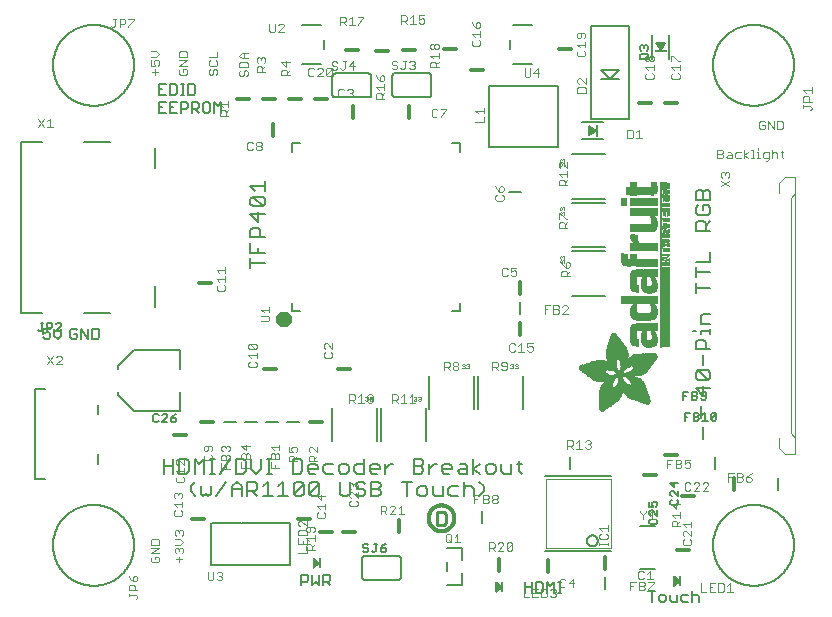
<source format=gbr>
G04 EAGLE Gerber RS-274X export*
G75*
%MOMM*%
%FSLAX34Y34*%
%LPD*%
%INSilkscreen Top*%
%IPPOS*%
%AMOC8*
5,1,8,0,0,1.08239X$1,22.5*%
G01*
%ADD10C,0.101600*%
%ADD11C,0.127000*%
%ADD12C,0.177800*%
%ADD13C,0.203200*%
%ADD14C,0.635000*%
%ADD15C,0.304800*%
%ADD16C,0.152400*%
%ADD17C,0.050800*%
%ADD18R,0.190500X0.889000*%
%ADD19R,0.200000X1.000000*%
%ADD20R,1.000000X0.200000*%
%ADD21C,0.279400*%
%ADD22R,0.016800X6.839700*%
%ADD23R,0.016800X0.268300*%
%ADD24R,0.016800X0.268200*%
%ADD25R,0.016800X0.251500*%
%ADD26R,0.016800X0.301800*%
%ADD27R,0.016800X0.251400*%
%ADD28R,0.016800X0.285000*%
%ADD29R,0.016800X0.301700*%
%ADD30R,0.016800X0.419100*%
%ADD31R,0.016800X0.318500*%
%ADD32R,0.016800X0.586700*%
%ADD33R,0.016800X0.586800*%
%ADD34R,0.016700X6.839700*%
%ADD35R,0.016700X0.268300*%
%ADD36R,0.016700X0.251400*%
%ADD37R,0.016700X0.251500*%
%ADD38R,0.016700X0.301800*%
%ADD39R,0.016700X0.285000*%
%ADD40R,0.016700X0.301700*%
%ADD41R,0.016700X0.419100*%
%ADD42R,0.016700X0.318500*%
%ADD43R,0.016700X0.586700*%
%ADD44R,0.016700X0.586800*%
%ADD45R,0.016800X0.318600*%
%ADD46R,0.016800X0.569900*%
%ADD47R,0.016800X0.335300*%
%ADD48R,0.016800X0.234700*%
%ADD49R,0.016700X0.234700*%
%ADD50R,0.016700X0.016700*%
%ADD51R,0.016700X0.318600*%
%ADD52R,0.016700X0.569900*%
%ADD53R,0.016700X0.335300*%
%ADD54R,0.016800X0.217900*%
%ADD55R,0.016800X0.033500*%
%ADD56R,0.016800X0.570000*%
%ADD57R,0.016700X0.201100*%
%ADD58R,0.016700X0.050300*%
%ADD59R,0.016700X0.670500*%
%ADD60R,0.016700X1.005800*%
%ADD61R,0.016700X0.570000*%
%ADD62R,0.016800X0.201100*%
%ADD63R,0.016800X0.067000*%
%ADD64R,0.016800X0.670500*%
%ADD65R,0.016800X1.005800*%
%ADD66R,0.016800X0.184400*%
%ADD67R,0.016800X0.989000*%
%ADD68R,0.016700X0.184400*%
%ADD69R,0.016700X0.067000*%
%ADD70R,0.016700X0.989000*%
%ADD71R,0.016800X0.167600*%
%ADD72R,0.016800X0.083800*%
%ADD73R,0.016800X0.637000*%
%ADD74R,0.016800X0.955500*%
%ADD75R,0.016800X0.150800*%
%ADD76R,0.016800X0.100600*%
%ADD77R,0.016800X0.536400*%
%ADD78R,0.016800X0.854900*%
%ADD79R,0.016700X0.150800*%
%ADD80R,0.016700X0.100600*%
%ADD81R,0.016700X0.352000*%
%ADD82R,0.016700X0.435900*%
%ADD83R,0.016700X0.402400*%
%ADD84R,0.016700X0.368800*%
%ADD85R,0.016800X0.134100*%
%ADD86R,0.016800X0.117300*%
%ADD87R,0.016800X0.435900*%
%ADD88R,0.016800X0.368900*%
%ADD89R,0.016800X0.603500*%
%ADD90R,0.016700X0.134100*%
%ADD91R,0.016700X0.117300*%
%ADD92R,0.016700X0.452600*%
%ADD93R,0.016700X0.620300*%
%ADD94R,0.016800X0.284900*%
%ADD95R,0.016800X0.486200*%
%ADD96R,0.016800X0.653800*%
%ADD97R,0.016800X0.804700*%
%ADD98R,0.016700X0.150900*%
%ADD99R,0.016700X0.268200*%
%ADD100R,0.016700X0.737600*%
%ADD101R,0.016700X0.603500*%
%ADD102R,0.016700X0.922000*%
%ADD103R,0.016800X0.150900*%
%ADD104R,0.016800X0.821400*%
%ADD105R,0.016800X0.972300*%
%ADD106R,0.016800X0.989100*%
%ADD107R,0.016700X0.083800*%
%ADD108R,0.016700X0.167600*%
%ADD109R,0.016700X0.821400*%
%ADD110R,0.016700X0.989100*%
%ADD111R,0.016700X0.201200*%
%ADD112R,0.016800X0.050300*%
%ADD113R,0.016800X0.201200*%
%ADD114R,0.016700X0.217900*%
%ADD115R,0.016700X0.284900*%
%ADD116R,0.016800X0.352100*%
%ADD117R,0.016800X0.620300*%
%ADD118R,0.016800X0.385600*%
%ADD119R,0.016800X0.335200*%
%ADD120R,0.016700X0.385600*%
%ADD121R,0.016700X0.687400*%
%ADD122R,0.016800X13.998000*%
%ADD123R,0.016700X13.998000*%
%ADD124R,0.016700X0.637000*%
%ADD125R,0.016700X0.486100*%
%ADD126R,0.016700X0.637100*%
%ADD127R,0.016700X0.519700*%
%ADD128R,0.016700X0.536500*%
%ADD129R,0.016800X0.787900*%
%ADD130R,0.016800X0.687400*%
%ADD131R,0.016800X0.771200*%
%ADD132R,0.016800X0.637100*%
%ADD133R,0.016800X0.720800*%
%ADD134R,0.016800X0.704100*%
%ADD135R,0.016800X0.754400*%
%ADD136R,0.016700X0.838200*%
%ADD137R,0.016700X0.871800*%
%ADD138R,0.016700X0.871700*%
%ADD139R,0.016800X0.402400*%
%ADD140R,0.016800X0.922100*%
%ADD141R,0.016800X0.938800*%
%ADD142R,0.016700X0.938800*%
%ADD143R,0.016700X1.022600*%
%ADD144R,0.016700X0.972400*%
%ADD145R,0.016700X0.972300*%
%ADD146R,0.016800X0.469400*%
%ADD147R,0.016800X1.072900*%
%ADD148R,0.016800X1.022600*%
%ADD149R,0.016800X1.005900*%
%ADD150R,0.016800X0.502900*%
%ADD151R,0.016800X1.123200*%
%ADD152R,0.016800X1.056200*%
%ADD153R,0.016800X1.123100*%
%ADD154R,0.016700X1.139900*%
%ADD155R,0.016700X1.089600*%
%ADD156R,0.016800X0.553200*%
%ADD157R,0.016800X1.190200*%
%ADD158R,0.016800X1.190300*%
%ADD159R,0.016800X1.039400*%
%ADD160R,0.016800X1.223700*%
%ADD161R,0.016800X1.173500*%
%ADD162R,0.016800X1.223800*%
%ADD163R,0.016700X1.240500*%
%ADD164R,0.016700X1.173500*%
%ADD165R,0.016700X1.240600*%
%ADD166R,0.016700X1.190300*%
%ADD167R,0.016700X1.056200*%
%ADD168R,0.016800X1.274100*%
%ADD169R,0.016800X1.274000*%
%ADD170R,0.016800X1.307600*%
%ADD171R,0.016800X1.257300*%
%ADD172R,0.016800X1.324400*%
%ADD173R,0.016700X0.687300*%
%ADD174R,0.016700X1.324400*%
%ADD175R,0.016700X1.307500*%
%ADD176R,0.016700X1.274100*%
%ADD177R,0.016700X1.072900*%
%ADD178R,0.016800X2.011600*%
%ADD179R,0.016800X1.324300*%
%ADD180R,0.016800X1.978100*%
%ADD181R,0.016700X2.011600*%
%ADD182R,0.016700X1.357900*%
%ADD183R,0.016700X1.994900*%
%ADD184R,0.016700X1.341200*%
%ADD185R,0.016700X1.089700*%
%ADD186R,0.016800X0.754300*%
%ADD187R,0.016800X1.994900*%
%ADD188R,0.016800X1.995000*%
%ADD189R,0.016800X1.089700*%
%ADD190R,0.016700X0.787900*%
%ADD191R,0.016700X1.995000*%
%ADD192R,0.016800X2.028400*%
%ADD193R,0.016800X2.011700*%
%ADD194R,0.016800X1.106500*%
%ADD195R,0.016700X2.028400*%
%ADD196R,0.016700X2.011700*%
%ADD197R,0.016700X1.106500*%
%ADD198R,0.016800X0.888400*%
%ADD199R,0.016800X0.922000*%
%ADD200R,0.016700X0.938700*%
%ADD201R,0.016800X2.045200*%
%ADD202R,0.016800X0.938700*%
%ADD203R,0.016700X0.670600*%
%ADD204R,0.016700X0.888500*%
%ADD205R,0.016700X2.045200*%
%ADD206R,0.016700X0.888400*%
%ADD207R,0.016800X0.804600*%
%ADD208R,0.016800X2.028500*%
%ADD209R,0.016700X1.056100*%
%ADD210R,0.016700X0.771100*%
%ADD211R,0.016700X0.754300*%
%ADD212R,0.016700X2.028500*%
%ADD213R,0.016700X0.737700*%
%ADD214R,0.016800X1.072800*%
%ADD215R,0.016800X0.871700*%
%ADD216R,0.016800X0.737600*%
%ADD217R,0.016800X0.871800*%
%ADD218R,0.016800X1.089600*%
%ADD219R,0.016800X0.704000*%
%ADD220R,0.016800X0.687300*%
%ADD221R,0.016800X0.670600*%
%ADD222R,0.016700X1.123100*%
%ADD223R,0.016700X0.720800*%
%ADD224R,0.016700X0.653700*%
%ADD225R,0.016700X0.653800*%
%ADD226R,0.016800X1.139900*%
%ADD227R,0.016800X1.173400*%
%ADD228R,0.016700X1.190200*%
%ADD229R,0.016800X1.207000*%
%ADD230R,0.016800X1.240500*%
%ADD231R,0.016700X0.469400*%
%ADD232R,0.016700X1.274000*%
%ADD233R,0.016800X0.519600*%
%ADD234R,0.016800X1.341100*%
%ADD235R,0.016700X0.771200*%
%ADD236R,0.016700X1.374600*%
%ADD237R,0.016800X0.838200*%
%ADD238R,0.016800X1.391400*%
%ADD239R,0.016800X1.424900*%
%ADD240R,0.016700X1.441700*%
%ADD241R,0.016800X1.475200*%
%ADD242R,0.016700X1.491900*%
%ADD243R,0.016800X1.525500*%
%ADD244R,0.016700X1.559000*%
%ADD245R,0.016800X1.575800*%
%ADD246R,0.016700X1.307600*%
%ADD247R,0.016700X1.592500*%
%ADD248R,0.016800X1.374700*%
%ADD249R,0.016800X1.609300*%
%ADD250R,0.016800X1.408200*%
%ADD251R,0.016800X1.626100*%
%ADD252R,0.016700X1.626100*%
%ADD253R,0.016800X1.508800*%
%ADD254R,0.016800X1.659600*%
%ADD255R,0.016800X1.559000*%
%ADD256R,0.016800X1.676400*%
%ADD257R,0.016700X1.575800*%
%ADD258R,0.016700X1.676400*%
%ADD259R,0.016700X1.978100*%
%ADD260R,0.016800X1.693100*%
%ADD261R,0.016800X1.642800*%
%ADD262R,0.016800X1.709900*%
%ADD263R,0.016800X1.961300*%
%ADD264R,0.016700X1.726600*%
%ADD265R,0.016700X1.961300*%
%ADD266R,0.016800X1.693200*%
%ADD267R,0.016800X1.726600*%
%ADD268R,0.016800X1.944600*%
%ADD269R,0.016700X1.726700*%
%ADD270R,0.016700X1.743400*%
%ADD271R,0.016700X1.944600*%
%ADD272R,0.016800X1.726700*%
%ADD273R,0.016800X1.760200*%
%ADD274R,0.016800X1.927800*%
%ADD275R,0.016800X1.911000*%
%ADD276R,0.016700X1.793700*%
%ADD277R,0.016700X1.776900*%
%ADD278R,0.016700X1.911100*%
%ADD279R,0.016700X1.894300*%
%ADD280R,0.016800X1.793800*%
%ADD281R,0.016800X1.776900*%
%ADD282R,0.016800X1.911100*%
%ADD283R,0.016800X1.894300*%
%ADD284R,0.016800X1.827300*%
%ADD285R,0.016800X1.810500*%
%ADD286R,0.016800X1.877500*%
%ADD287R,0.016700X1.844100*%
%ADD288R,0.016700X1.810500*%
%ADD289R,0.016700X1.860800*%
%ADD290R,0.016700X1.844000*%
%ADD291R,0.016800X1.860900*%
%ADD292R,0.016800X1.844000*%
%ADD293R,0.016800X1.827200*%
%ADD294R,0.016800X1.860800*%
%ADD295R,0.016800X1.793700*%
%ADD296R,0.016700X1.877600*%
%ADD297R,0.016700X1.827200*%
%ADD298R,0.016700X1.927800*%
%ADD299R,0.016800X1.927900*%
%ADD300R,0.016700X1.944700*%
%ADD301R,0.016700X1.877500*%
%ADD302R,0.016800X1.961400*%
%ADD303R,0.016700X1.961400*%
%ADD304R,0.016800X1.978200*%
%ADD305R,0.016700X1.911000*%
%ADD306R,0.016800X0.620200*%
%ADD307R,0.016800X1.425000*%
%ADD308R,0.016700X0.620200*%
%ADD309R,0.016700X1.425000*%
%ADD310R,0.016800X0.653700*%
%ADD311R,0.016700X0.704100*%
%ADD312R,0.016700X0.804700*%
%ADD313R,0.016800X0.905200*%
%ADD314R,0.016800X1.894400*%
%ADD315R,0.016700X1.927900*%
%ADD316R,0.016800X1.877600*%
%ADD317R,0.016800X3.889300*%
%ADD318R,0.016700X3.872500*%
%ADD319R,0.016800X3.872500*%
%ADD320R,0.016700X3.855700*%
%ADD321R,0.016700X0.754400*%
%ADD322R,0.016800X3.855700*%
%ADD323R,0.016800X3.839000*%
%ADD324R,0.016800X0.720900*%
%ADD325R,0.016700X3.822200*%
%ADD326R,0.016800X2.715700*%
%ADD327R,0.016800X2.632000*%
%ADD328R,0.016800X1.290800*%
%ADD329R,0.016700X2.615200*%
%ADD330R,0.016700X1.257300*%
%ADD331R,0.016800X2.581700*%
%ADD332R,0.016800X1.240600*%
%ADD333R,0.016800X2.564900*%
%ADD334R,0.016800X1.760300*%
%ADD335R,0.016700X2.531400*%
%ADD336R,0.016700X1.156700*%
%ADD337R,0.016800X2.514600*%
%ADD338R,0.016800X0.955600*%
%ADD339R,0.016800X2.497800*%
%ADD340R,0.016800X1.659700*%
%ADD341R,0.016700X2.464300*%
%ADD342R,0.016700X1.039300*%
%ADD343R,0.016800X2.447500*%
%ADD344R,0.016800X1.592500*%
%ADD345R,0.016800X0.536500*%
%ADD346R,0.016700X2.430800*%
%ADD347R,0.016700X1.559100*%
%ADD348R,0.016700X1.542300*%
%ADD349R,0.016700X0.502900*%
%ADD350R,0.016800X2.414000*%
%ADD351R,0.016800X0.905300*%
%ADD352R,0.016800X1.508700*%
%ADD353R,0.016800X0.888500*%
%ADD354R,0.016800X2.397300*%
%ADD355R,0.016800X1.441700*%
%ADD356R,0.016800X0.452700*%
%ADD357R,0.016700X1.290900*%
%ADD358R,0.016800X1.156700*%
%ADD359R,0.016800X0.855000*%
%ADD360R,0.016700X1.123200*%
%ADD361R,0.016700X0.720900*%
%ADD362R,0.016800X1.106400*%
%ADD363R,0.016700X1.106400*%
%ADD364R,0.016800X0.771100*%
%ADD365R,0.016700X0.435800*%
%ADD366R,0.016700X1.592600*%
%ADD367R,0.016800X0.435800*%
%ADD368R,0.016800X1.642900*%
%ADD369R,0.016800X0.402300*%
%ADD370R,0.016700X1.793800*%
%ADD371R,0.016800X0.368800*%
%ADD372R,0.016800X1.056100*%
%ADD373R,0.016700X1.039400*%
%ADD374R,0.016800X2.078800*%
%ADD375R,0.016700X0.335200*%
%ADD376R,0.016700X2.145800*%
%ADD377R,0.016800X2.162600*%
%ADD378R,0.016800X0.352000*%
%ADD379R,0.016800X2.212800*%
%ADD380R,0.016700X2.279900*%
%ADD381R,0.016800X2.330200*%
%ADD382R,0.016800X2.799500*%
%ADD383R,0.016700X2.816300*%
%ADD384R,0.016700X0.955500*%
%ADD385R,0.016800X2.849900*%
%ADD386R,0.016800X2.916900*%
%ADD387R,0.016700X4.224500*%
%ADD388R,0.016800X4.291600*%
%ADD389R,0.016800X4.409000*%
%ADD390R,0.016700X4.509500*%
%ADD391R,0.016800X4.526300*%
%ADD392R,0.016700X4.626800*%
%ADD393R,0.016800X4.693900*%
%ADD394R,0.016800X4.727400*%
%ADD395R,0.016700X2.548200*%
%ADD396R,0.016700X2.179300*%
%ADD397R,0.016800X2.430800*%
%ADD398R,0.016700X2.414000*%
%ADD399R,0.016800X2.414100*%
%ADD400R,0.016700X2.430700*%
%ADD401R,0.016700X2.447600*%
%ADD402R,0.016800X1.559100*%
%ADD403R,0.016700X1.525500*%
%ADD404R,0.016800X1.492000*%
%ADD405R,0.016800X1.491900*%
%ADD406R,0.016700X1.458500*%
%ADD407R,0.016800X2.061900*%
%ADD408R,0.016700X1.408100*%
%ADD409R,0.016700X0.905200*%
%ADD410R,0.016700X2.112300*%
%ADD411R,0.016800X2.179300*%
%ADD412R,0.016700X1.408200*%
%ADD413R,0.016700X2.212900*%
%ADD414R,0.016800X1.140000*%
%ADD415R,0.016800X3.319300*%
%ADD416R,0.016700X1.374700*%
%ADD417R,0.016700X0.402300*%
%ADD418R,0.016700X3.302500*%
%ADD419R,0.016800X3.285700*%
%ADD420R,0.016800X1.357900*%
%ADD421R,0.016800X3.269000*%
%ADD422R,0.016700X3.285800*%
%ADD423R,0.016800X3.268900*%
%ADD424R,0.016700X0.452700*%
%ADD425R,0.016700X3.268900*%
%ADD426R,0.016700X1.391400*%
%ADD427R,0.016700X3.269000*%
%ADD428R,0.016800X1.374600*%
%ADD429R,0.016800X0.519700*%
%ADD430R,0.016800X3.252200*%
%ADD431R,0.016800X3.235400*%
%ADD432R,0.016700X3.235400*%
%ADD433R,0.016800X3.218600*%
%ADD434R,0.016800X3.201900*%
%ADD435R,0.016700X3.201900*%
%ADD436R,0.016800X1.458500*%
%ADD437R,0.016800X1.525600*%
%ADD438R,0.016800X3.185100*%
%ADD439R,0.016700X2.531300*%
%ADD440R,0.016700X3.168400*%
%ADD441R,0.016800X2.531300*%
%ADD442R,0.016800X3.151600*%
%ADD443R,0.016800X2.548100*%
%ADD444R,0.016800X3.134900*%
%ADD445R,0.016700X2.564900*%
%ADD446R,0.016700X3.118100*%
%ADD447R,0.016800X2.581600*%
%ADD448R,0.016800X3.101400*%
%ADD449R,0.016700X2.598400*%
%ADD450R,0.016700X3.067900*%
%ADD451R,0.016800X2.598400*%
%ADD452R,0.016800X3.034300*%
%ADD453R,0.016800X2.615100*%
%ADD454R,0.016800X3.000800*%
%ADD455R,0.016700X2.631900*%
%ADD456R,0.016700X2.950500*%
%ADD457R,0.016800X2.648700*%
%ADD458R,0.016800X2.900200*%
%ADD459R,0.016800X2.665500*%
%ADD460R,0.016700X2.682200*%
%ADD461R,0.016700X2.799600*%
%ADD462R,0.016800X2.699000*%
%ADD463R,0.016800X2.732500*%
%ADD464R,0.016700X2.749300*%
%ADD465R,0.016700X2.632000*%
%ADD466R,0.016800X2.749300*%
%ADD467R,0.016700X2.766100*%
%ADD468R,0.016800X2.766100*%
%ADD469R,0.016800X2.481100*%
%ADD470R,0.016800X2.782900*%
%ADD471R,0.016700X2.380500*%
%ADD472R,0.016800X2.833100*%
%ADD473R,0.016800X1.592600*%
%ADD474R,0.016700X2.849900*%
%ADD475R,0.016800X2.883400*%
%ADD476R,0.016700X2.917000*%
%ADD477R,0.016800X2.933700*%
%ADD478R,0.016800X2.967200*%
%ADD479R,0.016700X2.967200*%
%ADD480R,0.016700X3.017500*%
%ADD481R,0.016800X3.051000*%
%ADD482R,0.016800X0.788000*%
%ADD483R,0.016800X3.084600*%
%ADD484R,0.016700X2.397300*%
%ADD485R,0.016800X2.397200*%
%ADD486R,0.016700X1.760200*%
%ADD487R,0.016700X2.397200*%
%ADD488R,0.016700X1.827300*%
%ADD489R,0.016800X2.380500*%
%ADD490R,0.016800X2.363700*%
%ADD491R,0.016700X2.363700*%
%ADD492R,0.016800X2.346900*%
%ADD493R,0.016700X2.296600*%
%ADD494R,0.016800X2.279900*%
%ADD495R,0.016800X2.246300*%
%ADD496R,0.016700X2.229600*%
%ADD497R,0.016800X2.129100*%
%ADD498R,0.016800X2.112300*%
%ADD499R,0.016700X1.609300*%
%ADD500R,0.016800X1.743400*%
%ADD501R,0.016700X1.693100*%
%ADD502R,0.016700X1.659700*%
%ADD503R,0.016800X1.575900*%
%ADD504R,0.016700X1.575900*%
%ADD505R,0.016700X1.475200*%
%ADD506R,0.016700X1.324300*%
%ADD507R,0.016700X1.290800*%
%ADD508R,0.016700X1.207000*%
%ADD509R,0.016700X0.854900*%
%ADD510R,0.016700X0.821500*%
%ADD511R,0.016800X0.821500*%
%ADD512R,0.016800X0.218000*%

G36*
X237327Y31024D02*
X237327Y31024D01*
X237345Y31022D01*
X237447Y31050D01*
X237550Y31072D01*
X237565Y31081D01*
X237582Y31086D01*
X237727Y31171D01*
X242807Y34981D01*
X242810Y34984D01*
X242814Y34986D01*
X242895Y35073D01*
X242977Y35158D01*
X242979Y35162D01*
X242982Y35165D01*
X243032Y35274D01*
X243082Y35381D01*
X243082Y35385D01*
X243084Y35389D01*
X243097Y35507D01*
X243110Y35625D01*
X243110Y35629D01*
X243110Y35634D01*
X243084Y35750D01*
X243060Y35866D01*
X243057Y35870D01*
X243056Y35874D01*
X242995Y35976D01*
X242935Y36078D01*
X242931Y36081D01*
X242929Y36084D01*
X242807Y36199D01*
X237727Y40009D01*
X237711Y40017D01*
X237698Y40030D01*
X237683Y40037D01*
X237675Y40043D01*
X237625Y40063D01*
X237602Y40074D01*
X237509Y40123D01*
X237491Y40126D01*
X237475Y40133D01*
X237370Y40145D01*
X237266Y40161D01*
X237248Y40158D01*
X237231Y40160D01*
X237128Y40138D01*
X237023Y40120D01*
X237008Y40112D01*
X236990Y40108D01*
X236900Y40054D01*
X236807Y40004D01*
X236794Y39991D01*
X236779Y39982D01*
X236710Y39902D01*
X236638Y39825D01*
X236631Y39808D01*
X236619Y39795D01*
X236580Y39697D01*
X236536Y39601D01*
X236534Y39583D01*
X236527Y39567D01*
X236509Y39400D01*
X236509Y31780D01*
X236512Y31762D01*
X236510Y31745D01*
X236531Y31641D01*
X236549Y31537D01*
X236557Y31522D01*
X236561Y31504D01*
X236614Y31413D01*
X236664Y31320D01*
X236676Y31308D01*
X236686Y31292D01*
X236765Y31223D01*
X236842Y31151D01*
X236858Y31143D01*
X236872Y31131D01*
X236969Y31091D01*
X237065Y31047D01*
X237083Y31045D01*
X237099Y31038D01*
X237205Y31031D01*
X237309Y31020D01*
X237327Y31024D01*
G37*
G36*
X542347Y15784D02*
X542347Y15784D01*
X542365Y15782D01*
X542467Y15810D01*
X542570Y15832D01*
X542585Y15841D01*
X542602Y15846D01*
X542747Y15931D01*
X547827Y19741D01*
X547830Y19744D01*
X547834Y19746D01*
X547915Y19833D01*
X547997Y19918D01*
X547999Y19922D01*
X548002Y19925D01*
X548052Y20034D01*
X548102Y20141D01*
X548102Y20145D01*
X548104Y20149D01*
X548117Y20267D01*
X548130Y20385D01*
X548130Y20389D01*
X548130Y20394D01*
X548104Y20510D01*
X548080Y20626D01*
X548077Y20630D01*
X548076Y20634D01*
X548015Y20736D01*
X547955Y20838D01*
X547951Y20841D01*
X547949Y20844D01*
X547827Y20959D01*
X542747Y24769D01*
X542731Y24777D01*
X542718Y24790D01*
X542703Y24797D01*
X542695Y24803D01*
X542645Y24823D01*
X542622Y24834D01*
X542529Y24883D01*
X542511Y24886D01*
X542495Y24893D01*
X542390Y24905D01*
X542286Y24921D01*
X542268Y24918D01*
X542251Y24920D01*
X542148Y24898D01*
X542043Y24880D01*
X542028Y24872D01*
X542010Y24868D01*
X541920Y24814D01*
X541827Y24764D01*
X541814Y24751D01*
X541799Y24742D01*
X541730Y24662D01*
X541658Y24585D01*
X541651Y24568D01*
X541639Y24555D01*
X541600Y24457D01*
X541556Y24361D01*
X541554Y24343D01*
X541547Y24327D01*
X541529Y24160D01*
X541529Y16540D01*
X541532Y16522D01*
X541530Y16505D01*
X541551Y16401D01*
X541569Y16297D01*
X541577Y16282D01*
X541581Y16264D01*
X541634Y16173D01*
X541684Y16080D01*
X541696Y16068D01*
X541706Y16052D01*
X541785Y15983D01*
X541862Y15911D01*
X541878Y15903D01*
X541892Y15891D01*
X541989Y15851D01*
X542085Y15807D01*
X542103Y15805D01*
X542119Y15798D01*
X542225Y15791D01*
X542329Y15780D01*
X542347Y15784D01*
G37*
G36*
X391742Y10704D02*
X391742Y10704D01*
X391760Y10702D01*
X391862Y10730D01*
X391965Y10752D01*
X391980Y10761D01*
X391997Y10766D01*
X392142Y10851D01*
X397222Y14661D01*
X397225Y14664D01*
X397229Y14666D01*
X397310Y14753D01*
X397392Y14838D01*
X397394Y14842D01*
X397397Y14845D01*
X397447Y14954D01*
X397497Y15061D01*
X397497Y15065D01*
X397499Y15069D01*
X397512Y15187D01*
X397525Y15305D01*
X397525Y15309D01*
X397525Y15314D01*
X397499Y15430D01*
X397475Y15546D01*
X397472Y15550D01*
X397471Y15554D01*
X397410Y15656D01*
X397350Y15758D01*
X397346Y15761D01*
X397344Y15764D01*
X397222Y15879D01*
X392142Y19689D01*
X392126Y19697D01*
X392113Y19710D01*
X392098Y19717D01*
X392090Y19723D01*
X392040Y19743D01*
X392017Y19754D01*
X391924Y19803D01*
X391906Y19806D01*
X391890Y19813D01*
X391785Y19825D01*
X391681Y19841D01*
X391663Y19838D01*
X391646Y19840D01*
X391543Y19818D01*
X391438Y19800D01*
X391423Y19792D01*
X391405Y19788D01*
X391315Y19734D01*
X391222Y19684D01*
X391209Y19671D01*
X391194Y19662D01*
X391125Y19582D01*
X391053Y19505D01*
X391046Y19488D01*
X391034Y19475D01*
X390995Y19377D01*
X390951Y19281D01*
X390949Y19263D01*
X390942Y19247D01*
X390924Y19080D01*
X390924Y11460D01*
X390927Y11442D01*
X390925Y11425D01*
X390946Y11321D01*
X390964Y11217D01*
X390972Y11202D01*
X390976Y11184D01*
X391029Y11093D01*
X391079Y11000D01*
X391091Y10988D01*
X391101Y10972D01*
X391180Y10903D01*
X391257Y10831D01*
X391273Y10823D01*
X391287Y10811D01*
X391384Y10771D01*
X391480Y10727D01*
X391498Y10725D01*
X391514Y10718D01*
X391620Y10711D01*
X391724Y10700D01*
X391742Y10704D01*
G37*
G36*
X530976Y470435D02*
X530976Y470435D01*
X531003Y470435D01*
X531114Y470467D01*
X531227Y470493D01*
X531250Y470506D01*
X531276Y470514D01*
X531374Y470576D01*
X531475Y470632D01*
X531491Y470650D01*
X531516Y470665D01*
X531701Y470873D01*
X531705Y470877D01*
X533705Y473877D01*
X533736Y473941D01*
X533776Y474001D01*
X533797Y474069D01*
X533828Y474133D01*
X533840Y474204D01*
X533861Y474272D01*
X533863Y474343D01*
X533875Y474414D01*
X533867Y474485D01*
X533869Y474556D01*
X533851Y474625D01*
X533842Y474696D01*
X533815Y474762D01*
X533797Y474831D01*
X533760Y474892D01*
X533733Y474958D01*
X533688Y475014D01*
X533652Y475076D01*
X533600Y475125D01*
X533555Y475180D01*
X533497Y475221D01*
X533444Y475270D01*
X533381Y475303D01*
X533323Y475344D01*
X533255Y475367D01*
X533191Y475400D01*
X533132Y475410D01*
X533054Y475437D01*
X532935Y475443D01*
X532860Y475455D01*
X528860Y475455D01*
X528789Y475445D01*
X528717Y475445D01*
X528649Y475425D01*
X528579Y475415D01*
X528513Y475386D01*
X528444Y475366D01*
X528384Y475328D01*
X528319Y475299D01*
X528264Y475253D01*
X528204Y475215D01*
X528156Y475162D01*
X528102Y475116D01*
X528062Y475056D01*
X528015Y475002D01*
X527984Y474938D01*
X527945Y474879D01*
X527923Y474811D01*
X527892Y474746D01*
X527880Y474676D01*
X527859Y474608D01*
X527857Y474536D01*
X527845Y474466D01*
X527853Y474395D01*
X527851Y474324D01*
X527870Y474254D01*
X527878Y474183D01*
X527903Y474128D01*
X527923Y474049D01*
X527984Y473946D01*
X528015Y473877D01*
X530015Y470877D01*
X530092Y470790D01*
X530165Y470700D01*
X530187Y470685D01*
X530205Y470665D01*
X530302Y470603D01*
X530397Y470536D01*
X530423Y470528D01*
X530445Y470513D01*
X530556Y470481D01*
X530666Y470443D01*
X530693Y470442D01*
X530718Y470435D01*
X530834Y470435D01*
X530950Y470429D01*
X530976Y470435D01*
G37*
G36*
X471045Y398993D02*
X471045Y398993D01*
X471116Y398991D01*
X471186Y399010D01*
X471257Y399018D01*
X471312Y399043D01*
X471391Y399063D01*
X471494Y399124D01*
X471563Y399155D01*
X474563Y401155D01*
X474650Y401232D01*
X474740Y401305D01*
X474755Y401327D01*
X474775Y401345D01*
X474837Y401442D01*
X474904Y401537D01*
X474912Y401563D01*
X474927Y401585D01*
X474959Y401696D01*
X474997Y401806D01*
X474998Y401833D01*
X475005Y401858D01*
X475005Y401974D01*
X475011Y402090D01*
X475005Y402116D01*
X475005Y402143D01*
X474973Y402254D01*
X474947Y402367D01*
X474934Y402390D01*
X474926Y402416D01*
X474864Y402514D01*
X474808Y402615D01*
X474790Y402631D01*
X474775Y402656D01*
X474567Y402841D01*
X474563Y402845D01*
X471563Y404845D01*
X471499Y404876D01*
X471439Y404916D01*
X471371Y404937D01*
X471307Y404968D01*
X471236Y404980D01*
X471168Y405001D01*
X471097Y405003D01*
X471027Y405015D01*
X470955Y405007D01*
X470884Y405009D01*
X470815Y404991D01*
X470744Y404982D01*
X470678Y404955D01*
X470609Y404937D01*
X470548Y404900D01*
X470482Y404873D01*
X470426Y404828D01*
X470364Y404792D01*
X470315Y404740D01*
X470260Y404695D01*
X470219Y404637D01*
X470170Y404584D01*
X470137Y404521D01*
X470096Y404463D01*
X470073Y404395D01*
X470040Y404331D01*
X470030Y404272D01*
X470003Y404194D01*
X469997Y404075D01*
X469985Y404000D01*
X469985Y400000D01*
X469995Y399929D01*
X469995Y399857D01*
X470015Y399789D01*
X470025Y399719D01*
X470054Y399653D01*
X470074Y399584D01*
X470112Y399524D01*
X470141Y399459D01*
X470187Y399404D01*
X470225Y399344D01*
X470279Y399296D01*
X470325Y399242D01*
X470384Y399202D01*
X470438Y399155D01*
X470502Y399124D01*
X470561Y399085D01*
X470630Y399063D01*
X470694Y399032D01*
X470764Y399020D01*
X470832Y398999D01*
X470904Y398997D01*
X470975Y398985D01*
X471045Y398993D01*
G37*
D10*
X100560Y41253D02*
X99374Y40067D01*
X99374Y37694D01*
X100560Y36508D01*
X105306Y36508D01*
X106492Y37694D01*
X106492Y40067D01*
X105306Y41253D01*
X102933Y41253D01*
X102933Y38881D01*
X106492Y43992D02*
X99374Y43992D01*
X106492Y48738D01*
X99374Y48738D01*
X99374Y51476D02*
X106492Y51476D01*
X106492Y55035D01*
X105306Y56222D01*
X100560Y56222D01*
X99374Y55035D01*
X99374Y51476D01*
X122933Y41253D02*
X122933Y36508D01*
X120560Y38881D02*
X125306Y38881D01*
X120560Y43992D02*
X119374Y45179D01*
X119374Y47551D01*
X120560Y48738D01*
X121747Y48738D01*
X122933Y47551D01*
X122933Y46365D01*
X122933Y47551D02*
X124119Y48738D01*
X125306Y48738D01*
X126492Y47551D01*
X126492Y45179D01*
X125306Y43992D01*
X124119Y51476D02*
X119374Y51476D01*
X124119Y51476D02*
X126492Y53849D01*
X124119Y56222D01*
X119374Y56222D01*
X120560Y58960D02*
X119374Y60147D01*
X119374Y62520D01*
X120560Y63706D01*
X121747Y63706D01*
X122933Y62520D01*
X122933Y61333D01*
X122933Y62520D02*
X124119Y63706D01*
X125306Y63706D01*
X126492Y62520D01*
X126492Y60147D01*
X125306Y58960D01*
X618125Y410228D02*
X619311Y409042D01*
X618125Y410228D02*
X615752Y410228D01*
X614566Y409042D01*
X614566Y404296D01*
X615752Y403110D01*
X618125Y403110D01*
X619311Y404296D01*
X619311Y406669D01*
X616938Y406669D01*
X622050Y403110D02*
X622050Y410228D01*
X626795Y403110D01*
X626795Y410228D01*
X629534Y410228D02*
X629534Y403110D01*
X633093Y403110D01*
X634279Y404296D01*
X634279Y409042D01*
X633093Y410228D01*
X629534Y410228D01*
X578924Y385760D02*
X578924Y378642D01*
X578924Y385760D02*
X582483Y385760D01*
X583669Y384574D01*
X583669Y383388D01*
X582483Y382201D01*
X583669Y381015D01*
X583669Y379829D01*
X582483Y378642D01*
X578924Y378642D01*
X578924Y382201D02*
X582483Y382201D01*
X587595Y383388D02*
X589967Y383388D01*
X591154Y382201D01*
X591154Y378642D01*
X587595Y378642D01*
X586408Y379829D01*
X587595Y381015D01*
X591154Y381015D01*
X595079Y383388D02*
X598638Y383388D01*
X595079Y383388D02*
X593892Y382201D01*
X593892Y379829D01*
X595079Y378642D01*
X598638Y378642D01*
X601376Y378642D02*
X601376Y385760D01*
X601376Y381015D02*
X604936Y378642D01*
X601376Y381015D02*
X604936Y383388D01*
X607613Y385760D02*
X608800Y385760D01*
X608800Y378642D01*
X609986Y378642D02*
X607613Y378642D01*
X612603Y383388D02*
X613789Y383388D01*
X613789Y378642D01*
X612603Y378642D02*
X614975Y378642D01*
X613789Y385760D02*
X613789Y386947D01*
X619965Y376270D02*
X621151Y376270D01*
X622338Y377456D01*
X622338Y383388D01*
X618778Y383388D01*
X617592Y382201D01*
X617592Y379829D01*
X618778Y378642D01*
X622338Y378642D01*
X625076Y378642D02*
X625076Y385760D01*
X626263Y383388D02*
X625076Y382201D01*
X626263Y383388D02*
X628635Y383388D01*
X629822Y382201D01*
X629822Y378642D01*
X633747Y379829D02*
X633747Y384574D01*
X633747Y379829D02*
X634933Y378642D01*
X634933Y383388D02*
X632560Y383388D01*
X102871Y449406D02*
X102871Y454151D01*
X100498Y451778D02*
X105244Y451778D01*
X99312Y456890D02*
X99312Y461635D01*
X99312Y456890D02*
X102871Y456890D01*
X101685Y459262D01*
X101685Y460449D01*
X102871Y461635D01*
X105244Y461635D01*
X106430Y460449D01*
X106430Y458076D01*
X105244Y456890D01*
X104057Y464374D02*
X99312Y464374D01*
X104057Y464374D02*
X106430Y466747D01*
X104057Y469119D01*
X99312Y469119D01*
X122772Y452965D02*
X123958Y454151D01*
X122772Y452965D02*
X122772Y450592D01*
X123958Y449406D01*
X128704Y449406D01*
X129890Y450592D01*
X129890Y452965D01*
X128704Y454151D01*
X126331Y454151D01*
X126331Y451778D01*
X129890Y456890D02*
X122772Y456890D01*
X129890Y461635D01*
X122772Y461635D01*
X122772Y464374D02*
X129890Y464374D01*
X129890Y467933D01*
X128704Y469119D01*
X123958Y469119D01*
X122772Y467933D01*
X122772Y464374D01*
X148312Y452695D02*
X149498Y453881D01*
X148312Y452695D02*
X148312Y450322D01*
X149498Y449136D01*
X150685Y449136D01*
X151871Y450322D01*
X151871Y452695D01*
X153057Y453881D01*
X154244Y453881D01*
X155430Y452695D01*
X155430Y450322D01*
X154244Y449136D01*
X148312Y460179D02*
X149498Y461365D01*
X148312Y460179D02*
X148312Y457806D01*
X149498Y456620D01*
X154244Y456620D01*
X155430Y457806D01*
X155430Y460179D01*
X154244Y461365D01*
X155430Y464104D02*
X148312Y464104D01*
X155430Y464104D02*
X155430Y468849D01*
X174372Y451615D02*
X175558Y452801D01*
X174372Y451615D02*
X174372Y449242D01*
X175558Y448056D01*
X176745Y448056D01*
X177931Y449242D01*
X177931Y451615D01*
X179117Y452801D01*
X180304Y452801D01*
X181490Y451615D01*
X181490Y449242D01*
X180304Y448056D01*
X181490Y455540D02*
X174372Y455540D01*
X181490Y455540D02*
X181490Y459099D01*
X180304Y460285D01*
X175558Y460285D01*
X174372Y459099D01*
X174372Y455540D01*
X176745Y463024D02*
X181490Y463024D01*
X176745Y463024D02*
X174372Y465397D01*
X176745Y467769D01*
X181490Y467769D01*
X177931Y467769D02*
X177931Y463024D01*
D11*
X226695Y26043D02*
X226695Y17145D01*
X226695Y26043D02*
X231144Y26043D01*
X232627Y24560D01*
X232627Y21594D01*
X231144Y20111D01*
X226695Y20111D01*
X236050Y17145D02*
X236050Y26043D01*
X239016Y20111D02*
X236050Y17145D01*
X239016Y20111D02*
X241982Y17145D01*
X241982Y26043D01*
X245405Y26043D02*
X245405Y17145D01*
X245405Y26043D02*
X249854Y26043D01*
X251337Y24560D01*
X251337Y21594D01*
X249854Y20111D01*
X245405Y20111D01*
X248371Y20111D02*
X251337Y17145D01*
X523245Y12073D02*
X523245Y3175D01*
X520279Y12073D02*
X526211Y12073D01*
X531117Y3175D02*
X534083Y3175D01*
X535566Y4658D01*
X535566Y7624D01*
X534083Y9107D01*
X531117Y9107D01*
X529634Y7624D01*
X529634Y4658D01*
X531117Y3175D01*
X538989Y4658D02*
X538989Y9107D01*
X538989Y4658D02*
X540472Y3175D01*
X544921Y3175D01*
X544921Y9107D01*
X549828Y9107D02*
X554276Y9107D01*
X549828Y9107D02*
X548345Y7624D01*
X548345Y4658D01*
X549828Y3175D01*
X554276Y3175D01*
X557700Y3175D02*
X557700Y12073D01*
X559183Y9107D02*
X557700Y7624D01*
X559183Y9107D02*
X562149Y9107D01*
X563632Y7624D01*
X563632Y3175D01*
X415925Y10795D02*
X415925Y19693D01*
X415925Y15244D02*
X421857Y15244D01*
X421857Y19693D02*
X421857Y10795D01*
X425280Y10795D02*
X425280Y19693D01*
X425280Y10795D02*
X429729Y10795D01*
X431212Y12278D01*
X431212Y18210D01*
X429729Y19693D01*
X425280Y19693D01*
X434635Y19693D02*
X434635Y10795D01*
X437601Y16727D02*
X434635Y19693D01*
X437601Y16727D02*
X440567Y19693D01*
X440567Y10795D01*
X443991Y10795D02*
X446956Y10795D01*
X445473Y10795D02*
X445473Y19693D01*
X443991Y19693D02*
X446956Y19693D01*
X14187Y234323D02*
X8255Y234323D01*
X8255Y229874D01*
X11221Y231357D01*
X12704Y231357D01*
X14187Y229874D01*
X14187Y226908D01*
X12704Y225425D01*
X9738Y225425D01*
X8255Y226908D01*
X17610Y228391D02*
X17610Y234323D01*
X17610Y228391D02*
X20576Y225425D01*
X23542Y228391D01*
X23542Y234323D01*
X35564Y234323D02*
X37047Y232840D01*
X35564Y234323D02*
X32598Y234323D01*
X31115Y232840D01*
X31115Y226908D01*
X32598Y225425D01*
X35564Y225425D01*
X37047Y226908D01*
X37047Y229874D01*
X34081Y229874D01*
X40470Y225425D02*
X40470Y234323D01*
X46402Y225425D01*
X46402Y234323D01*
X49825Y234323D02*
X49825Y225425D01*
X54274Y225425D01*
X55757Y226908D01*
X55757Y232840D01*
X54274Y234323D01*
X49825Y234323D01*
D12*
X560694Y183647D02*
X573151Y183647D01*
X566923Y177419D02*
X560694Y183647D01*
X566923Y185723D02*
X566923Y177419D01*
X571075Y190516D02*
X562770Y190516D01*
X560694Y192592D01*
X560694Y196745D01*
X562770Y198821D01*
X571075Y198821D01*
X573151Y196745D01*
X573151Y192592D01*
X571075Y190516D01*
X562770Y198821D01*
X566923Y203614D02*
X566923Y211918D01*
X573151Y216711D02*
X560694Y216711D01*
X560694Y222939D01*
X562770Y225015D01*
X566923Y225015D01*
X568999Y222939D01*
X568999Y216711D01*
X564847Y229808D02*
X564847Y231884D01*
X573151Y231884D01*
X573151Y229808D02*
X573151Y233960D01*
X560694Y231884D02*
X558618Y231884D01*
X564847Y238540D02*
X573151Y238540D01*
X564847Y238540D02*
X564847Y244768D01*
X566923Y246844D01*
X573151Y246844D01*
X573151Y268886D02*
X560694Y268886D01*
X560694Y264734D02*
X560694Y273038D01*
X560694Y281983D02*
X573151Y281983D01*
X560694Y277831D02*
X560694Y286136D01*
X560694Y290929D02*
X573151Y290929D01*
X573151Y299233D01*
X573151Y317123D02*
X560694Y317123D01*
X560694Y323351D01*
X562770Y325427D01*
X566923Y325427D01*
X568999Y323351D01*
X568999Y317123D01*
X568999Y321275D02*
X573151Y325427D01*
X560694Y336449D02*
X562770Y338525D01*
X560694Y336449D02*
X560694Y332296D01*
X562770Y330220D01*
X571075Y330220D01*
X573151Y332296D01*
X573151Y336449D01*
X571075Y338525D01*
X566923Y338525D01*
X566923Y334372D01*
X573151Y343318D02*
X560694Y343318D01*
X560694Y349546D01*
X562770Y351622D01*
X564847Y351622D01*
X566923Y349546D01*
X568999Y351622D01*
X571075Y351622D01*
X573151Y349546D01*
X573151Y343318D01*
X566923Y343318D02*
X566923Y349546D01*
X110109Y123836D02*
X110109Y111379D01*
X110109Y117607D02*
X118413Y117607D01*
X118413Y111379D02*
X118413Y123836D01*
X123206Y123836D02*
X123206Y111379D01*
X129435Y111379D01*
X131511Y113455D01*
X131511Y121760D01*
X129435Y123836D01*
X123206Y123836D01*
X136304Y123836D02*
X136304Y111379D01*
X140456Y119683D02*
X136304Y123836D01*
X140456Y119683D02*
X144608Y123836D01*
X144608Y111379D01*
X149401Y111379D02*
X153553Y111379D01*
X151477Y111379D02*
X151477Y123836D01*
X149401Y123836D02*
X153553Y123836D01*
X166437Y123836D02*
X158132Y111379D01*
X171230Y111379D02*
X171230Y123836D01*
X171230Y111379D02*
X177458Y111379D01*
X179534Y113455D01*
X179534Y121760D01*
X177458Y123836D01*
X171230Y123836D01*
X184327Y123836D02*
X184327Y115531D01*
X188479Y111379D01*
X192631Y115531D01*
X192631Y123836D01*
X197424Y111379D02*
X201576Y111379D01*
X199500Y111379D02*
X199500Y123836D01*
X197424Y123836D02*
X201576Y123836D01*
X219253Y123836D02*
X219253Y111379D01*
X225481Y111379D01*
X227557Y113455D01*
X227557Y121760D01*
X225481Y123836D01*
X219253Y123836D01*
X234426Y111379D02*
X238578Y111379D01*
X234426Y111379D02*
X232350Y113455D01*
X232350Y117607D01*
X234426Y119683D01*
X238578Y119683D01*
X240654Y117607D01*
X240654Y115531D01*
X232350Y115531D01*
X247523Y119683D02*
X253752Y119683D01*
X247523Y119683D02*
X245447Y117607D01*
X245447Y113455D01*
X247523Y111379D01*
X253752Y111379D01*
X260621Y111379D02*
X264773Y111379D01*
X266849Y113455D01*
X266849Y117607D01*
X264773Y119683D01*
X260621Y119683D01*
X258545Y117607D01*
X258545Y113455D01*
X260621Y111379D01*
X279946Y111379D02*
X279946Y123836D01*
X279946Y111379D02*
X273718Y111379D01*
X271642Y113455D01*
X271642Y117607D01*
X273718Y119683D01*
X279946Y119683D01*
X286815Y111379D02*
X290967Y111379D01*
X286815Y111379D02*
X284739Y113455D01*
X284739Y117607D01*
X286815Y119683D01*
X290967Y119683D01*
X293043Y117607D01*
X293043Y115531D01*
X284739Y115531D01*
X297836Y111379D02*
X297836Y119683D01*
X297836Y115531D02*
X301988Y119683D01*
X304065Y119683D01*
X321848Y123836D02*
X321848Y111379D01*
X321848Y123836D02*
X328076Y123836D01*
X330152Y121760D01*
X330152Y119683D01*
X328076Y117607D01*
X330152Y115531D01*
X330152Y113455D01*
X328076Y111379D01*
X321848Y111379D01*
X321848Y117607D02*
X328076Y117607D01*
X334945Y119683D02*
X334945Y111379D01*
X334945Y115531D02*
X339097Y119683D01*
X341173Y119683D01*
X347936Y111379D02*
X352088Y111379D01*
X347936Y111379D02*
X345860Y113455D01*
X345860Y117607D01*
X347936Y119683D01*
X352088Y119683D01*
X354164Y117607D01*
X354164Y115531D01*
X345860Y115531D01*
X361033Y119683D02*
X365185Y119683D01*
X367261Y117607D01*
X367261Y111379D01*
X361033Y111379D01*
X358957Y113455D01*
X361033Y115531D01*
X367261Y115531D01*
X372054Y111379D02*
X372054Y123836D01*
X372054Y115531D02*
X378282Y111379D01*
X372054Y115531D02*
X378282Y119683D01*
X385044Y111379D02*
X389197Y111379D01*
X391273Y113455D01*
X391273Y117607D01*
X389197Y119683D01*
X385044Y119683D01*
X382968Y117607D01*
X382968Y113455D01*
X385044Y111379D01*
X396066Y113455D02*
X396066Y119683D01*
X396066Y113455D02*
X398142Y111379D01*
X404370Y111379D01*
X404370Y119683D01*
X411239Y121760D02*
X411239Y113455D01*
X413315Y111379D01*
X413315Y119683D02*
X409163Y119683D01*
X137121Y92329D02*
X132969Y96481D01*
X132969Y100633D01*
X137121Y104786D01*
X141701Y100633D02*
X141701Y94405D01*
X143777Y92329D01*
X145853Y94405D01*
X147929Y92329D01*
X150005Y94405D01*
X150005Y100633D01*
X154798Y92329D02*
X163102Y104786D01*
X167895Y100633D02*
X167895Y92329D01*
X167895Y100633D02*
X172047Y104786D01*
X176199Y100633D01*
X176199Y92329D01*
X176199Y98557D02*
X167895Y98557D01*
X180992Y92329D02*
X180992Y104786D01*
X187221Y104786D01*
X189297Y102710D01*
X189297Y98557D01*
X187221Y96481D01*
X180992Y96481D01*
X185144Y96481D02*
X189297Y92329D01*
X194090Y100633D02*
X198242Y104786D01*
X198242Y92329D01*
X194090Y92329D02*
X202394Y92329D01*
X207187Y100633D02*
X211339Y104786D01*
X211339Y92329D01*
X207187Y92329D02*
X215491Y92329D01*
X220284Y94405D02*
X220284Y102710D01*
X222360Y104786D01*
X226512Y104786D01*
X228588Y102710D01*
X228588Y94405D01*
X226512Y92329D01*
X222360Y92329D01*
X220284Y94405D01*
X228588Y102710D01*
X233381Y102710D02*
X233381Y94405D01*
X233381Y102710D02*
X235457Y104786D01*
X239610Y104786D01*
X241686Y102710D01*
X241686Y94405D01*
X239610Y92329D01*
X235457Y92329D01*
X233381Y94405D01*
X241686Y102710D01*
X259576Y104786D02*
X259576Y94405D01*
X261652Y92329D01*
X265804Y92329D01*
X267880Y94405D01*
X267880Y104786D01*
X278901Y104786D02*
X280977Y102710D01*
X278901Y104786D02*
X274749Y104786D01*
X272673Y102710D01*
X272673Y100633D01*
X274749Y98557D01*
X278901Y98557D01*
X280977Y96481D01*
X280977Y94405D01*
X278901Y92329D01*
X274749Y92329D01*
X272673Y94405D01*
X285770Y92329D02*
X285770Y104786D01*
X291999Y104786D01*
X294075Y102710D01*
X294075Y100633D01*
X291999Y98557D01*
X294075Y96481D01*
X294075Y94405D01*
X291999Y92329D01*
X285770Y92329D01*
X285770Y98557D02*
X291999Y98557D01*
X316117Y92329D02*
X316117Y104786D01*
X311965Y104786D02*
X320269Y104786D01*
X327138Y92329D02*
X331290Y92329D01*
X333366Y94405D01*
X333366Y98557D01*
X331290Y100633D01*
X327138Y100633D01*
X325062Y98557D01*
X325062Y94405D01*
X327138Y92329D01*
X338159Y94405D02*
X338159Y100633D01*
X338159Y94405D02*
X340235Y92329D01*
X346464Y92329D01*
X346464Y100633D01*
X353333Y100633D02*
X359561Y100633D01*
X353333Y100633D02*
X351257Y98557D01*
X351257Y94405D01*
X353333Y92329D01*
X359561Y92329D01*
X364354Y92329D02*
X364354Y104786D01*
X366430Y100633D02*
X364354Y98557D01*
X366430Y100633D02*
X370582Y100633D01*
X372658Y98557D01*
X372658Y92329D01*
X377451Y92329D02*
X381603Y96481D01*
X381603Y100633D01*
X377451Y104786D01*
X195961Y289521D02*
X183504Y289521D01*
X183504Y285369D02*
X183504Y293673D01*
X183504Y298466D02*
X195961Y298466D01*
X183504Y298466D02*
X183504Y306771D01*
X189733Y302618D02*
X189733Y298466D01*
X195961Y311564D02*
X183504Y311564D01*
X183504Y317792D01*
X185580Y319868D01*
X189733Y319868D01*
X191809Y317792D01*
X191809Y311564D01*
X195961Y330889D02*
X183504Y330889D01*
X189733Y324661D01*
X189733Y332965D01*
X193885Y337758D02*
X185580Y337758D01*
X183504Y339834D01*
X183504Y343986D01*
X185580Y346062D01*
X193885Y346062D01*
X195961Y343986D01*
X195961Y339834D01*
X193885Y337758D01*
X185580Y346062D01*
X187657Y350855D02*
X183504Y355007D01*
X195961Y355007D01*
X195961Y350855D02*
X195961Y359160D01*
D11*
X111977Y441333D02*
X106045Y441333D01*
X106045Y432435D01*
X111977Y432435D01*
X109011Y436884D02*
X106045Y436884D01*
X115400Y441333D02*
X115400Y432435D01*
X119849Y432435D01*
X121332Y433918D01*
X121332Y439850D01*
X119849Y441333D01*
X115400Y441333D01*
X124755Y432435D02*
X127721Y432435D01*
X126238Y432435D02*
X126238Y441333D01*
X124755Y441333D02*
X127721Y441333D01*
X130992Y441333D02*
X130992Y432435D01*
X135441Y432435D01*
X136924Y433918D01*
X136924Y439850D01*
X135441Y441333D01*
X130992Y441333D01*
X111977Y426093D02*
X106045Y426093D01*
X106045Y417195D01*
X111977Y417195D01*
X109011Y421644D02*
X106045Y421644D01*
X115400Y426093D02*
X121332Y426093D01*
X115400Y426093D02*
X115400Y417195D01*
X121332Y417195D01*
X118366Y421644D02*
X115400Y421644D01*
X124755Y417195D02*
X124755Y426093D01*
X129204Y426093D01*
X130687Y424610D01*
X130687Y421644D01*
X129204Y420161D01*
X124755Y420161D01*
X134111Y417195D02*
X134111Y426093D01*
X138559Y426093D01*
X140042Y424610D01*
X140042Y421644D01*
X138559Y420161D01*
X134111Y420161D01*
X137076Y420161D02*
X140042Y417195D01*
X144949Y426093D02*
X147915Y426093D01*
X144949Y426093D02*
X143466Y424610D01*
X143466Y418678D01*
X144949Y417195D01*
X147915Y417195D01*
X149397Y418678D01*
X149397Y424610D01*
X147915Y426093D01*
X152821Y426093D02*
X152821Y417195D01*
X155787Y423127D02*
X152821Y426093D01*
X155787Y423127D02*
X158753Y426093D01*
X158753Y417195D01*
D13*
X7500Y392500D02*
X-10600Y392500D01*
X42500Y392500D02*
X65000Y392500D01*
X102500Y387500D02*
X102500Y370000D01*
X102500Y270000D02*
X102500Y252500D01*
X-10600Y247500D02*
X-10600Y392500D01*
X-10600Y247500D02*
X7500Y247500D01*
X42500Y247500D02*
X65000Y247500D01*
D10*
X8673Y404948D02*
X3928Y412066D01*
X8673Y412066D02*
X3928Y404948D01*
X11412Y409693D02*
X13785Y412066D01*
X13785Y404948D01*
X11412Y404948D02*
X16158Y404948D01*
D14*
X208805Y241980D02*
X208807Y242092D01*
X208813Y242204D01*
X208823Y242316D01*
X208837Y242427D01*
X208854Y242537D01*
X208876Y242647D01*
X208901Y242757D01*
X208931Y242865D01*
X208964Y242972D01*
X209001Y243078D01*
X209041Y243182D01*
X209086Y243285D01*
X209133Y243386D01*
X209185Y243486D01*
X209240Y243584D01*
X209298Y243679D01*
X209360Y243773D01*
X209425Y243864D01*
X209493Y243953D01*
X209564Y244040D01*
X209638Y244124D01*
X209715Y244205D01*
X209795Y244284D01*
X209878Y244359D01*
X209963Y244432D01*
X210051Y244502D01*
X210141Y244568D01*
X210234Y244632D01*
X210328Y244692D01*
X210425Y244748D01*
X210524Y244801D01*
X210624Y244851D01*
X210726Y244897D01*
X210830Y244939D01*
X210935Y244978D01*
X211042Y245013D01*
X211149Y245044D01*
X211258Y245072D01*
X211367Y245095D01*
X211478Y245115D01*
X211589Y245131D01*
X211700Y245143D01*
X211812Y245151D01*
X211924Y245155D01*
X212036Y245155D01*
X212148Y245151D01*
X212260Y245143D01*
X212371Y245131D01*
X212482Y245115D01*
X212593Y245095D01*
X212702Y245072D01*
X212811Y245044D01*
X212918Y245013D01*
X213025Y244978D01*
X213130Y244939D01*
X213234Y244897D01*
X213336Y244851D01*
X213436Y244801D01*
X213535Y244748D01*
X213632Y244692D01*
X213726Y244632D01*
X213819Y244568D01*
X213909Y244502D01*
X213997Y244432D01*
X214082Y244359D01*
X214165Y244284D01*
X214245Y244205D01*
X214322Y244124D01*
X214396Y244040D01*
X214467Y243953D01*
X214535Y243864D01*
X214600Y243773D01*
X214662Y243679D01*
X214720Y243584D01*
X214775Y243486D01*
X214827Y243386D01*
X214874Y243285D01*
X214919Y243182D01*
X214959Y243078D01*
X214996Y242972D01*
X215029Y242865D01*
X215059Y242757D01*
X215084Y242647D01*
X215106Y242537D01*
X215123Y242427D01*
X215137Y242316D01*
X215147Y242204D01*
X215153Y242092D01*
X215155Y241980D01*
X215153Y241868D01*
X215147Y241756D01*
X215137Y241644D01*
X215123Y241533D01*
X215106Y241423D01*
X215084Y241313D01*
X215059Y241203D01*
X215029Y241095D01*
X214996Y240988D01*
X214959Y240882D01*
X214919Y240778D01*
X214874Y240675D01*
X214827Y240574D01*
X214775Y240474D01*
X214720Y240376D01*
X214662Y240281D01*
X214600Y240187D01*
X214535Y240096D01*
X214467Y240007D01*
X214396Y239920D01*
X214322Y239836D01*
X214245Y239755D01*
X214165Y239676D01*
X214082Y239601D01*
X213997Y239528D01*
X213909Y239458D01*
X213819Y239392D01*
X213726Y239328D01*
X213632Y239268D01*
X213535Y239212D01*
X213436Y239159D01*
X213336Y239109D01*
X213234Y239063D01*
X213130Y239021D01*
X213025Y238982D01*
X212918Y238947D01*
X212811Y238916D01*
X212702Y238888D01*
X212593Y238865D01*
X212482Y238845D01*
X212371Y238829D01*
X212260Y238817D01*
X212148Y238809D01*
X212036Y238805D01*
X211924Y238805D01*
X211812Y238809D01*
X211700Y238817D01*
X211589Y238829D01*
X211478Y238845D01*
X211367Y238865D01*
X211258Y238888D01*
X211149Y238916D01*
X211042Y238947D01*
X210935Y238982D01*
X210830Y239021D01*
X210726Y239063D01*
X210624Y239109D01*
X210524Y239159D01*
X210425Y239212D01*
X210328Y239268D01*
X210234Y239328D01*
X210141Y239392D01*
X210051Y239458D01*
X209963Y239528D01*
X209878Y239601D01*
X209795Y239676D01*
X209715Y239755D01*
X209638Y239836D01*
X209564Y239920D01*
X209493Y240007D01*
X209425Y240096D01*
X209360Y240187D01*
X209298Y240281D01*
X209240Y240376D01*
X209185Y240474D01*
X209133Y240574D01*
X209086Y240675D01*
X209041Y240778D01*
X209001Y240882D01*
X208964Y240988D01*
X208931Y241095D01*
X208901Y241203D01*
X208876Y241313D01*
X208854Y241423D01*
X208837Y241533D01*
X208823Y241644D01*
X208813Y241756D01*
X208807Y241868D01*
X208805Y241980D01*
D11*
X219000Y391000D02*
X226000Y391000D01*
X219000Y391000D02*
X219000Y384000D01*
X354000Y391000D02*
X361000Y391000D01*
X361000Y384000D01*
X219000Y256000D02*
X219000Y249000D01*
X226000Y249000D01*
X354000Y249000D02*
X361000Y249000D01*
X361000Y256000D01*
D10*
X198306Y240508D02*
X192374Y240508D01*
X198306Y240508D02*
X199492Y241694D01*
X199492Y244067D01*
X198306Y245253D01*
X192374Y245253D01*
X194747Y247992D02*
X192374Y250365D01*
X199492Y250365D01*
X199492Y247992D02*
X199492Y252738D01*
D15*
X182080Y429000D02*
X171920Y429000D01*
D10*
X164967Y414633D02*
X157849Y414633D01*
X157849Y418192D01*
X159035Y419378D01*
X161408Y419378D01*
X162594Y418192D01*
X162594Y414633D01*
X162594Y417006D02*
X164967Y419378D01*
X160222Y422117D02*
X157849Y424490D01*
X164967Y424490D01*
X164967Y422117D02*
X164967Y426863D01*
D13*
X196920Y155500D02*
X207080Y155500D01*
D10*
X208145Y116431D02*
X201027Y116431D01*
X201027Y121176D01*
X204586Y118803D02*
X204586Y116431D01*
X208145Y123915D02*
X201027Y123915D01*
X201027Y127474D01*
X202213Y128660D01*
X203400Y128660D01*
X204586Y127474D01*
X205772Y128660D01*
X206959Y128660D01*
X208145Y127474D01*
X208145Y123915D01*
X204586Y123915D02*
X204586Y127474D01*
X203400Y131399D02*
X201027Y133772D01*
X208145Y133772D01*
X208145Y136144D02*
X208145Y131399D01*
D13*
X412000Y246920D02*
X412000Y257080D01*
D10*
X432633Y254151D02*
X432633Y247033D01*
X432633Y254151D02*
X437378Y254151D01*
X435006Y250592D02*
X432633Y250592D01*
X440117Y247033D02*
X440117Y254151D01*
X443676Y254151D01*
X444863Y252965D01*
X444863Y251778D01*
X443676Y250592D01*
X444863Y249406D01*
X444863Y248219D01*
X443676Y247033D01*
X440117Y247033D01*
X440117Y250592D02*
X443676Y250592D01*
X447601Y247033D02*
X452347Y247033D01*
X452347Y251778D02*
X447601Y247033D01*
X452347Y251778D02*
X452347Y252965D01*
X451160Y254151D01*
X448788Y254151D01*
X447601Y252965D01*
D13*
X171080Y155500D02*
X160920Y155500D01*
D10*
X159027Y115431D02*
X166145Y115431D01*
X159027Y115431D02*
X159027Y120176D01*
X162586Y117803D02*
X162586Y115431D01*
X166145Y122915D02*
X159027Y122915D01*
X159027Y126474D01*
X160213Y127660D01*
X161400Y127660D01*
X162586Y126474D01*
X163772Y127660D01*
X164959Y127660D01*
X166145Y126474D01*
X166145Y122915D01*
X162586Y122915D02*
X162586Y126474D01*
X160213Y130399D02*
X159027Y131585D01*
X159027Y133958D01*
X160213Y135144D01*
X161400Y135144D01*
X162586Y133958D01*
X162586Y132772D01*
X162586Y133958D02*
X163772Y135144D01*
X164959Y135144D01*
X166145Y133958D01*
X166145Y131585D01*
X164959Y130399D01*
D13*
X178920Y155500D02*
X189080Y155500D01*
D10*
X183145Y116431D02*
X176027Y116431D01*
X176027Y121176D01*
X179586Y118803D02*
X179586Y116431D01*
X183145Y123915D02*
X176027Y123915D01*
X176027Y127474D01*
X177213Y128660D01*
X178400Y128660D01*
X179586Y127474D01*
X180772Y128660D01*
X181959Y128660D01*
X183145Y127474D01*
X183145Y123915D01*
X179586Y123915D02*
X179586Y127474D01*
X183145Y134958D02*
X176027Y134958D01*
X179586Y131399D01*
X179586Y136144D01*
D15*
X257920Y200000D02*
X268080Y200000D01*
D10*
X247035Y214378D02*
X245849Y213192D01*
X245849Y210819D01*
X247035Y209633D01*
X251781Y209633D01*
X252967Y210819D01*
X252967Y213192D01*
X251781Y214378D01*
X252967Y217117D02*
X252967Y221863D01*
X248222Y221863D02*
X252967Y217117D01*
X248222Y221863D02*
X247035Y221863D01*
X245849Y220676D01*
X245849Y218304D01*
X247035Y217117D01*
D15*
X270500Y412920D02*
X270500Y423080D01*
D10*
X262878Y435965D02*
X261692Y437151D01*
X259319Y437151D01*
X258133Y435965D01*
X258133Y431219D01*
X259319Y430033D01*
X261692Y430033D01*
X262878Y431219D01*
X265617Y435965D02*
X266804Y437151D01*
X269176Y437151D01*
X270363Y435965D01*
X270363Y434778D01*
X269176Y433592D01*
X267990Y433592D01*
X269176Y433592D02*
X270363Y432406D01*
X270363Y431219D01*
X269176Y430033D01*
X266804Y430033D01*
X265617Y431219D01*
D15*
X412000Y273810D02*
X412000Y263650D01*
D10*
X401378Y284695D02*
X400192Y285881D01*
X397819Y285881D01*
X396633Y284695D01*
X396633Y279949D01*
X397819Y278763D01*
X400192Y278763D01*
X401378Y279949D01*
X404117Y285881D02*
X408863Y285881D01*
X404117Y285881D02*
X404117Y282322D01*
X406490Y283508D01*
X407676Y283508D01*
X408863Y282322D01*
X408863Y279949D01*
X407676Y278763D01*
X405304Y278763D01*
X404117Y279949D01*
D13*
X402920Y350000D02*
X413080Y350000D01*
D10*
X392035Y347378D02*
X390849Y346192D01*
X390849Y343819D01*
X392035Y342633D01*
X396781Y342633D01*
X397967Y343819D01*
X397967Y346192D01*
X396781Y347378D01*
X392035Y352490D02*
X390849Y354863D01*
X392035Y352490D02*
X394408Y350117D01*
X396781Y350117D01*
X397967Y351304D01*
X397967Y353676D01*
X396781Y354863D01*
X395594Y354863D01*
X394408Y353676D01*
X394408Y350117D01*
D15*
X317500Y412920D02*
X317500Y423080D01*
D10*
X340692Y420151D02*
X341878Y418965D01*
X340692Y420151D02*
X338319Y420151D01*
X337133Y418965D01*
X337133Y414219D01*
X338319Y413033D01*
X340692Y413033D01*
X341878Y414219D01*
X344617Y420151D02*
X349363Y420151D01*
X349363Y418965D01*
X344617Y414219D01*
X344617Y413033D01*
D15*
X202500Y407580D02*
X202500Y397420D01*
D10*
X185660Y391287D02*
X184474Y392473D01*
X182101Y392473D01*
X180915Y391287D01*
X180915Y386541D01*
X182101Y385355D01*
X184474Y385355D01*
X185660Y386541D01*
X188399Y391287D02*
X189585Y392473D01*
X191958Y392473D01*
X193144Y391287D01*
X193144Y390100D01*
X191958Y388914D01*
X193144Y387728D01*
X193144Y386541D01*
X191958Y385355D01*
X189585Y385355D01*
X188399Y386541D01*
X188399Y387728D01*
X189585Y388914D01*
X188399Y390100D01*
X188399Y391287D01*
X189585Y388914D02*
X191958Y388914D01*
D15*
X152080Y155500D02*
X141920Y155500D01*
D10*
X145213Y127660D02*
X144027Y126474D01*
X144027Y124101D01*
X145213Y122915D01*
X149959Y122915D01*
X151145Y124101D01*
X151145Y126474D01*
X149959Y127660D01*
X149959Y130399D02*
X151145Y131585D01*
X151145Y133958D01*
X149959Y135144D01*
X145213Y135144D01*
X144027Y133958D01*
X144027Y131585D01*
X145213Y130399D01*
X146400Y130399D01*
X147586Y131585D01*
X147586Y135144D01*
D15*
X194920Y200040D02*
X205080Y200040D01*
D10*
X183035Y206418D02*
X181849Y205232D01*
X181849Y202859D01*
X183035Y201673D01*
X187781Y201673D01*
X188967Y202859D01*
X188967Y205232D01*
X187781Y206418D01*
X184222Y209157D02*
X181849Y211530D01*
X188967Y211530D01*
X188967Y209157D02*
X188967Y213903D01*
X187781Y216641D02*
X183035Y216641D01*
X181849Y217828D01*
X181849Y220200D01*
X183035Y221387D01*
X187781Y221387D01*
X188967Y220200D01*
X188967Y217828D01*
X187781Y216641D01*
X183035Y221387D01*
D15*
X233920Y155500D02*
X244080Y155500D01*
D10*
X240145Y121915D02*
X233027Y121915D01*
X233027Y125474D01*
X234213Y126660D01*
X236586Y126660D01*
X237772Y125474D01*
X237772Y121915D01*
X237772Y124287D02*
X240145Y126660D01*
X240145Y129399D02*
X240145Y134144D01*
X240145Y129399D02*
X235400Y134144D01*
X234213Y134144D01*
X233027Y132958D01*
X233027Y130585D01*
X234213Y129399D01*
D13*
X225080Y155500D02*
X214920Y155500D01*
D10*
X216027Y121915D02*
X223145Y121915D01*
X216027Y121915D02*
X216027Y125474D01*
X217213Y126660D01*
X219586Y126660D01*
X220772Y125474D01*
X220772Y121915D01*
X220772Y124287D02*
X223145Y126660D01*
X216027Y129399D02*
X216027Y134144D01*
X216027Y129399D02*
X219586Y129399D01*
X218400Y131772D01*
X218400Y132958D01*
X219586Y134144D01*
X221959Y134144D01*
X223145Y132958D01*
X223145Y130585D01*
X221959Y129399D01*
D13*
X16510Y457200D02*
X16520Y458042D01*
X16551Y458883D01*
X16603Y459723D01*
X16675Y460561D01*
X16768Y461397D01*
X16881Y462231D01*
X17015Y463062D01*
X17169Y463890D01*
X17343Y464713D01*
X17538Y465532D01*
X17752Y466346D01*
X17987Y467154D01*
X18241Y467956D01*
X18514Y468752D01*
X18808Y469541D01*
X19120Y470322D01*
X19452Y471096D01*
X19802Y471861D01*
X20171Y472617D01*
X20559Y473364D01*
X20965Y474101D01*
X21388Y474829D01*
X21830Y475545D01*
X22289Y476251D01*
X22765Y476944D01*
X23258Y477627D01*
X23768Y478296D01*
X24293Y478953D01*
X24835Y479597D01*
X25393Y480228D01*
X25966Y480844D01*
X26553Y481447D01*
X27156Y482034D01*
X27772Y482607D01*
X28403Y483165D01*
X29047Y483707D01*
X29704Y484232D01*
X30373Y484742D01*
X31056Y485235D01*
X31749Y485711D01*
X32455Y486170D01*
X33171Y486612D01*
X33899Y487035D01*
X34636Y487441D01*
X35383Y487829D01*
X36139Y488198D01*
X36904Y488548D01*
X37678Y488880D01*
X38459Y489192D01*
X39248Y489486D01*
X40044Y489759D01*
X40846Y490013D01*
X41654Y490248D01*
X42468Y490462D01*
X43287Y490657D01*
X44110Y490831D01*
X44938Y490985D01*
X45769Y491119D01*
X46603Y491232D01*
X47439Y491325D01*
X48277Y491397D01*
X49117Y491449D01*
X49958Y491480D01*
X50800Y491490D01*
X51642Y491480D01*
X52483Y491449D01*
X53323Y491397D01*
X54161Y491325D01*
X54997Y491232D01*
X55831Y491119D01*
X56662Y490985D01*
X57490Y490831D01*
X58313Y490657D01*
X59132Y490462D01*
X59946Y490248D01*
X60754Y490013D01*
X61556Y489759D01*
X62352Y489486D01*
X63141Y489192D01*
X63922Y488880D01*
X64696Y488548D01*
X65461Y488198D01*
X66217Y487829D01*
X66964Y487441D01*
X67701Y487035D01*
X68429Y486612D01*
X69145Y486170D01*
X69851Y485711D01*
X70544Y485235D01*
X71227Y484742D01*
X71896Y484232D01*
X72553Y483707D01*
X73197Y483165D01*
X73828Y482607D01*
X74444Y482034D01*
X75047Y481447D01*
X75634Y480844D01*
X76207Y480228D01*
X76765Y479597D01*
X77307Y478953D01*
X77832Y478296D01*
X78342Y477627D01*
X78835Y476944D01*
X79311Y476251D01*
X79770Y475545D01*
X80212Y474829D01*
X80635Y474101D01*
X81041Y473364D01*
X81429Y472617D01*
X81798Y471861D01*
X82148Y471096D01*
X82480Y470322D01*
X82792Y469541D01*
X83086Y468752D01*
X83359Y467956D01*
X83613Y467154D01*
X83848Y466346D01*
X84062Y465532D01*
X84257Y464713D01*
X84431Y463890D01*
X84585Y463062D01*
X84719Y462231D01*
X84832Y461397D01*
X84925Y460561D01*
X84997Y459723D01*
X85049Y458883D01*
X85080Y458042D01*
X85090Y457200D01*
X85080Y456358D01*
X85049Y455517D01*
X84997Y454677D01*
X84925Y453839D01*
X84832Y453003D01*
X84719Y452169D01*
X84585Y451338D01*
X84431Y450510D01*
X84257Y449687D01*
X84062Y448868D01*
X83848Y448054D01*
X83613Y447246D01*
X83359Y446444D01*
X83086Y445648D01*
X82792Y444859D01*
X82480Y444078D01*
X82148Y443304D01*
X81798Y442539D01*
X81429Y441783D01*
X81041Y441036D01*
X80635Y440299D01*
X80212Y439571D01*
X79770Y438855D01*
X79311Y438149D01*
X78835Y437456D01*
X78342Y436773D01*
X77832Y436104D01*
X77307Y435447D01*
X76765Y434803D01*
X76207Y434172D01*
X75634Y433556D01*
X75047Y432953D01*
X74444Y432366D01*
X73828Y431793D01*
X73197Y431235D01*
X72553Y430693D01*
X71896Y430168D01*
X71227Y429658D01*
X70544Y429165D01*
X69851Y428689D01*
X69145Y428230D01*
X68429Y427788D01*
X67701Y427365D01*
X66964Y426959D01*
X66217Y426571D01*
X65461Y426202D01*
X64696Y425852D01*
X63922Y425520D01*
X63141Y425208D01*
X62352Y424914D01*
X61556Y424641D01*
X60754Y424387D01*
X59946Y424152D01*
X59132Y423938D01*
X58313Y423743D01*
X57490Y423569D01*
X56662Y423415D01*
X55831Y423281D01*
X54997Y423168D01*
X54161Y423075D01*
X53323Y423003D01*
X52483Y422951D01*
X51642Y422920D01*
X50800Y422910D01*
X49958Y422920D01*
X49117Y422951D01*
X48277Y423003D01*
X47439Y423075D01*
X46603Y423168D01*
X45769Y423281D01*
X44938Y423415D01*
X44110Y423569D01*
X43287Y423743D01*
X42468Y423938D01*
X41654Y424152D01*
X40846Y424387D01*
X40044Y424641D01*
X39248Y424914D01*
X38459Y425208D01*
X37678Y425520D01*
X36904Y425852D01*
X36139Y426202D01*
X35383Y426571D01*
X34636Y426959D01*
X33899Y427365D01*
X33171Y427788D01*
X32455Y428230D01*
X31749Y428689D01*
X31056Y429165D01*
X30373Y429658D01*
X29704Y430168D01*
X29047Y430693D01*
X28403Y431235D01*
X27772Y431793D01*
X27156Y432366D01*
X26553Y432953D01*
X25966Y433556D01*
X25393Y434172D01*
X24835Y434803D01*
X24293Y435447D01*
X23768Y436104D01*
X23258Y436773D01*
X22765Y437456D01*
X22289Y438149D01*
X21830Y438855D01*
X21388Y439571D01*
X20965Y440299D01*
X20559Y441036D01*
X20171Y441783D01*
X19802Y442539D01*
X19452Y443304D01*
X19120Y444078D01*
X18808Y444859D01*
X18514Y445648D01*
X18241Y446444D01*
X17987Y447246D01*
X17752Y448054D01*
X17538Y448868D01*
X17343Y449687D01*
X17169Y450510D01*
X17015Y451338D01*
X16881Y452169D01*
X16768Y453003D01*
X16675Y453839D01*
X16603Y454677D01*
X16551Y455517D01*
X16520Y456358D01*
X16510Y457200D01*
X575310Y457200D02*
X575320Y458042D01*
X575351Y458883D01*
X575403Y459723D01*
X575475Y460561D01*
X575568Y461397D01*
X575681Y462231D01*
X575815Y463062D01*
X575969Y463890D01*
X576143Y464713D01*
X576338Y465532D01*
X576552Y466346D01*
X576787Y467154D01*
X577041Y467956D01*
X577314Y468752D01*
X577608Y469541D01*
X577920Y470322D01*
X578252Y471096D01*
X578602Y471861D01*
X578971Y472617D01*
X579359Y473364D01*
X579765Y474101D01*
X580188Y474829D01*
X580630Y475545D01*
X581089Y476251D01*
X581565Y476944D01*
X582058Y477627D01*
X582568Y478296D01*
X583093Y478953D01*
X583635Y479597D01*
X584193Y480228D01*
X584766Y480844D01*
X585353Y481447D01*
X585956Y482034D01*
X586572Y482607D01*
X587203Y483165D01*
X587847Y483707D01*
X588504Y484232D01*
X589173Y484742D01*
X589856Y485235D01*
X590549Y485711D01*
X591255Y486170D01*
X591971Y486612D01*
X592699Y487035D01*
X593436Y487441D01*
X594183Y487829D01*
X594939Y488198D01*
X595704Y488548D01*
X596478Y488880D01*
X597259Y489192D01*
X598048Y489486D01*
X598844Y489759D01*
X599646Y490013D01*
X600454Y490248D01*
X601268Y490462D01*
X602087Y490657D01*
X602910Y490831D01*
X603738Y490985D01*
X604569Y491119D01*
X605403Y491232D01*
X606239Y491325D01*
X607077Y491397D01*
X607917Y491449D01*
X608758Y491480D01*
X609600Y491490D01*
X610442Y491480D01*
X611283Y491449D01*
X612123Y491397D01*
X612961Y491325D01*
X613797Y491232D01*
X614631Y491119D01*
X615462Y490985D01*
X616290Y490831D01*
X617113Y490657D01*
X617932Y490462D01*
X618746Y490248D01*
X619554Y490013D01*
X620356Y489759D01*
X621152Y489486D01*
X621941Y489192D01*
X622722Y488880D01*
X623496Y488548D01*
X624261Y488198D01*
X625017Y487829D01*
X625764Y487441D01*
X626501Y487035D01*
X627229Y486612D01*
X627945Y486170D01*
X628651Y485711D01*
X629344Y485235D01*
X630027Y484742D01*
X630696Y484232D01*
X631353Y483707D01*
X631997Y483165D01*
X632628Y482607D01*
X633244Y482034D01*
X633847Y481447D01*
X634434Y480844D01*
X635007Y480228D01*
X635565Y479597D01*
X636107Y478953D01*
X636632Y478296D01*
X637142Y477627D01*
X637635Y476944D01*
X638111Y476251D01*
X638570Y475545D01*
X639012Y474829D01*
X639435Y474101D01*
X639841Y473364D01*
X640229Y472617D01*
X640598Y471861D01*
X640948Y471096D01*
X641280Y470322D01*
X641592Y469541D01*
X641886Y468752D01*
X642159Y467956D01*
X642413Y467154D01*
X642648Y466346D01*
X642862Y465532D01*
X643057Y464713D01*
X643231Y463890D01*
X643385Y463062D01*
X643519Y462231D01*
X643632Y461397D01*
X643725Y460561D01*
X643797Y459723D01*
X643849Y458883D01*
X643880Y458042D01*
X643890Y457200D01*
X643880Y456358D01*
X643849Y455517D01*
X643797Y454677D01*
X643725Y453839D01*
X643632Y453003D01*
X643519Y452169D01*
X643385Y451338D01*
X643231Y450510D01*
X643057Y449687D01*
X642862Y448868D01*
X642648Y448054D01*
X642413Y447246D01*
X642159Y446444D01*
X641886Y445648D01*
X641592Y444859D01*
X641280Y444078D01*
X640948Y443304D01*
X640598Y442539D01*
X640229Y441783D01*
X639841Y441036D01*
X639435Y440299D01*
X639012Y439571D01*
X638570Y438855D01*
X638111Y438149D01*
X637635Y437456D01*
X637142Y436773D01*
X636632Y436104D01*
X636107Y435447D01*
X635565Y434803D01*
X635007Y434172D01*
X634434Y433556D01*
X633847Y432953D01*
X633244Y432366D01*
X632628Y431793D01*
X631997Y431235D01*
X631353Y430693D01*
X630696Y430168D01*
X630027Y429658D01*
X629344Y429165D01*
X628651Y428689D01*
X627945Y428230D01*
X627229Y427788D01*
X626501Y427365D01*
X625764Y426959D01*
X625017Y426571D01*
X624261Y426202D01*
X623496Y425852D01*
X622722Y425520D01*
X621941Y425208D01*
X621152Y424914D01*
X620356Y424641D01*
X619554Y424387D01*
X618746Y424152D01*
X617932Y423938D01*
X617113Y423743D01*
X616290Y423569D01*
X615462Y423415D01*
X614631Y423281D01*
X613797Y423168D01*
X612961Y423075D01*
X612123Y423003D01*
X611283Y422951D01*
X610442Y422920D01*
X609600Y422910D01*
X608758Y422920D01*
X607917Y422951D01*
X607077Y423003D01*
X606239Y423075D01*
X605403Y423168D01*
X604569Y423281D01*
X603738Y423415D01*
X602910Y423569D01*
X602087Y423743D01*
X601268Y423938D01*
X600454Y424152D01*
X599646Y424387D01*
X598844Y424641D01*
X598048Y424914D01*
X597259Y425208D01*
X596478Y425520D01*
X595704Y425852D01*
X594939Y426202D01*
X594183Y426571D01*
X593436Y426959D01*
X592699Y427365D01*
X591971Y427788D01*
X591255Y428230D01*
X590549Y428689D01*
X589856Y429165D01*
X589173Y429658D01*
X588504Y430168D01*
X587847Y430693D01*
X587203Y431235D01*
X586572Y431793D01*
X585956Y432366D01*
X585353Y432953D01*
X584766Y433556D01*
X584193Y434172D01*
X583635Y434803D01*
X583093Y435447D01*
X582568Y436104D01*
X582058Y436773D01*
X581565Y437456D01*
X581089Y438149D01*
X580630Y438855D01*
X580188Y439571D01*
X579765Y440299D01*
X579359Y441036D01*
X578971Y441783D01*
X578602Y442539D01*
X578252Y443304D01*
X577920Y444078D01*
X577608Y444859D01*
X577314Y445648D01*
X577041Y446444D01*
X576787Y447246D01*
X576552Y448054D01*
X576338Y448868D01*
X576143Y449687D01*
X575969Y450510D01*
X575815Y451338D01*
X575681Y452169D01*
X575568Y453003D01*
X575475Y453839D01*
X575403Y454677D01*
X575351Y455517D01*
X575320Y456358D01*
X575310Y457200D01*
X575310Y50800D02*
X575320Y51642D01*
X575351Y52483D01*
X575403Y53323D01*
X575475Y54161D01*
X575568Y54997D01*
X575681Y55831D01*
X575815Y56662D01*
X575969Y57490D01*
X576143Y58313D01*
X576338Y59132D01*
X576552Y59946D01*
X576787Y60754D01*
X577041Y61556D01*
X577314Y62352D01*
X577608Y63141D01*
X577920Y63922D01*
X578252Y64696D01*
X578602Y65461D01*
X578971Y66217D01*
X579359Y66964D01*
X579765Y67701D01*
X580188Y68429D01*
X580630Y69145D01*
X581089Y69851D01*
X581565Y70544D01*
X582058Y71227D01*
X582568Y71896D01*
X583093Y72553D01*
X583635Y73197D01*
X584193Y73828D01*
X584766Y74444D01*
X585353Y75047D01*
X585956Y75634D01*
X586572Y76207D01*
X587203Y76765D01*
X587847Y77307D01*
X588504Y77832D01*
X589173Y78342D01*
X589856Y78835D01*
X590549Y79311D01*
X591255Y79770D01*
X591971Y80212D01*
X592699Y80635D01*
X593436Y81041D01*
X594183Y81429D01*
X594939Y81798D01*
X595704Y82148D01*
X596478Y82480D01*
X597259Y82792D01*
X598048Y83086D01*
X598844Y83359D01*
X599646Y83613D01*
X600454Y83848D01*
X601268Y84062D01*
X602087Y84257D01*
X602910Y84431D01*
X603738Y84585D01*
X604569Y84719D01*
X605403Y84832D01*
X606239Y84925D01*
X607077Y84997D01*
X607917Y85049D01*
X608758Y85080D01*
X609600Y85090D01*
X610442Y85080D01*
X611283Y85049D01*
X612123Y84997D01*
X612961Y84925D01*
X613797Y84832D01*
X614631Y84719D01*
X615462Y84585D01*
X616290Y84431D01*
X617113Y84257D01*
X617932Y84062D01*
X618746Y83848D01*
X619554Y83613D01*
X620356Y83359D01*
X621152Y83086D01*
X621941Y82792D01*
X622722Y82480D01*
X623496Y82148D01*
X624261Y81798D01*
X625017Y81429D01*
X625764Y81041D01*
X626501Y80635D01*
X627229Y80212D01*
X627945Y79770D01*
X628651Y79311D01*
X629344Y78835D01*
X630027Y78342D01*
X630696Y77832D01*
X631353Y77307D01*
X631997Y76765D01*
X632628Y76207D01*
X633244Y75634D01*
X633847Y75047D01*
X634434Y74444D01*
X635007Y73828D01*
X635565Y73197D01*
X636107Y72553D01*
X636632Y71896D01*
X637142Y71227D01*
X637635Y70544D01*
X638111Y69851D01*
X638570Y69145D01*
X639012Y68429D01*
X639435Y67701D01*
X639841Y66964D01*
X640229Y66217D01*
X640598Y65461D01*
X640948Y64696D01*
X641280Y63922D01*
X641592Y63141D01*
X641886Y62352D01*
X642159Y61556D01*
X642413Y60754D01*
X642648Y59946D01*
X642862Y59132D01*
X643057Y58313D01*
X643231Y57490D01*
X643385Y56662D01*
X643519Y55831D01*
X643632Y54997D01*
X643725Y54161D01*
X643797Y53323D01*
X643849Y52483D01*
X643880Y51642D01*
X643890Y50800D01*
X643880Y49958D01*
X643849Y49117D01*
X643797Y48277D01*
X643725Y47439D01*
X643632Y46603D01*
X643519Y45769D01*
X643385Y44938D01*
X643231Y44110D01*
X643057Y43287D01*
X642862Y42468D01*
X642648Y41654D01*
X642413Y40846D01*
X642159Y40044D01*
X641886Y39248D01*
X641592Y38459D01*
X641280Y37678D01*
X640948Y36904D01*
X640598Y36139D01*
X640229Y35383D01*
X639841Y34636D01*
X639435Y33899D01*
X639012Y33171D01*
X638570Y32455D01*
X638111Y31749D01*
X637635Y31056D01*
X637142Y30373D01*
X636632Y29704D01*
X636107Y29047D01*
X635565Y28403D01*
X635007Y27772D01*
X634434Y27156D01*
X633847Y26553D01*
X633244Y25966D01*
X632628Y25393D01*
X631997Y24835D01*
X631353Y24293D01*
X630696Y23768D01*
X630027Y23258D01*
X629344Y22765D01*
X628651Y22289D01*
X627945Y21830D01*
X627229Y21388D01*
X626501Y20965D01*
X625764Y20559D01*
X625017Y20171D01*
X624261Y19802D01*
X623496Y19452D01*
X622722Y19120D01*
X621941Y18808D01*
X621152Y18514D01*
X620356Y18241D01*
X619554Y17987D01*
X618746Y17752D01*
X617932Y17538D01*
X617113Y17343D01*
X616290Y17169D01*
X615462Y17015D01*
X614631Y16881D01*
X613797Y16768D01*
X612961Y16675D01*
X612123Y16603D01*
X611283Y16551D01*
X610442Y16520D01*
X609600Y16510D01*
X608758Y16520D01*
X607917Y16551D01*
X607077Y16603D01*
X606239Y16675D01*
X605403Y16768D01*
X604569Y16881D01*
X603738Y17015D01*
X602910Y17169D01*
X602087Y17343D01*
X601268Y17538D01*
X600454Y17752D01*
X599646Y17987D01*
X598844Y18241D01*
X598048Y18514D01*
X597259Y18808D01*
X596478Y19120D01*
X595704Y19452D01*
X594939Y19802D01*
X594183Y20171D01*
X593436Y20559D01*
X592699Y20965D01*
X591971Y21388D01*
X591255Y21830D01*
X590549Y22289D01*
X589856Y22765D01*
X589173Y23258D01*
X588504Y23768D01*
X587847Y24293D01*
X587203Y24835D01*
X586572Y25393D01*
X585956Y25966D01*
X585353Y26553D01*
X584766Y27156D01*
X584193Y27772D01*
X583635Y28403D01*
X583093Y29047D01*
X582568Y29704D01*
X582058Y30373D01*
X581565Y31056D01*
X581089Y31749D01*
X580630Y32455D01*
X580188Y33171D01*
X579765Y33899D01*
X579359Y34636D01*
X578971Y35383D01*
X578602Y36139D01*
X578252Y36904D01*
X577920Y37678D01*
X577608Y38459D01*
X577314Y39248D01*
X577041Y40044D01*
X576787Y40846D01*
X576552Y41654D01*
X576338Y42468D01*
X576143Y43287D01*
X575969Y44110D01*
X575815Y44938D01*
X575681Y45769D01*
X575568Y46603D01*
X575475Y47439D01*
X575403Y48277D01*
X575351Y49117D01*
X575320Y49958D01*
X575310Y50800D01*
X16510Y50800D02*
X16520Y51642D01*
X16551Y52483D01*
X16603Y53323D01*
X16675Y54161D01*
X16768Y54997D01*
X16881Y55831D01*
X17015Y56662D01*
X17169Y57490D01*
X17343Y58313D01*
X17538Y59132D01*
X17752Y59946D01*
X17987Y60754D01*
X18241Y61556D01*
X18514Y62352D01*
X18808Y63141D01*
X19120Y63922D01*
X19452Y64696D01*
X19802Y65461D01*
X20171Y66217D01*
X20559Y66964D01*
X20965Y67701D01*
X21388Y68429D01*
X21830Y69145D01*
X22289Y69851D01*
X22765Y70544D01*
X23258Y71227D01*
X23768Y71896D01*
X24293Y72553D01*
X24835Y73197D01*
X25393Y73828D01*
X25966Y74444D01*
X26553Y75047D01*
X27156Y75634D01*
X27772Y76207D01*
X28403Y76765D01*
X29047Y77307D01*
X29704Y77832D01*
X30373Y78342D01*
X31056Y78835D01*
X31749Y79311D01*
X32455Y79770D01*
X33171Y80212D01*
X33899Y80635D01*
X34636Y81041D01*
X35383Y81429D01*
X36139Y81798D01*
X36904Y82148D01*
X37678Y82480D01*
X38459Y82792D01*
X39248Y83086D01*
X40044Y83359D01*
X40846Y83613D01*
X41654Y83848D01*
X42468Y84062D01*
X43287Y84257D01*
X44110Y84431D01*
X44938Y84585D01*
X45769Y84719D01*
X46603Y84832D01*
X47439Y84925D01*
X48277Y84997D01*
X49117Y85049D01*
X49958Y85080D01*
X50800Y85090D01*
X51642Y85080D01*
X52483Y85049D01*
X53323Y84997D01*
X54161Y84925D01*
X54997Y84832D01*
X55831Y84719D01*
X56662Y84585D01*
X57490Y84431D01*
X58313Y84257D01*
X59132Y84062D01*
X59946Y83848D01*
X60754Y83613D01*
X61556Y83359D01*
X62352Y83086D01*
X63141Y82792D01*
X63922Y82480D01*
X64696Y82148D01*
X65461Y81798D01*
X66217Y81429D01*
X66964Y81041D01*
X67701Y80635D01*
X68429Y80212D01*
X69145Y79770D01*
X69851Y79311D01*
X70544Y78835D01*
X71227Y78342D01*
X71896Y77832D01*
X72553Y77307D01*
X73197Y76765D01*
X73828Y76207D01*
X74444Y75634D01*
X75047Y75047D01*
X75634Y74444D01*
X76207Y73828D01*
X76765Y73197D01*
X77307Y72553D01*
X77832Y71896D01*
X78342Y71227D01*
X78835Y70544D01*
X79311Y69851D01*
X79770Y69145D01*
X80212Y68429D01*
X80635Y67701D01*
X81041Y66964D01*
X81429Y66217D01*
X81798Y65461D01*
X82148Y64696D01*
X82480Y63922D01*
X82792Y63141D01*
X83086Y62352D01*
X83359Y61556D01*
X83613Y60754D01*
X83848Y59946D01*
X84062Y59132D01*
X84257Y58313D01*
X84431Y57490D01*
X84585Y56662D01*
X84719Y55831D01*
X84832Y54997D01*
X84925Y54161D01*
X84997Y53323D01*
X85049Y52483D01*
X85080Y51642D01*
X85090Y50800D01*
X85080Y49958D01*
X85049Y49117D01*
X84997Y48277D01*
X84925Y47439D01*
X84832Y46603D01*
X84719Y45769D01*
X84585Y44938D01*
X84431Y44110D01*
X84257Y43287D01*
X84062Y42468D01*
X83848Y41654D01*
X83613Y40846D01*
X83359Y40044D01*
X83086Y39248D01*
X82792Y38459D01*
X82480Y37678D01*
X82148Y36904D01*
X81798Y36139D01*
X81429Y35383D01*
X81041Y34636D01*
X80635Y33899D01*
X80212Y33171D01*
X79770Y32455D01*
X79311Y31749D01*
X78835Y31056D01*
X78342Y30373D01*
X77832Y29704D01*
X77307Y29047D01*
X76765Y28403D01*
X76207Y27772D01*
X75634Y27156D01*
X75047Y26553D01*
X74444Y25966D01*
X73828Y25393D01*
X73197Y24835D01*
X72553Y24293D01*
X71896Y23768D01*
X71227Y23258D01*
X70544Y22765D01*
X69851Y22289D01*
X69145Y21830D01*
X68429Y21388D01*
X67701Y20965D01*
X66964Y20559D01*
X66217Y20171D01*
X65461Y19802D01*
X64696Y19452D01*
X63922Y19120D01*
X63141Y18808D01*
X62352Y18514D01*
X61556Y18241D01*
X60754Y17987D01*
X59946Y17752D01*
X59132Y17538D01*
X58313Y17343D01*
X57490Y17169D01*
X56662Y17015D01*
X55831Y16881D01*
X54997Y16768D01*
X54161Y16675D01*
X53323Y16603D01*
X52483Y16551D01*
X51642Y16520D01*
X50800Y16510D01*
X49958Y16520D01*
X49117Y16551D01*
X48277Y16603D01*
X47439Y16675D01*
X46603Y16768D01*
X45769Y16881D01*
X44938Y17015D01*
X44110Y17169D01*
X43287Y17343D01*
X42468Y17538D01*
X41654Y17752D01*
X40846Y17987D01*
X40044Y18241D01*
X39248Y18514D01*
X38459Y18808D01*
X37678Y19120D01*
X36904Y19452D01*
X36139Y19802D01*
X35383Y20171D01*
X34636Y20559D01*
X33899Y20965D01*
X33171Y21388D01*
X32455Y21830D01*
X31749Y22289D01*
X31056Y22765D01*
X30373Y23258D01*
X29704Y23768D01*
X29047Y24293D01*
X28403Y24835D01*
X27772Y25393D01*
X27156Y25966D01*
X26553Y26553D01*
X25966Y27156D01*
X25393Y27772D01*
X24835Y28403D01*
X24293Y29047D01*
X23768Y29704D01*
X23258Y30373D01*
X22765Y31056D01*
X22289Y31749D01*
X21830Y32455D01*
X21388Y33171D01*
X20965Y33899D01*
X20559Y34636D01*
X20171Y35383D01*
X19802Y36139D01*
X19452Y36904D01*
X19120Y37678D01*
X18808Y38459D01*
X18514Y39248D01*
X18241Y40044D01*
X17987Y40846D01*
X17752Y41654D01*
X17538Y42468D01*
X17343Y43287D01*
X17169Y44110D01*
X17015Y44938D01*
X16881Y45769D01*
X16768Y46603D01*
X16675Y47439D01*
X16603Y48277D01*
X16551Y49117D01*
X16520Y49958D01*
X16510Y50800D01*
D15*
X139920Y272500D02*
X150080Y272500D01*
D10*
X155027Y269990D02*
X156213Y271176D01*
X155027Y269990D02*
X155027Y267617D01*
X156213Y266431D01*
X160959Y266431D01*
X162145Y267617D01*
X162145Y269990D01*
X160959Y271176D01*
X157400Y273915D02*
X155027Y276287D01*
X162145Y276287D01*
X162145Y273915D02*
X162145Y278660D01*
X157400Y281399D02*
X155027Y283772D01*
X162145Y283772D01*
X162145Y286144D02*
X162145Y281399D01*
X87908Y6404D02*
X86722Y5218D01*
X87908Y6404D02*
X87908Y7590D01*
X86722Y8777D01*
X80790Y8777D01*
X80790Y9963D02*
X80790Y7590D01*
X80790Y12702D02*
X87908Y12702D01*
X80790Y12702D02*
X80790Y16261D01*
X81976Y17447D01*
X84349Y17447D01*
X85535Y16261D01*
X85535Y12702D01*
X81976Y22559D02*
X80790Y24931D01*
X81976Y22559D02*
X84349Y20186D01*
X86722Y20186D01*
X87908Y21372D01*
X87908Y23745D01*
X86722Y24931D01*
X85535Y24931D01*
X84349Y23745D01*
X84349Y20186D01*
D13*
X227000Y491500D02*
X243000Y491500D01*
X243000Y458500D02*
X227000Y458500D01*
X245500Y471000D02*
X245500Y479000D01*
D10*
X199760Y486566D02*
X199760Y492498D01*
X199760Y486566D02*
X200946Y485380D01*
X203319Y485380D01*
X204505Y486566D01*
X204505Y492498D01*
X207244Y485380D02*
X211989Y485380D01*
X207244Y485380D02*
X211989Y490125D01*
X211989Y491312D01*
X210803Y492498D01*
X208430Y492498D01*
X207244Y491312D01*
D15*
X204080Y429000D02*
X193920Y429000D01*
D10*
X195967Y451633D02*
X188849Y451633D01*
X188849Y455192D01*
X190035Y456378D01*
X192408Y456378D01*
X193594Y455192D01*
X193594Y451633D01*
X193594Y454006D02*
X195967Y456378D01*
X190035Y459117D02*
X188849Y460304D01*
X188849Y462676D01*
X190035Y463863D01*
X191222Y463863D01*
X192408Y462676D01*
X192408Y461490D01*
X192408Y462676D02*
X193594Y463863D01*
X194781Y463863D01*
X195967Y462676D01*
X195967Y460304D01*
X194781Y459117D01*
D15*
X215920Y429000D02*
X226080Y429000D01*
D10*
X216967Y448633D02*
X209849Y448633D01*
X209849Y452192D01*
X211035Y453378D01*
X213408Y453378D01*
X214594Y452192D01*
X214594Y448633D01*
X214594Y451006D02*
X216967Y453378D01*
X216967Y459676D02*
X209849Y459676D01*
X213408Y456117D01*
X213408Y460863D01*
D13*
X217500Y70000D02*
X217500Y34000D01*
X150500Y34000D02*
X150500Y70000D01*
X150500Y34000D02*
X217500Y34000D01*
X216780Y70000D02*
X176760Y70000D01*
X176000Y70000D02*
X151220Y70000D01*
D10*
X147480Y28228D02*
X147480Y22296D01*
X148666Y21110D01*
X151039Y21110D01*
X152225Y22296D01*
X152225Y28228D01*
X154964Y27042D02*
X156150Y28228D01*
X158523Y28228D01*
X159709Y27042D01*
X159709Y25855D01*
X158523Y24669D01*
X157337Y24669D01*
X158523Y24669D02*
X159709Y23483D01*
X159709Y22296D01*
X158523Y21110D01*
X156150Y21110D01*
X154964Y22296D01*
D11*
X54850Y162000D02*
X54850Y170000D01*
X54850Y128000D02*
X54850Y120000D01*
X9850Y183000D02*
X850Y183000D01*
X850Y107000D01*
X9850Y107000D01*
D10*
X16503Y204018D02*
X11758Y211136D01*
X16503Y211136D02*
X11758Y204018D01*
X19242Y204018D02*
X23988Y204018D01*
X23988Y208763D02*
X19242Y204018D01*
X23988Y208763D02*
X23988Y209950D01*
X22801Y211136D01*
X20429Y211136D01*
X19242Y209950D01*
D15*
X119110Y144070D02*
X129270Y144070D01*
D10*
X121403Y108746D02*
X120217Y107560D01*
X120217Y105187D01*
X121403Y104001D01*
X126149Y104001D01*
X127335Y105187D01*
X127335Y107560D01*
X126149Y108746D01*
X122590Y111485D02*
X120217Y113857D01*
X127335Y113857D01*
X127335Y111485D02*
X127335Y116230D01*
X127335Y118969D02*
X127335Y123714D01*
X127335Y118969D02*
X122590Y123714D01*
X121403Y123714D01*
X120217Y122528D01*
X120217Y120155D01*
X121403Y118969D01*
D15*
X133920Y73000D02*
X144080Y73000D01*
D10*
X120035Y80378D02*
X118849Y79192D01*
X118849Y76819D01*
X120035Y75633D01*
X124781Y75633D01*
X125967Y76819D01*
X125967Y79192D01*
X124781Y80378D01*
X121222Y83117D02*
X118849Y85490D01*
X125967Y85490D01*
X125967Y83117D02*
X125967Y87863D01*
X120035Y90601D02*
X118849Y91788D01*
X118849Y94160D01*
X120035Y95347D01*
X121222Y95347D01*
X122408Y94160D01*
X122408Y92974D01*
X122408Y94160D02*
X123594Y95347D01*
X124781Y95347D01*
X125967Y94160D01*
X125967Y91788D01*
X124781Y90601D01*
D15*
X223920Y73000D02*
X234080Y73000D01*
D10*
X240027Y77490D02*
X241213Y78676D01*
X240027Y77490D02*
X240027Y75117D01*
X241213Y73931D01*
X245959Y73931D01*
X247145Y75117D01*
X247145Y77490D01*
X245959Y78676D01*
X242400Y81415D02*
X240027Y83787D01*
X247145Y83787D01*
X247145Y81415D02*
X247145Y86160D01*
X247145Y92458D02*
X240027Y92458D01*
X243586Y88899D01*
X243586Y93644D01*
D15*
X412000Y228920D02*
X412000Y239080D01*
D10*
X406490Y221973D02*
X407676Y220787D01*
X406490Y221973D02*
X404117Y221973D01*
X402931Y220787D01*
X402931Y216041D01*
X404117Y214855D01*
X406490Y214855D01*
X407676Y216041D01*
X410415Y219600D02*
X412787Y221973D01*
X412787Y214855D01*
X410415Y214855D02*
X415160Y214855D01*
X417899Y221973D02*
X422644Y221973D01*
X417899Y221973D02*
X417899Y218414D01*
X420272Y219600D01*
X421458Y219600D01*
X422644Y218414D01*
X422644Y216041D01*
X421458Y214855D01*
X419085Y214855D01*
X417899Y216041D01*
X66504Y489692D02*
X65318Y490878D01*
X66504Y489692D02*
X67690Y489692D01*
X68877Y490878D01*
X68877Y496810D01*
X70063Y496810D02*
X67690Y496810D01*
X72802Y496810D02*
X72802Y489692D01*
X72802Y496810D02*
X76361Y496810D01*
X77547Y495624D01*
X77547Y493251D01*
X76361Y492065D01*
X72802Y492065D01*
X80286Y496810D02*
X85031Y496810D01*
X85031Y495624D01*
X80286Y490878D01*
X80286Y489692D01*
D16*
X433182Y109116D02*
X488838Y109116D01*
X488838Y45824D02*
X433182Y45824D01*
D17*
X488552Y48110D02*
X488552Y106830D01*
X433468Y106830D01*
X433468Y48110D01*
X488552Y48110D01*
D16*
X468630Y54714D02*
X468632Y54849D01*
X468638Y54984D01*
X468648Y55118D01*
X468662Y55252D01*
X468680Y55386D01*
X468701Y55519D01*
X468727Y55651D01*
X468757Y55783D01*
X468790Y55914D01*
X468827Y56043D01*
X468869Y56172D01*
X468913Y56299D01*
X468962Y56425D01*
X469014Y56549D01*
X469070Y56672D01*
X469130Y56793D01*
X469193Y56912D01*
X469259Y57029D01*
X469329Y57144D01*
X469403Y57258D01*
X469480Y57369D01*
X469559Y57477D01*
X469643Y57583D01*
X469729Y57687D01*
X469818Y57788D01*
X469910Y57887D01*
X470005Y57982D01*
X470103Y58075D01*
X470203Y58165D01*
X470306Y58252D01*
X470412Y58336D01*
X470520Y58417D01*
X470630Y58494D01*
X470743Y58568D01*
X470858Y58639D01*
X470975Y58707D01*
X471093Y58771D01*
X471214Y58831D01*
X471336Y58888D01*
X471460Y58941D01*
X471586Y58991D01*
X471712Y59037D01*
X471841Y59079D01*
X471970Y59117D01*
X472100Y59151D01*
X472232Y59182D01*
X472364Y59209D01*
X472497Y59231D01*
X472630Y59250D01*
X472764Y59265D01*
X472899Y59276D01*
X473033Y59283D01*
X473168Y59286D01*
X473303Y59285D01*
X473438Y59280D01*
X473572Y59271D01*
X473707Y59258D01*
X473841Y59241D01*
X473974Y59220D01*
X474106Y59196D01*
X474238Y59167D01*
X474369Y59135D01*
X474499Y59098D01*
X474628Y59058D01*
X474755Y59014D01*
X474881Y58966D01*
X475006Y58915D01*
X475129Y58860D01*
X475251Y58801D01*
X475370Y58739D01*
X475488Y58673D01*
X475604Y58604D01*
X475717Y58532D01*
X475829Y58456D01*
X475938Y58377D01*
X476045Y58295D01*
X476149Y58209D01*
X476251Y58121D01*
X476350Y58029D01*
X476447Y57935D01*
X476540Y57838D01*
X476631Y57738D01*
X476719Y57636D01*
X476803Y57531D01*
X476885Y57423D01*
X476963Y57313D01*
X477038Y57201D01*
X477110Y57087D01*
X477178Y56971D01*
X477243Y56852D01*
X477304Y56732D01*
X477362Y56610D01*
X477416Y56487D01*
X477467Y56362D01*
X477513Y56235D01*
X477556Y56108D01*
X477596Y55979D01*
X477631Y55848D01*
X477663Y55717D01*
X477690Y55585D01*
X477714Y55453D01*
X477734Y55319D01*
X477750Y55185D01*
X477762Y55051D01*
X477770Y54916D01*
X477774Y54781D01*
X477774Y54647D01*
X477770Y54512D01*
X477762Y54377D01*
X477750Y54243D01*
X477734Y54109D01*
X477714Y53975D01*
X477690Y53843D01*
X477663Y53711D01*
X477631Y53580D01*
X477596Y53449D01*
X477556Y53320D01*
X477513Y53193D01*
X477467Y53066D01*
X477416Y52941D01*
X477362Y52818D01*
X477304Y52696D01*
X477243Y52576D01*
X477178Y52457D01*
X477110Y52341D01*
X477038Y52227D01*
X476963Y52115D01*
X476885Y52005D01*
X476803Y51897D01*
X476719Y51792D01*
X476631Y51690D01*
X476540Y51590D01*
X476447Y51493D01*
X476350Y51399D01*
X476251Y51307D01*
X476149Y51219D01*
X476045Y51133D01*
X475938Y51051D01*
X475829Y50972D01*
X475717Y50896D01*
X475604Y50824D01*
X475488Y50755D01*
X475370Y50689D01*
X475251Y50627D01*
X475129Y50568D01*
X475006Y50513D01*
X474881Y50462D01*
X474755Y50414D01*
X474628Y50370D01*
X474499Y50330D01*
X474369Y50293D01*
X474238Y50261D01*
X474106Y50232D01*
X473974Y50208D01*
X473841Y50187D01*
X473707Y50170D01*
X473572Y50157D01*
X473438Y50148D01*
X473303Y50143D01*
X473168Y50142D01*
X473033Y50145D01*
X472899Y50152D01*
X472764Y50163D01*
X472630Y50178D01*
X472497Y50197D01*
X472364Y50219D01*
X472232Y50246D01*
X472100Y50277D01*
X471970Y50311D01*
X471841Y50349D01*
X471712Y50391D01*
X471586Y50437D01*
X471460Y50487D01*
X471336Y50540D01*
X471214Y50597D01*
X471093Y50657D01*
X470975Y50721D01*
X470858Y50789D01*
X470743Y50860D01*
X470630Y50934D01*
X470520Y51011D01*
X470412Y51092D01*
X470306Y51176D01*
X470203Y51263D01*
X470103Y51353D01*
X470005Y51446D01*
X469910Y51541D01*
X469818Y51640D01*
X469729Y51741D01*
X469643Y51845D01*
X469559Y51951D01*
X469480Y52059D01*
X469403Y52170D01*
X469329Y52284D01*
X469259Y52399D01*
X469193Y52516D01*
X469130Y52635D01*
X469070Y52756D01*
X469014Y52879D01*
X468962Y53003D01*
X468913Y53129D01*
X468869Y53256D01*
X468827Y53385D01*
X468790Y53514D01*
X468757Y53645D01*
X468727Y53777D01*
X468701Y53909D01*
X468680Y54042D01*
X468662Y54176D01*
X468648Y54310D01*
X468638Y54444D01*
X468632Y54579D01*
X468630Y54714D01*
D10*
X486006Y53173D02*
X486006Y50800D01*
X486006Y51986D02*
X478888Y51986D01*
X478888Y50800D02*
X478888Y53173D01*
X478888Y59348D02*
X480074Y60535D01*
X478888Y59348D02*
X478888Y56976D01*
X480074Y55789D01*
X484820Y55789D01*
X486006Y56976D01*
X486006Y59348D01*
X484820Y60535D01*
X481261Y63274D02*
X478888Y65646D01*
X486006Y65646D01*
X486006Y63274D02*
X486006Y68019D01*
D13*
X513360Y67160D02*
X526360Y67160D01*
X526360Y31160D02*
X513360Y31160D01*
D10*
X513510Y78872D02*
X513510Y80058D01*
X513510Y78872D02*
X515882Y76499D01*
X518255Y78872D01*
X518255Y80058D01*
X515882Y76499D02*
X515882Y72940D01*
X520994Y77685D02*
X523367Y80058D01*
X523367Y72940D01*
X525739Y72940D02*
X520994Y72940D01*
D15*
X483870Y40640D02*
X483870Y30480D01*
D10*
X515492Y29171D02*
X516678Y27985D01*
X515492Y29171D02*
X513119Y29171D01*
X511933Y27985D01*
X511933Y23239D01*
X513119Y22053D01*
X515492Y22053D01*
X516678Y23239D01*
X519417Y26798D02*
X521790Y29171D01*
X521790Y22053D01*
X519417Y22053D02*
X524163Y22053D01*
D15*
X435610Y27940D02*
X435610Y38100D01*
D10*
X449182Y22661D02*
X450368Y21475D01*
X449182Y22661D02*
X446809Y22661D01*
X445623Y21475D01*
X445623Y16729D01*
X446809Y15543D01*
X449182Y15543D01*
X450368Y16729D01*
X456666Y15543D02*
X456666Y22661D01*
X453107Y19102D01*
X457853Y19102D01*
X631100Y349000D02*
X631100Y357500D01*
X636100Y362500D01*
X644600Y362500D01*
X645100Y362500D02*
X645100Y349000D01*
X641100Y345000D01*
X641100Y146000D01*
X645100Y142000D01*
X645100Y128500D01*
X631100Y133500D02*
X631100Y142000D01*
X631100Y133500D02*
X636100Y128500D01*
X644600Y128500D01*
X645100Y142000D02*
X645100Y349000D01*
X589092Y359353D02*
X581974Y354608D01*
X581974Y359353D02*
X589092Y354608D01*
X583160Y362092D02*
X581974Y363279D01*
X581974Y365651D01*
X583160Y366838D01*
X584347Y366838D01*
X585533Y365651D01*
X585533Y364465D01*
X585533Y365651D02*
X586719Y366838D01*
X587906Y366838D01*
X589092Y365651D01*
X589092Y363279D01*
X587906Y362092D01*
D13*
X483500Y262000D02*
X455500Y262000D01*
X455500Y300000D02*
X483500Y300000D01*
D10*
X453992Y278508D02*
X446874Y278508D01*
X446874Y282067D01*
X448060Y283253D01*
X450433Y283253D01*
X451619Y282067D01*
X451619Y278508D01*
X451619Y280881D02*
X453992Y283253D01*
X448060Y288365D02*
X446874Y290738D01*
X448060Y288365D02*
X450433Y285992D01*
X452806Y285992D01*
X453992Y287179D01*
X453992Y289551D01*
X452806Y290738D01*
X451619Y290738D01*
X450433Y289551D01*
X450433Y285992D01*
D17*
X446344Y289770D02*
X445751Y290363D01*
X445751Y291549D01*
X446344Y292143D01*
X446937Y292143D01*
X447531Y291549D01*
X447531Y290956D01*
X447531Y291549D02*
X448124Y292143D01*
X448717Y292143D01*
X449310Y291549D01*
X449310Y290363D01*
X448717Y289770D01*
X446344Y293512D02*
X445751Y294105D01*
X445751Y295291D01*
X446344Y295885D01*
X446937Y295885D01*
X447531Y295291D01*
X447531Y294698D01*
X447531Y295291D02*
X448124Y295885D01*
X448717Y295885D01*
X449310Y295291D01*
X449310Y294105D01*
X448717Y293512D01*
D13*
X455500Y303000D02*
X483500Y303000D01*
X483500Y341000D02*
X455500Y341000D01*
D10*
X451992Y319508D02*
X444874Y319508D01*
X444874Y323067D01*
X446060Y324253D01*
X448433Y324253D01*
X449619Y323067D01*
X449619Y319508D01*
X449619Y321881D02*
X451992Y324253D01*
X444874Y326992D02*
X444874Y331738D01*
X446060Y331738D01*
X450806Y326992D01*
X451992Y326992D01*
D17*
X446344Y330770D02*
X445751Y331363D01*
X445751Y332549D01*
X446344Y333143D01*
X446937Y333143D01*
X447531Y332549D01*
X447531Y331956D01*
X447531Y332549D02*
X448124Y333143D01*
X448717Y333143D01*
X449310Y332549D01*
X449310Y331363D01*
X448717Y330770D01*
X446344Y334512D02*
X445751Y335105D01*
X445751Y336291D01*
X446344Y336885D01*
X446937Y336885D01*
X447531Y336291D01*
X447531Y335698D01*
X447531Y336291D02*
X448124Y336885D01*
X448717Y336885D01*
X449310Y336291D01*
X449310Y335105D01*
X448717Y334512D01*
D13*
X335000Y194500D02*
X335000Y166500D01*
X373000Y166500D02*
X373000Y194500D01*
D10*
X347508Y199008D02*
X347508Y206126D01*
X351067Y206126D01*
X352253Y204940D01*
X352253Y202567D01*
X351067Y201381D01*
X347508Y201381D01*
X349881Y201381D02*
X352253Y199008D01*
X354992Y204940D02*
X356179Y206126D01*
X358551Y206126D01*
X359738Y204940D01*
X359738Y203753D01*
X358551Y202567D01*
X359738Y201381D01*
X359738Y200194D01*
X358551Y199008D01*
X356179Y199008D01*
X354992Y200194D01*
X354992Y201381D01*
X356179Y202567D01*
X354992Y203753D01*
X354992Y204940D01*
X356179Y202567D02*
X358551Y202567D01*
D17*
X362770Y203656D02*
X363363Y204249D01*
X364549Y204249D01*
X365143Y203656D01*
X365143Y203063D01*
X364549Y202470D01*
X363956Y202470D01*
X364549Y202470D02*
X365143Y201876D01*
X365143Y201283D01*
X364549Y200690D01*
X363363Y200690D01*
X362770Y201283D01*
X366512Y203656D02*
X367105Y204249D01*
X368291Y204249D01*
X368885Y203656D01*
X368885Y203063D01*
X368291Y202470D01*
X367698Y202470D01*
X368291Y202470D02*
X368885Y201876D01*
X368885Y201283D01*
X368291Y200690D01*
X367105Y200690D01*
X366512Y201283D01*
D13*
X376000Y194500D02*
X376000Y166500D01*
X414000Y166500D02*
X414000Y194500D01*
D10*
X388508Y199008D02*
X388508Y206126D01*
X392067Y206126D01*
X393253Y204940D01*
X393253Y202567D01*
X392067Y201381D01*
X388508Y201381D01*
X390881Y201381D02*
X393253Y199008D01*
X395992Y200194D02*
X397179Y199008D01*
X399551Y199008D01*
X400738Y200194D01*
X400738Y204940D01*
X399551Y206126D01*
X397179Y206126D01*
X395992Y204940D01*
X395992Y203753D01*
X397179Y202567D01*
X400738Y202567D01*
D17*
X403770Y203656D02*
X404363Y204249D01*
X405549Y204249D01*
X406143Y203656D01*
X406143Y203063D01*
X405549Y202470D01*
X404956Y202470D01*
X405549Y202470D02*
X406143Y201876D01*
X406143Y201283D01*
X405549Y200690D01*
X404363Y200690D01*
X403770Y201283D01*
X407512Y203656D02*
X408105Y204249D01*
X409291Y204249D01*
X409885Y203656D01*
X409885Y203063D01*
X409291Y202470D01*
X408698Y202470D01*
X409291Y202470D02*
X409885Y201876D01*
X409885Y201283D01*
X409291Y200690D01*
X408105Y200690D01*
X407512Y201283D01*
D13*
X253000Y167000D02*
X253000Y139000D01*
X291000Y139000D02*
X291000Y167000D01*
D10*
X267508Y171508D02*
X267508Y178626D01*
X271067Y178626D01*
X272253Y177440D01*
X272253Y175067D01*
X271067Y173881D01*
X267508Y173881D01*
X269881Y173881D02*
X272253Y171508D01*
X274992Y176253D02*
X277365Y178626D01*
X277365Y171508D01*
X274992Y171508D02*
X279738Y171508D01*
X282476Y172694D02*
X282476Y177440D01*
X283663Y178626D01*
X286035Y178626D01*
X287222Y177440D01*
X287222Y172694D01*
X286035Y171508D01*
X283663Y171508D01*
X282476Y172694D01*
X287222Y177440D01*
D17*
X281363Y176749D02*
X280770Y176156D01*
X281363Y176749D02*
X282549Y176749D01*
X283143Y176156D01*
X283143Y175563D01*
X282549Y174970D01*
X281956Y174970D01*
X282549Y174970D02*
X283143Y174376D01*
X283143Y173783D01*
X282549Y173190D01*
X281363Y173190D01*
X280770Y173783D01*
X284512Y176156D02*
X285105Y176749D01*
X286291Y176749D01*
X286885Y176156D01*
X286885Y175563D01*
X286291Y174970D01*
X285698Y174970D01*
X286291Y174970D02*
X286885Y174376D01*
X286885Y173783D01*
X286291Y173190D01*
X285105Y173190D01*
X284512Y173783D01*
D13*
X294000Y167000D02*
X294000Y139000D01*
X332000Y139000D02*
X332000Y167000D01*
D10*
X303508Y171508D02*
X303508Y178626D01*
X307067Y178626D01*
X308253Y177440D01*
X308253Y175067D01*
X307067Y173881D01*
X303508Y173881D01*
X305881Y173881D02*
X308253Y171508D01*
X310992Y176253D02*
X313365Y178626D01*
X313365Y171508D01*
X310992Y171508D02*
X315738Y171508D01*
X318476Y176253D02*
X320849Y178626D01*
X320849Y171508D01*
X318476Y171508D02*
X323222Y171508D01*
D17*
X321770Y176156D02*
X322363Y176749D01*
X323549Y176749D01*
X324143Y176156D01*
X324143Y175563D01*
X323549Y174970D01*
X322956Y174970D01*
X323549Y174970D02*
X324143Y174376D01*
X324143Y173783D01*
X323549Y173190D01*
X322363Y173190D01*
X321770Y173783D01*
X325512Y176156D02*
X326105Y176749D01*
X327291Y176749D01*
X327885Y176156D01*
X327885Y175563D01*
X327291Y174970D01*
X326698Y174970D01*
X327291Y174970D02*
X327885Y174376D01*
X327885Y173783D01*
X327291Y173190D01*
X326105Y173190D01*
X325512Y173783D01*
D13*
X455500Y344000D02*
X483500Y344000D01*
X483500Y382000D02*
X455500Y382000D01*
D10*
X451992Y355508D02*
X444874Y355508D01*
X444874Y359067D01*
X446060Y360253D01*
X448433Y360253D01*
X449619Y359067D01*
X449619Y355508D01*
X449619Y357881D02*
X451992Y360253D01*
X447247Y362992D02*
X444874Y365365D01*
X451992Y365365D01*
X451992Y362992D02*
X451992Y367738D01*
X451992Y370476D02*
X451992Y375222D01*
X447247Y375222D02*
X451992Y370476D01*
X447247Y375222D02*
X446060Y375222D01*
X444874Y374035D01*
X444874Y371663D01*
X446060Y370476D01*
D17*
X446344Y371770D02*
X445751Y372363D01*
X445751Y373549D01*
X446344Y374143D01*
X446937Y374143D01*
X447531Y373549D01*
X447531Y372956D01*
X447531Y373549D02*
X448124Y374143D01*
X448717Y374143D01*
X449310Y373549D01*
X449310Y372363D01*
X448717Y371770D01*
X446344Y375512D02*
X445751Y376105D01*
X445751Y377291D01*
X446344Y377885D01*
X446937Y377885D01*
X447531Y377291D01*
X447531Y376698D01*
X447531Y377291D02*
X448124Y377885D01*
X448717Y377885D01*
X449310Y377291D01*
X449310Y376105D01*
X448717Y375512D01*
D13*
X454410Y125730D02*
X454410Y115570D01*
D10*
X452043Y132683D02*
X452043Y139801D01*
X455602Y139801D01*
X456788Y138615D01*
X456788Y136242D01*
X455602Y135056D01*
X452043Y135056D01*
X454416Y135056D02*
X456788Y132683D01*
X459527Y137428D02*
X461900Y139801D01*
X461900Y132683D01*
X459527Y132683D02*
X464273Y132683D01*
X467011Y138615D02*
X468198Y139801D01*
X470570Y139801D01*
X471757Y138615D01*
X471757Y137428D01*
X470570Y136242D01*
X469384Y136242D01*
X470570Y136242D02*
X471757Y135056D01*
X471757Y133869D01*
X470570Y132683D01*
X468198Y132683D01*
X467011Y133869D01*
D15*
X545150Y46900D02*
X555310Y46900D01*
D10*
X547457Y66833D02*
X540339Y66833D01*
X540339Y70392D01*
X541525Y71578D01*
X543898Y71578D01*
X545084Y70392D01*
X545084Y66833D01*
X545084Y69206D02*
X547457Y71578D01*
X542712Y74317D02*
X540339Y76690D01*
X547457Y76690D01*
X547457Y74317D02*
X547457Y79063D01*
X547457Y85360D02*
X540339Y85360D01*
X543898Y81801D01*
X543898Y86547D01*
D18*
X547188Y20350D03*
D10*
X564828Y18726D02*
X564828Y11608D01*
X569573Y11608D01*
X572312Y18726D02*
X577058Y18726D01*
X572312Y18726D02*
X572312Y11608D01*
X577058Y11608D01*
X574685Y15167D02*
X572312Y15167D01*
X579796Y18726D02*
X579796Y11608D01*
X583355Y11608D01*
X584542Y12794D01*
X584542Y17540D01*
X583355Y18726D01*
X579796Y18726D01*
X587280Y16353D02*
X589653Y18726D01*
X589653Y11608D01*
X587280Y11608D02*
X592026Y11608D01*
D13*
X422000Y458500D02*
X406000Y458500D01*
X406000Y491500D02*
X422000Y491500D01*
X403500Y479000D02*
X403500Y471000D01*
D10*
X415760Y454498D02*
X415760Y448566D01*
X416946Y447380D01*
X419319Y447380D01*
X420505Y448566D01*
X420505Y454498D01*
X426803Y454498D02*
X426803Y447380D01*
X423244Y450939D02*
X426803Y454498D01*
X427989Y450939D02*
X423244Y450939D01*
D13*
X444380Y440000D02*
X385620Y440000D01*
X444380Y440000D02*
X444380Y388000D01*
X385620Y388000D01*
X385620Y440000D01*
D10*
X381032Y409048D02*
X373914Y409048D01*
X381032Y409048D02*
X381032Y413793D01*
X376287Y416532D02*
X373914Y418905D01*
X381032Y418905D01*
X381032Y416532D02*
X381032Y421278D01*
D13*
X464270Y395000D02*
X481730Y395000D01*
X481730Y409000D02*
X464270Y409000D01*
X470000Y398000D02*
X476000Y402000D01*
X470000Y398000D02*
X470000Y406000D01*
X476000Y402000D01*
D19*
X477000Y402000D03*
D10*
X502808Y402786D02*
X502808Y395668D01*
X506367Y395668D01*
X507553Y396854D01*
X507553Y401600D01*
X506367Y402786D01*
X502808Y402786D01*
X510292Y400413D02*
X512665Y402786D01*
X512665Y395668D01*
X510292Y395668D02*
X515038Y395668D01*
D15*
X380310Y453270D02*
X370150Y453270D01*
D10*
X371079Y477462D02*
X372265Y478648D01*
X371079Y477462D02*
X371079Y475089D01*
X372265Y473903D01*
X377011Y473903D01*
X378197Y475089D01*
X378197Y477462D01*
X377011Y478648D01*
X373452Y481387D02*
X371079Y483760D01*
X378197Y483760D01*
X378197Y481387D02*
X378197Y486133D01*
X372265Y491244D02*
X371079Y493617D01*
X372265Y491244D02*
X374638Y488871D01*
X377011Y488871D01*
X378197Y490058D01*
X378197Y492430D01*
X377011Y493617D01*
X375824Y493617D01*
X374638Y492430D01*
X374638Y488871D01*
D15*
X534920Y425000D02*
X545080Y425000D01*
D10*
X539849Y449192D02*
X541035Y450378D01*
X539849Y449192D02*
X539849Y446819D01*
X541035Y445633D01*
X545781Y445633D01*
X546967Y446819D01*
X546967Y449192D01*
X545781Y450378D01*
X542222Y453117D02*
X539849Y455490D01*
X546967Y455490D01*
X546967Y453117D02*
X546967Y457863D01*
X539849Y460601D02*
X539849Y465347D01*
X541035Y465347D01*
X545781Y460601D01*
X546967Y460601D01*
D15*
X523080Y425000D02*
X512920Y425000D01*
D10*
X517849Y449192D02*
X519035Y450378D01*
X517849Y449192D02*
X517849Y446819D01*
X519035Y445633D01*
X523781Y445633D01*
X524967Y446819D01*
X524967Y449192D01*
X523781Y450378D01*
X520222Y453117D02*
X517849Y455490D01*
X524967Y455490D01*
X524967Y453117D02*
X524967Y457863D01*
X519035Y460601D02*
X517849Y461788D01*
X517849Y464160D01*
X519035Y465347D01*
X520222Y465347D01*
X521408Y464160D01*
X522594Y465347D01*
X523781Y465347D01*
X524967Y464160D01*
X524967Y461788D01*
X523781Y460601D01*
X522594Y460601D01*
X521408Y461788D01*
X520222Y460601D01*
X519035Y460601D01*
X521408Y461788D02*
X521408Y464160D01*
D15*
X455080Y471000D02*
X444920Y471000D01*
D10*
X460027Y468490D02*
X461213Y469676D01*
X460027Y468490D02*
X460027Y466117D01*
X461213Y464931D01*
X465959Y464931D01*
X467145Y466117D01*
X467145Y468490D01*
X465959Y469676D01*
X462400Y472415D02*
X460027Y474787D01*
X467145Y474787D01*
X467145Y472415D02*
X467145Y477160D01*
X465959Y479899D02*
X467145Y481085D01*
X467145Y483458D01*
X465959Y484644D01*
X461213Y484644D01*
X460027Y483458D01*
X460027Y481085D01*
X461213Y479899D01*
X462400Y479899D01*
X463586Y481085D01*
X463586Y484644D01*
D15*
X322620Y470350D02*
X312460Y470350D01*
D10*
X311173Y492383D02*
X311173Y499501D01*
X314732Y499501D01*
X315918Y498315D01*
X315918Y495942D01*
X314732Y494756D01*
X311173Y494756D01*
X313546Y494756D02*
X315918Y492383D01*
X318657Y497128D02*
X321030Y499501D01*
X321030Y492383D01*
X318657Y492383D02*
X323403Y492383D01*
X326141Y499501D02*
X330887Y499501D01*
X326141Y499501D02*
X326141Y495942D01*
X328514Y497128D01*
X329700Y497128D01*
X330887Y495942D01*
X330887Y493569D01*
X329700Y492383D01*
X327328Y492383D01*
X326141Y493569D01*
D15*
X300080Y469080D02*
X289920Y469080D01*
D10*
X290027Y429011D02*
X297145Y429011D01*
X290027Y429011D02*
X290027Y432570D01*
X291213Y433756D01*
X293586Y433756D01*
X294772Y432570D01*
X294772Y429011D01*
X294772Y431383D02*
X297145Y433756D01*
X292400Y436495D02*
X290027Y438867D01*
X297145Y438867D01*
X297145Y436495D02*
X297145Y441240D01*
X291213Y446352D02*
X290027Y448724D01*
X291213Y446352D02*
X293586Y443979D01*
X295959Y443979D01*
X297145Y445165D01*
X297145Y447538D01*
X295959Y448724D01*
X294772Y448724D01*
X293586Y447538D01*
X293586Y443979D01*
D15*
X275000Y470350D02*
X264840Y470350D01*
D10*
X259553Y491383D02*
X259553Y498501D01*
X263112Y498501D01*
X264298Y497315D01*
X264298Y494942D01*
X263112Y493756D01*
X259553Y493756D01*
X261926Y493756D02*
X264298Y491383D01*
X267037Y496128D02*
X269410Y498501D01*
X269410Y491383D01*
X267037Y491383D02*
X271783Y491383D01*
X274521Y498501D02*
X279267Y498501D01*
X279267Y497315D01*
X274521Y492569D01*
X274521Y491383D01*
D13*
X472000Y412110D02*
X499460Y412110D01*
X472000Y412110D02*
X472000Y490160D01*
X474060Y490160D01*
X504000Y490160D01*
X504000Y412110D01*
X499460Y412110D01*
X495620Y453540D02*
X480380Y453540D01*
X488000Y445920D02*
X495620Y453540D01*
X488000Y445920D02*
X480380Y453540D01*
X480380Y445920D02*
X488000Y445920D01*
X495620Y445920D01*
D10*
X467442Y434108D02*
X460324Y434108D01*
X467442Y434108D02*
X467442Y437667D01*
X466256Y438853D01*
X461510Y438853D01*
X460324Y437667D01*
X460324Y434108D01*
X467442Y441592D02*
X467442Y446338D01*
X462697Y446338D02*
X467442Y441592D01*
X462697Y446338D02*
X461510Y446338D01*
X460324Y445151D01*
X460324Y442779D01*
X461510Y441592D01*
D15*
X358080Y471000D02*
X347920Y471000D01*
D10*
X342967Y455633D02*
X335849Y455633D01*
X335849Y459192D01*
X337035Y460378D01*
X339408Y460378D01*
X340594Y459192D01*
X340594Y455633D01*
X340594Y458006D02*
X342967Y460378D01*
X338222Y463117D02*
X335849Y465490D01*
X342967Y465490D01*
X342967Y463117D02*
X342967Y467863D01*
X337035Y470601D02*
X335849Y471788D01*
X335849Y474160D01*
X337035Y475347D01*
X338222Y475347D01*
X339408Y474160D01*
X340594Y475347D01*
X341781Y475347D01*
X342967Y474160D01*
X342967Y471788D01*
X341781Y470601D01*
X340594Y470601D01*
X339408Y471788D01*
X338222Y470601D01*
X337035Y470601D01*
X339408Y471788D02*
X339408Y474160D01*
X657718Y419046D02*
X658904Y420232D01*
X658904Y421419D01*
X657718Y422605D01*
X651786Y422605D01*
X651786Y421419D02*
X651786Y423791D01*
X651786Y426530D02*
X658904Y426530D01*
X651786Y426530D02*
X651786Y430089D01*
X652972Y431276D01*
X655345Y431276D01*
X656531Y430089D01*
X656531Y426530D01*
X654159Y434014D02*
X651786Y436387D01*
X658904Y436387D01*
X658904Y434014D02*
X658904Y438760D01*
D13*
X334320Y430490D02*
X306380Y430490D01*
X334320Y450810D02*
X334420Y450808D01*
X334519Y450802D01*
X334619Y450792D01*
X334717Y450779D01*
X334816Y450761D01*
X334913Y450740D01*
X335009Y450715D01*
X335105Y450686D01*
X335199Y450653D01*
X335292Y450617D01*
X335383Y450577D01*
X335473Y450533D01*
X335561Y450486D01*
X335647Y450436D01*
X335731Y450382D01*
X335813Y450325D01*
X335892Y450265D01*
X335970Y450201D01*
X336044Y450135D01*
X336116Y450066D01*
X336185Y449994D01*
X336251Y449920D01*
X336315Y449842D01*
X336375Y449763D01*
X336432Y449681D01*
X336486Y449597D01*
X336536Y449511D01*
X336583Y449423D01*
X336627Y449333D01*
X336667Y449242D01*
X336703Y449149D01*
X336736Y449055D01*
X336765Y448959D01*
X336790Y448863D01*
X336811Y448766D01*
X336829Y448667D01*
X336842Y448569D01*
X336852Y448469D01*
X336858Y448370D01*
X336860Y448270D01*
X306380Y450810D02*
X306280Y450808D01*
X306181Y450802D01*
X306081Y450792D01*
X305983Y450779D01*
X305884Y450761D01*
X305787Y450740D01*
X305691Y450715D01*
X305595Y450686D01*
X305501Y450653D01*
X305408Y450617D01*
X305317Y450577D01*
X305227Y450533D01*
X305139Y450486D01*
X305053Y450436D01*
X304969Y450382D01*
X304887Y450325D01*
X304808Y450265D01*
X304730Y450201D01*
X304656Y450135D01*
X304584Y450066D01*
X304515Y449994D01*
X304449Y449920D01*
X304385Y449842D01*
X304325Y449763D01*
X304268Y449681D01*
X304214Y449597D01*
X304164Y449511D01*
X304117Y449423D01*
X304073Y449333D01*
X304033Y449242D01*
X303997Y449149D01*
X303964Y449055D01*
X303935Y448959D01*
X303910Y448863D01*
X303889Y448766D01*
X303871Y448667D01*
X303858Y448569D01*
X303848Y448469D01*
X303842Y448370D01*
X303840Y448270D01*
X303840Y433030D02*
X303842Y432930D01*
X303848Y432831D01*
X303858Y432731D01*
X303871Y432633D01*
X303889Y432534D01*
X303910Y432437D01*
X303935Y432341D01*
X303964Y432245D01*
X303997Y432151D01*
X304033Y432058D01*
X304073Y431967D01*
X304117Y431877D01*
X304164Y431789D01*
X304214Y431703D01*
X304268Y431619D01*
X304325Y431537D01*
X304385Y431458D01*
X304449Y431380D01*
X304515Y431306D01*
X304584Y431234D01*
X304656Y431165D01*
X304730Y431099D01*
X304808Y431035D01*
X304887Y430975D01*
X304969Y430918D01*
X305053Y430864D01*
X305139Y430814D01*
X305227Y430767D01*
X305317Y430723D01*
X305408Y430683D01*
X305501Y430647D01*
X305595Y430614D01*
X305691Y430585D01*
X305787Y430560D01*
X305884Y430539D01*
X305983Y430521D01*
X306081Y430508D01*
X306181Y430498D01*
X306280Y430492D01*
X306380Y430490D01*
X334320Y430490D02*
X334420Y430492D01*
X334519Y430498D01*
X334619Y430508D01*
X334717Y430521D01*
X334816Y430539D01*
X334913Y430560D01*
X335009Y430585D01*
X335105Y430614D01*
X335199Y430647D01*
X335292Y430683D01*
X335383Y430723D01*
X335473Y430767D01*
X335561Y430814D01*
X335647Y430864D01*
X335731Y430918D01*
X335813Y430975D01*
X335892Y431035D01*
X335970Y431099D01*
X336044Y431165D01*
X336116Y431234D01*
X336185Y431306D01*
X336251Y431380D01*
X336315Y431458D01*
X336375Y431537D01*
X336432Y431619D01*
X336486Y431703D01*
X336536Y431789D01*
X336583Y431877D01*
X336627Y431967D01*
X336667Y432058D01*
X336703Y432151D01*
X336736Y432245D01*
X336765Y432341D01*
X336790Y432437D01*
X336811Y432534D01*
X336829Y432633D01*
X336842Y432731D01*
X336852Y432831D01*
X336858Y432930D01*
X336860Y433030D01*
X336860Y448270D01*
X303840Y448270D02*
X303840Y433030D01*
X306380Y450810D02*
X334320Y450810D01*
D10*
X307823Y459790D02*
X306637Y460976D01*
X304264Y460976D01*
X303078Y459790D01*
X303078Y458603D01*
X304264Y457417D01*
X306637Y457417D01*
X307823Y456231D01*
X307823Y455044D01*
X306637Y453858D01*
X304264Y453858D01*
X303078Y455044D01*
X310562Y455044D02*
X311749Y453858D01*
X312935Y453858D01*
X314121Y455044D01*
X314121Y460976D01*
X312935Y460976D02*
X315308Y460976D01*
X318046Y459790D02*
X319233Y460976D01*
X321605Y460976D01*
X322792Y459790D01*
X322792Y458603D01*
X321605Y457417D01*
X320419Y457417D01*
X321605Y457417D02*
X322792Y456231D01*
X322792Y455044D01*
X321605Y453858D01*
X319233Y453858D01*
X318046Y455044D01*
D13*
X283520Y430020D02*
X255580Y430020D01*
X283520Y450340D02*
X283620Y450338D01*
X283719Y450332D01*
X283819Y450322D01*
X283917Y450309D01*
X284016Y450291D01*
X284113Y450270D01*
X284209Y450245D01*
X284305Y450216D01*
X284399Y450183D01*
X284492Y450147D01*
X284583Y450107D01*
X284673Y450063D01*
X284761Y450016D01*
X284847Y449966D01*
X284931Y449912D01*
X285013Y449855D01*
X285092Y449795D01*
X285170Y449731D01*
X285244Y449665D01*
X285316Y449596D01*
X285385Y449524D01*
X285451Y449450D01*
X285515Y449372D01*
X285575Y449293D01*
X285632Y449211D01*
X285686Y449127D01*
X285736Y449041D01*
X285783Y448953D01*
X285827Y448863D01*
X285867Y448772D01*
X285903Y448679D01*
X285936Y448585D01*
X285965Y448489D01*
X285990Y448393D01*
X286011Y448296D01*
X286029Y448197D01*
X286042Y448099D01*
X286052Y447999D01*
X286058Y447900D01*
X286060Y447800D01*
X255580Y450340D02*
X255480Y450338D01*
X255381Y450332D01*
X255281Y450322D01*
X255183Y450309D01*
X255084Y450291D01*
X254987Y450270D01*
X254891Y450245D01*
X254795Y450216D01*
X254701Y450183D01*
X254608Y450147D01*
X254517Y450107D01*
X254427Y450063D01*
X254339Y450016D01*
X254253Y449966D01*
X254169Y449912D01*
X254087Y449855D01*
X254008Y449795D01*
X253930Y449731D01*
X253856Y449665D01*
X253784Y449596D01*
X253715Y449524D01*
X253649Y449450D01*
X253585Y449372D01*
X253525Y449293D01*
X253468Y449211D01*
X253414Y449127D01*
X253364Y449041D01*
X253317Y448953D01*
X253273Y448863D01*
X253233Y448772D01*
X253197Y448679D01*
X253164Y448585D01*
X253135Y448489D01*
X253110Y448393D01*
X253089Y448296D01*
X253071Y448197D01*
X253058Y448099D01*
X253048Y447999D01*
X253042Y447900D01*
X253040Y447800D01*
X253040Y432560D02*
X253042Y432460D01*
X253048Y432361D01*
X253058Y432261D01*
X253071Y432163D01*
X253089Y432064D01*
X253110Y431967D01*
X253135Y431871D01*
X253164Y431775D01*
X253197Y431681D01*
X253233Y431588D01*
X253273Y431497D01*
X253317Y431407D01*
X253364Y431319D01*
X253414Y431233D01*
X253468Y431149D01*
X253525Y431067D01*
X253585Y430988D01*
X253649Y430910D01*
X253715Y430836D01*
X253784Y430764D01*
X253856Y430695D01*
X253930Y430629D01*
X254008Y430565D01*
X254087Y430505D01*
X254169Y430448D01*
X254253Y430394D01*
X254339Y430344D01*
X254427Y430297D01*
X254517Y430253D01*
X254608Y430213D01*
X254701Y430177D01*
X254795Y430144D01*
X254891Y430115D01*
X254987Y430090D01*
X255084Y430069D01*
X255183Y430051D01*
X255281Y430038D01*
X255381Y430028D01*
X255480Y430022D01*
X255580Y430020D01*
X283520Y430020D02*
X283620Y430022D01*
X283719Y430028D01*
X283819Y430038D01*
X283917Y430051D01*
X284016Y430069D01*
X284113Y430090D01*
X284209Y430115D01*
X284305Y430144D01*
X284399Y430177D01*
X284492Y430213D01*
X284583Y430253D01*
X284673Y430297D01*
X284761Y430344D01*
X284847Y430394D01*
X284931Y430448D01*
X285013Y430505D01*
X285092Y430565D01*
X285170Y430629D01*
X285244Y430695D01*
X285316Y430764D01*
X285385Y430836D01*
X285451Y430910D01*
X285515Y430988D01*
X285575Y431067D01*
X285632Y431149D01*
X285686Y431233D01*
X285736Y431319D01*
X285783Y431407D01*
X285827Y431497D01*
X285867Y431588D01*
X285903Y431681D01*
X285936Y431775D01*
X285965Y431871D01*
X285990Y431967D01*
X286011Y432064D01*
X286029Y432163D01*
X286042Y432261D01*
X286052Y432361D01*
X286058Y432460D01*
X286060Y432560D01*
X286060Y447800D01*
X253040Y447800D02*
X253040Y432560D01*
X255580Y450340D02*
X283520Y450340D01*
D10*
X257023Y459320D02*
X255837Y460506D01*
X253464Y460506D01*
X252278Y459320D01*
X252278Y458133D01*
X253464Y456947D01*
X255837Y456947D01*
X257023Y455761D01*
X257023Y454574D01*
X255837Y453388D01*
X253464Y453388D01*
X252278Y454574D01*
X259762Y454574D02*
X260949Y453388D01*
X262135Y453388D01*
X263321Y454574D01*
X263321Y460506D01*
X262135Y460506D02*
X264508Y460506D01*
X270805Y460506D02*
X270805Y453388D01*
X267246Y456947D02*
X270805Y460506D01*
X271992Y456947D02*
X267246Y456947D01*
D15*
X248080Y429000D02*
X237920Y429000D01*
D10*
X237378Y453965D02*
X236192Y455151D01*
X233819Y455151D01*
X232633Y453965D01*
X232633Y449219D01*
X233819Y448033D01*
X236192Y448033D01*
X237378Y449219D01*
X240117Y448033D02*
X244863Y448033D01*
X244863Y452778D02*
X240117Y448033D01*
X244863Y452778D02*
X244863Y453965D01*
X243676Y455151D01*
X241304Y455151D01*
X240117Y453965D01*
X247601Y453965D02*
X247601Y449219D01*
X247601Y453965D02*
X248788Y455151D01*
X251160Y455151D01*
X252347Y453965D01*
X252347Y449219D01*
X251160Y448033D01*
X248788Y448033D01*
X247601Y449219D01*
X252347Y453965D01*
D18*
X242168Y35590D03*
D10*
X231362Y44368D02*
X224244Y44368D01*
X231362Y44368D02*
X231362Y49113D01*
X224244Y51852D02*
X224244Y56598D01*
X224244Y51852D02*
X231362Y51852D01*
X231362Y56598D01*
X227803Y54225D02*
X227803Y51852D01*
X224244Y59336D02*
X231362Y59336D01*
X231362Y62895D01*
X230176Y64082D01*
X225430Y64082D01*
X224244Y62895D01*
X224244Y59336D01*
X231362Y66820D02*
X231362Y71566D01*
X226617Y71566D02*
X231362Y66820D01*
X226617Y71566D02*
X225430Y71566D01*
X224244Y70380D01*
X224244Y68007D01*
X225430Y66820D01*
D15*
X242920Y62320D02*
X253080Y62320D01*
D10*
X237967Y46953D02*
X230849Y46953D01*
X230849Y50512D01*
X232035Y51698D01*
X234408Y51698D01*
X235594Y50512D01*
X235594Y46953D01*
X235594Y49326D02*
X237967Y51698D01*
X233222Y54437D02*
X230849Y56810D01*
X237967Y56810D01*
X237967Y54437D02*
X237967Y59183D01*
X236781Y61921D02*
X237967Y63108D01*
X237967Y65480D01*
X236781Y66667D01*
X232035Y66667D01*
X230849Y65480D01*
X230849Y63108D01*
X232035Y61921D01*
X233222Y61921D01*
X234408Y63108D01*
X234408Y66667D01*
D18*
X396583Y15270D03*
D10*
X414953Y13976D02*
X414953Y6858D01*
X419698Y6858D01*
X422437Y13976D02*
X427183Y13976D01*
X422437Y13976D02*
X422437Y6858D01*
X427183Y6858D01*
X424810Y10417D02*
X422437Y10417D01*
X429921Y13976D02*
X429921Y6858D01*
X433480Y6858D01*
X434667Y8044D01*
X434667Y12790D01*
X433480Y13976D01*
X429921Y13976D01*
X437405Y12790D02*
X438592Y13976D01*
X440965Y13976D01*
X442151Y12790D01*
X442151Y11603D01*
X440965Y10417D01*
X439778Y10417D01*
X440965Y10417D02*
X442151Y9231D01*
X442151Y8044D01*
X440965Y6858D01*
X438592Y6858D01*
X437405Y8044D01*
D15*
X394225Y29210D02*
X394225Y39370D01*
D10*
X385648Y46103D02*
X385648Y53221D01*
X389207Y53221D01*
X390393Y52035D01*
X390393Y49662D01*
X389207Y48476D01*
X385648Y48476D01*
X388021Y48476D02*
X390393Y46103D01*
X393132Y46103D02*
X397878Y46103D01*
X397878Y50848D02*
X393132Y46103D01*
X397878Y50848D02*
X397878Y52035D01*
X396691Y53221D01*
X394319Y53221D01*
X393132Y52035D01*
X400616Y52035D02*
X400616Y47289D01*
X400616Y52035D02*
X401803Y53221D01*
X404175Y53221D01*
X405362Y52035D01*
X405362Y47289D01*
X404175Y46103D01*
X401803Y46103D01*
X400616Y47289D01*
X405362Y52035D01*
D13*
X362924Y48744D02*
X349796Y48744D01*
X362924Y48744D02*
X362924Y38656D01*
X362924Y17296D02*
X349796Y17296D01*
X362924Y17296D02*
X362924Y27384D01*
X349716Y29296D02*
X349716Y36884D01*
D10*
X349038Y54444D02*
X349038Y59190D01*
X350224Y60376D01*
X352597Y60376D01*
X353783Y59190D01*
X353783Y54444D01*
X352597Y53258D01*
X350224Y53258D01*
X349038Y54444D01*
X351411Y55631D02*
X353783Y53258D01*
X356522Y58003D02*
X358895Y60376D01*
X358895Y53258D01*
X356522Y53258D02*
X361268Y53258D01*
D15*
X309430Y62210D02*
X309430Y72370D01*
D10*
X294063Y77323D02*
X294063Y84441D01*
X297622Y84441D01*
X298808Y83255D01*
X298808Y80882D01*
X297622Y79696D01*
X294063Y79696D01*
X296436Y79696D02*
X298808Y77323D01*
X301547Y77323D02*
X306293Y77323D01*
X306293Y82068D02*
X301547Y77323D01*
X306293Y82068D02*
X306293Y83255D01*
X305106Y84441D01*
X302734Y84441D01*
X301547Y83255D01*
X309031Y82068D02*
X311404Y84441D01*
X311404Y77323D01*
X309031Y77323D02*
X313777Y77323D01*
D13*
X576580Y115570D02*
X576580Y125730D01*
D10*
X536221Y123323D02*
X536221Y116205D01*
X536221Y123323D02*
X540966Y123323D01*
X538593Y119764D02*
X536221Y119764D01*
X543705Y116205D02*
X543705Y123323D01*
X547264Y123323D01*
X548450Y122137D01*
X548450Y120950D01*
X547264Y119764D01*
X548450Y118578D01*
X548450Y117391D01*
X547264Y116205D01*
X543705Y116205D01*
X543705Y119764D02*
X547264Y119764D01*
X551189Y123323D02*
X555934Y123323D01*
X551189Y123323D02*
X551189Y119764D01*
X553562Y120950D01*
X554748Y120950D01*
X555934Y119764D01*
X555934Y117391D01*
X554748Y116205D01*
X552375Y116205D01*
X551189Y117391D01*
D13*
X629920Y107950D02*
X629920Y97790D01*
D10*
X588291Y104775D02*
X588291Y111893D01*
X593036Y111893D01*
X590663Y108334D02*
X588291Y108334D01*
X595775Y104775D02*
X595775Y111893D01*
X599334Y111893D01*
X600520Y110707D01*
X600520Y109520D01*
X599334Y108334D01*
X600520Y107148D01*
X600520Y105961D01*
X599334Y104775D01*
X595775Y104775D01*
X595775Y108334D02*
X599334Y108334D01*
X605632Y110707D02*
X608004Y111893D01*
X605632Y110707D02*
X603259Y108334D01*
X603259Y105961D01*
X604445Y104775D01*
X606818Y104775D01*
X608004Y105961D01*
X608004Y107148D01*
X606818Y108334D01*
X603259Y108334D01*
D15*
X558800Y92710D02*
X548640Y92710D01*
D10*
X550963Y55826D02*
X549777Y54640D01*
X549777Y52267D01*
X550963Y51081D01*
X555709Y51081D01*
X556895Y52267D01*
X556895Y54640D01*
X555709Y55826D01*
X556895Y58565D02*
X556895Y63310D01*
X556895Y58565D02*
X552150Y63310D01*
X550963Y63310D01*
X549777Y62124D01*
X549777Y59751D01*
X550963Y58565D01*
X552150Y66049D02*
X549777Y68422D01*
X556895Y68422D01*
X556895Y70794D02*
X556895Y66049D01*
D15*
X593090Y97790D02*
X593090Y107950D01*
D10*
X556206Y103087D02*
X555020Y104273D01*
X552647Y104273D01*
X551461Y103087D01*
X551461Y98341D01*
X552647Y97155D01*
X555020Y97155D01*
X556206Y98341D01*
X558945Y97155D02*
X563690Y97155D01*
X558945Y97155D02*
X563690Y101900D01*
X563690Y103087D01*
X562504Y104273D01*
X560131Y104273D01*
X558945Y103087D01*
X566429Y97155D02*
X571174Y97155D01*
X566429Y97155D02*
X571174Y101900D01*
X571174Y103087D01*
X569988Y104273D01*
X567615Y104273D01*
X566429Y103087D01*
D13*
X483870Y24130D02*
X483870Y13970D01*
D10*
X505333Y12573D02*
X505333Y19691D01*
X510078Y19691D01*
X507706Y16132D02*
X505333Y16132D01*
X512817Y12573D02*
X512817Y19691D01*
X516376Y19691D01*
X517563Y18505D01*
X517563Y17318D01*
X516376Y16132D01*
X517563Y14946D01*
X517563Y13759D01*
X516376Y12573D01*
X512817Y12573D01*
X512817Y16132D02*
X516376Y16132D01*
X520301Y19691D02*
X525047Y19691D01*
X525047Y18505D01*
X520301Y13759D01*
X520301Y12573D01*
D13*
X379730Y69850D02*
X379730Y80010D01*
D10*
X373253Y86233D02*
X373253Y93351D01*
X377998Y93351D01*
X375626Y89792D02*
X373253Y89792D01*
X380737Y86233D02*
X380737Y93351D01*
X384296Y93351D01*
X385483Y92165D01*
X385483Y90978D01*
X384296Y89792D01*
X385483Y88606D01*
X385483Y87419D01*
X384296Y86233D01*
X380737Y86233D01*
X380737Y89792D02*
X384296Y89792D01*
X388221Y92165D02*
X389408Y93351D01*
X391780Y93351D01*
X392967Y92165D01*
X392967Y90978D01*
X391780Y89792D01*
X392967Y88606D01*
X392967Y87419D01*
X391780Y86233D01*
X389408Y86233D01*
X388221Y87419D01*
X388221Y88606D01*
X389408Y89792D01*
X388221Y90978D01*
X388221Y92165D01*
X389408Y89792D02*
X391780Y89792D01*
D15*
X271780Y62230D02*
X261620Y62230D01*
D10*
X267329Y87252D02*
X268515Y88438D01*
X267329Y87252D02*
X267329Y84879D01*
X268515Y83693D01*
X273261Y83693D01*
X274447Y84879D01*
X274447Y87252D01*
X273261Y88438D01*
X274447Y91177D02*
X274447Y95923D01*
X269702Y95923D02*
X274447Y91177D01*
X269702Y95923D02*
X268515Y95923D01*
X267329Y94736D01*
X267329Y92364D01*
X268515Y91177D01*
X268515Y98661D02*
X267329Y99848D01*
X267329Y102220D01*
X268515Y103407D01*
X269702Y103407D01*
X270888Y102220D01*
X270888Y101034D01*
X270888Y102220D02*
X272074Y103407D01*
X273261Y103407D01*
X274447Y102220D01*
X274447Y99848D01*
X273261Y98661D01*
D13*
X565150Y158750D02*
X565150Y168910D01*
D16*
X550037Y174117D02*
X550037Y180727D01*
X554443Y180727D01*
X552240Y177422D02*
X550037Y177422D01*
X557521Y174117D02*
X557521Y180727D01*
X560826Y180727D01*
X561928Y179625D01*
X561928Y178523D01*
X560826Y177422D01*
X561928Y176320D01*
X561928Y175219D01*
X560826Y174117D01*
X557521Y174117D01*
X557521Y177422D02*
X560826Y177422D01*
X565005Y175219D02*
X566107Y174117D01*
X568310Y174117D01*
X569412Y175219D01*
X569412Y179625D01*
X568310Y180727D01*
X566107Y180727D01*
X565005Y179625D01*
X565005Y178523D01*
X566107Y177422D01*
X569412Y177422D01*
D13*
X566420Y151130D02*
X566420Y140970D01*
D16*
X551307Y156337D02*
X551307Y162947D01*
X555713Y162947D01*
X553510Y159642D02*
X551307Y159642D01*
X558791Y156337D02*
X558791Y162947D01*
X562096Y162947D01*
X563198Y161845D01*
X563198Y160743D01*
X562096Y159642D01*
X563198Y158540D01*
X563198Y157439D01*
X562096Y156337D01*
X558791Y156337D01*
X558791Y159642D02*
X562096Y159642D01*
X566275Y160743D02*
X568479Y162947D01*
X568479Y156337D01*
X570682Y156337D02*
X566275Y156337D01*
X573759Y157439D02*
X573759Y161845D01*
X574861Y162947D01*
X577064Y162947D01*
X578166Y161845D01*
X578166Y157439D01*
X577064Y156337D01*
X574861Y156337D01*
X573759Y157439D01*
X578166Y161845D01*
D15*
X544830Y127000D02*
X534670Y127000D01*
D16*
X540338Y89396D02*
X539236Y88294D01*
X539236Y86091D01*
X540338Y84990D01*
X544744Y84990D01*
X545846Y86091D01*
X545846Y88294D01*
X544744Y89396D01*
X545846Y92474D02*
X545846Y96880D01*
X545846Y92474D02*
X541440Y96880D01*
X540338Y96880D01*
X539236Y95779D01*
X539236Y93575D01*
X540338Y92474D01*
X539236Y103263D02*
X545846Y103263D01*
X542541Y99958D02*
X539236Y103263D01*
X542541Y104364D02*
X542541Y99958D01*
D15*
X527050Y110490D02*
X516890Y110490D01*
D16*
X522558Y72886D02*
X521456Y71784D01*
X521456Y69581D01*
X522558Y68480D01*
X526964Y68480D01*
X528066Y69581D01*
X528066Y71784D01*
X526964Y72886D01*
X528066Y75964D02*
X528066Y80370D01*
X528066Y75964D02*
X523660Y80370D01*
X522558Y80370D01*
X521456Y79269D01*
X521456Y77065D01*
X522558Y75964D01*
X521456Y83448D02*
X521456Y87854D01*
X521456Y83448D02*
X524761Y83448D01*
X523660Y85651D01*
X523660Y86753D01*
X524761Y87854D01*
X526964Y87854D01*
X528066Y86753D01*
X528066Y84549D01*
X526964Y83448D01*
D13*
X308610Y21590D02*
X280670Y21590D01*
X308610Y41910D02*
X308710Y41908D01*
X308809Y41902D01*
X308909Y41892D01*
X309007Y41879D01*
X309106Y41861D01*
X309203Y41840D01*
X309299Y41815D01*
X309395Y41786D01*
X309489Y41753D01*
X309582Y41717D01*
X309673Y41677D01*
X309763Y41633D01*
X309851Y41586D01*
X309937Y41536D01*
X310021Y41482D01*
X310103Y41425D01*
X310182Y41365D01*
X310260Y41301D01*
X310334Y41235D01*
X310406Y41166D01*
X310475Y41094D01*
X310541Y41020D01*
X310605Y40942D01*
X310665Y40863D01*
X310722Y40781D01*
X310776Y40697D01*
X310826Y40611D01*
X310873Y40523D01*
X310917Y40433D01*
X310957Y40342D01*
X310993Y40249D01*
X311026Y40155D01*
X311055Y40059D01*
X311080Y39963D01*
X311101Y39866D01*
X311119Y39767D01*
X311132Y39669D01*
X311142Y39569D01*
X311148Y39470D01*
X311150Y39370D01*
X280670Y41910D02*
X280570Y41908D01*
X280471Y41902D01*
X280371Y41892D01*
X280273Y41879D01*
X280174Y41861D01*
X280077Y41840D01*
X279981Y41815D01*
X279885Y41786D01*
X279791Y41753D01*
X279698Y41717D01*
X279607Y41677D01*
X279517Y41633D01*
X279429Y41586D01*
X279343Y41536D01*
X279259Y41482D01*
X279177Y41425D01*
X279098Y41365D01*
X279020Y41301D01*
X278946Y41235D01*
X278874Y41166D01*
X278805Y41094D01*
X278739Y41020D01*
X278675Y40942D01*
X278615Y40863D01*
X278558Y40781D01*
X278504Y40697D01*
X278454Y40611D01*
X278407Y40523D01*
X278363Y40433D01*
X278323Y40342D01*
X278287Y40249D01*
X278254Y40155D01*
X278225Y40059D01*
X278200Y39963D01*
X278179Y39866D01*
X278161Y39767D01*
X278148Y39669D01*
X278138Y39569D01*
X278132Y39470D01*
X278130Y39370D01*
X278130Y24130D02*
X278132Y24030D01*
X278138Y23931D01*
X278148Y23831D01*
X278161Y23733D01*
X278179Y23634D01*
X278200Y23537D01*
X278225Y23441D01*
X278254Y23345D01*
X278287Y23251D01*
X278323Y23158D01*
X278363Y23067D01*
X278407Y22977D01*
X278454Y22889D01*
X278504Y22803D01*
X278558Y22719D01*
X278615Y22637D01*
X278675Y22558D01*
X278739Y22480D01*
X278805Y22406D01*
X278874Y22334D01*
X278946Y22265D01*
X279020Y22199D01*
X279098Y22135D01*
X279177Y22075D01*
X279259Y22018D01*
X279343Y21964D01*
X279429Y21914D01*
X279517Y21867D01*
X279607Y21823D01*
X279698Y21783D01*
X279791Y21747D01*
X279885Y21714D01*
X279981Y21685D01*
X280077Y21660D01*
X280174Y21639D01*
X280273Y21621D01*
X280371Y21608D01*
X280471Y21598D01*
X280570Y21592D01*
X280670Y21590D01*
X308610Y21590D02*
X308710Y21592D01*
X308809Y21598D01*
X308909Y21608D01*
X309007Y21621D01*
X309106Y21639D01*
X309203Y21660D01*
X309299Y21685D01*
X309395Y21714D01*
X309489Y21747D01*
X309582Y21783D01*
X309673Y21823D01*
X309763Y21867D01*
X309851Y21914D01*
X309937Y21964D01*
X310021Y22018D01*
X310103Y22075D01*
X310182Y22135D01*
X310260Y22199D01*
X310334Y22265D01*
X310406Y22334D01*
X310475Y22406D01*
X310541Y22480D01*
X310605Y22558D01*
X310665Y22637D01*
X310722Y22719D01*
X310776Y22803D01*
X310826Y22889D01*
X310873Y22977D01*
X310917Y23067D01*
X310957Y23158D01*
X310993Y23251D01*
X311026Y23345D01*
X311055Y23441D01*
X311080Y23537D01*
X311101Y23634D01*
X311119Y23733D01*
X311132Y23831D01*
X311142Y23931D01*
X311148Y24030D01*
X311150Y24130D01*
X311150Y39370D01*
X278130Y39370D02*
X278130Y24130D01*
X280670Y41910D02*
X308610Y41910D01*
D16*
X283298Y50720D02*
X282197Y51822D01*
X279994Y51822D01*
X278892Y50720D01*
X278892Y49618D01*
X279994Y48517D01*
X282197Y48517D01*
X283298Y47415D01*
X283298Y46314D01*
X282197Y45212D01*
X279994Y45212D01*
X278892Y46314D01*
X286376Y46314D02*
X287478Y45212D01*
X288579Y45212D01*
X289681Y46314D01*
X289681Y51822D01*
X288579Y51822D02*
X290783Y51822D01*
X296064Y50720D02*
X298267Y51822D01*
X296064Y50720D02*
X293860Y48517D01*
X293860Y46314D01*
X294962Y45212D01*
X297165Y45212D01*
X298267Y46314D01*
X298267Y47415D01*
X297165Y48517D01*
X293860Y48517D01*
D13*
X523860Y462440D02*
X523860Y482440D01*
X537860Y482440D02*
X537860Y462440D01*
X530860Y469940D02*
X526860Y475940D01*
X534860Y475940D01*
X530860Y469940D01*
D20*
X530860Y468940D03*
D16*
X520098Y462202D02*
X513488Y462202D01*
X520098Y462202D02*
X520098Y465507D01*
X518996Y466608D01*
X514590Y466608D01*
X513488Y465507D01*
X513488Y462202D01*
X514590Y469686D02*
X513488Y470788D01*
X513488Y472991D01*
X514590Y474093D01*
X515692Y474093D01*
X516793Y472991D01*
X516793Y471889D01*
X516793Y472991D02*
X517895Y474093D01*
X518996Y474093D01*
X520098Y472991D01*
X520098Y470788D01*
X518996Y469686D01*
D13*
X123790Y181000D02*
X123790Y164500D01*
X85290Y164500D01*
X71790Y178000D01*
X71790Y181000D01*
X71790Y200000D02*
X71790Y203000D01*
X85290Y216500D01*
X123790Y216500D01*
X123790Y200000D01*
D16*
X104804Y161804D02*
X105906Y160702D01*
X104804Y161804D02*
X102601Y161804D01*
X101500Y160702D01*
X101500Y156296D01*
X102601Y155194D01*
X104804Y155194D01*
X105906Y156296D01*
X108984Y155194D02*
X113390Y155194D01*
X108984Y155194D02*
X113390Y159600D01*
X113390Y160702D01*
X112289Y161804D01*
X110085Y161804D01*
X108984Y160702D01*
X118671Y160702D02*
X120874Y161804D01*
X118671Y160702D02*
X116468Y158499D01*
X116468Y156296D01*
X117569Y155194D01*
X119773Y155194D01*
X120874Y156296D01*
X120874Y157397D01*
X119773Y158499D01*
X116468Y158499D01*
D15*
X334516Y73660D02*
X334519Y73928D01*
X334529Y74196D01*
X334546Y74464D01*
X334569Y74731D01*
X334598Y74997D01*
X334634Y75263D01*
X334677Y75528D01*
X334726Y75791D01*
X334781Y76053D01*
X334843Y76314D01*
X334912Y76574D01*
X334986Y76831D01*
X335067Y77087D01*
X335155Y77340D01*
X335248Y77591D01*
X335348Y77840D01*
X335453Y78087D01*
X335565Y78331D01*
X335682Y78572D01*
X335806Y78810D01*
X335935Y79044D01*
X336070Y79276D01*
X336211Y79504D01*
X336357Y79729D01*
X336509Y79950D01*
X336666Y80167D01*
X336828Y80381D01*
X336996Y80590D01*
X337168Y80795D01*
X337346Y80996D01*
X337528Y81193D01*
X337716Y81384D01*
X337907Y81572D01*
X338104Y81754D01*
X338305Y81932D01*
X338510Y82104D01*
X338719Y82272D01*
X338933Y82434D01*
X339150Y82591D01*
X339371Y82743D01*
X339596Y82889D01*
X339824Y83030D01*
X340056Y83165D01*
X340290Y83294D01*
X340528Y83418D01*
X340769Y83535D01*
X341013Y83647D01*
X341260Y83752D01*
X341509Y83852D01*
X341760Y83945D01*
X342013Y84033D01*
X342269Y84114D01*
X342526Y84188D01*
X342786Y84257D01*
X343047Y84319D01*
X343309Y84374D01*
X343572Y84423D01*
X343837Y84466D01*
X344103Y84502D01*
X344369Y84531D01*
X344636Y84554D01*
X344904Y84571D01*
X345172Y84581D01*
X345440Y84584D01*
X345708Y84581D01*
X345976Y84571D01*
X346244Y84554D01*
X346511Y84531D01*
X346777Y84502D01*
X347043Y84466D01*
X347308Y84423D01*
X347571Y84374D01*
X347833Y84319D01*
X348094Y84257D01*
X348354Y84188D01*
X348611Y84114D01*
X348867Y84033D01*
X349120Y83945D01*
X349371Y83852D01*
X349620Y83752D01*
X349867Y83647D01*
X350111Y83535D01*
X350352Y83418D01*
X350590Y83294D01*
X350824Y83165D01*
X351056Y83030D01*
X351284Y82889D01*
X351509Y82743D01*
X351730Y82591D01*
X351947Y82434D01*
X352161Y82272D01*
X352370Y82104D01*
X352575Y81932D01*
X352776Y81754D01*
X352973Y81572D01*
X353164Y81384D01*
X353352Y81193D01*
X353534Y80996D01*
X353712Y80795D01*
X353884Y80590D01*
X354052Y80381D01*
X354214Y80167D01*
X354371Y79950D01*
X354523Y79729D01*
X354669Y79504D01*
X354810Y79276D01*
X354945Y79044D01*
X355074Y78810D01*
X355198Y78572D01*
X355315Y78331D01*
X355427Y78087D01*
X355532Y77840D01*
X355632Y77591D01*
X355725Y77340D01*
X355813Y77087D01*
X355894Y76831D01*
X355968Y76574D01*
X356037Y76314D01*
X356099Y76053D01*
X356154Y75791D01*
X356203Y75528D01*
X356246Y75263D01*
X356282Y74997D01*
X356311Y74731D01*
X356334Y74464D01*
X356351Y74196D01*
X356361Y73928D01*
X356364Y73660D01*
X356361Y73392D01*
X356351Y73124D01*
X356334Y72856D01*
X356311Y72589D01*
X356282Y72323D01*
X356246Y72057D01*
X356203Y71792D01*
X356154Y71529D01*
X356099Y71267D01*
X356037Y71006D01*
X355968Y70746D01*
X355894Y70489D01*
X355813Y70233D01*
X355725Y69980D01*
X355632Y69729D01*
X355532Y69480D01*
X355427Y69233D01*
X355315Y68989D01*
X355198Y68748D01*
X355074Y68510D01*
X354945Y68276D01*
X354810Y68044D01*
X354669Y67816D01*
X354523Y67591D01*
X354371Y67370D01*
X354214Y67153D01*
X354052Y66939D01*
X353884Y66730D01*
X353712Y66525D01*
X353534Y66324D01*
X353352Y66127D01*
X353164Y65936D01*
X352973Y65748D01*
X352776Y65566D01*
X352575Y65388D01*
X352370Y65216D01*
X352161Y65048D01*
X351947Y64886D01*
X351730Y64729D01*
X351509Y64577D01*
X351284Y64431D01*
X351056Y64290D01*
X350824Y64155D01*
X350590Y64026D01*
X350352Y63902D01*
X350111Y63785D01*
X349867Y63673D01*
X349620Y63568D01*
X349371Y63468D01*
X349120Y63375D01*
X348867Y63287D01*
X348611Y63206D01*
X348354Y63132D01*
X348094Y63063D01*
X347833Y63001D01*
X347571Y62946D01*
X347308Y62897D01*
X347043Y62854D01*
X346777Y62818D01*
X346511Y62789D01*
X346244Y62766D01*
X345976Y62749D01*
X345708Y62739D01*
X345440Y62736D01*
X345172Y62739D01*
X344904Y62749D01*
X344636Y62766D01*
X344369Y62789D01*
X344103Y62818D01*
X343837Y62854D01*
X343572Y62897D01*
X343309Y62946D01*
X343047Y63001D01*
X342786Y63063D01*
X342526Y63132D01*
X342269Y63206D01*
X342013Y63287D01*
X341760Y63375D01*
X341509Y63468D01*
X341260Y63568D01*
X341013Y63673D01*
X340769Y63785D01*
X340528Y63902D01*
X340290Y64026D01*
X340056Y64155D01*
X339824Y64290D01*
X339596Y64431D01*
X339371Y64577D01*
X339150Y64729D01*
X338933Y64886D01*
X338719Y65048D01*
X338510Y65216D01*
X338305Y65388D01*
X338104Y65566D01*
X337907Y65748D01*
X337716Y65936D01*
X337528Y66127D01*
X337346Y66324D01*
X337168Y66525D01*
X336996Y66730D01*
X336828Y66939D01*
X336666Y67153D01*
X336509Y67370D01*
X336357Y67591D01*
X336211Y67816D01*
X336070Y68044D01*
X335935Y68276D01*
X335806Y68510D01*
X335682Y68748D01*
X335565Y68989D01*
X335453Y69233D01*
X335348Y69480D01*
X335248Y69729D01*
X335155Y69980D01*
X335067Y70233D01*
X334986Y70489D01*
X334912Y70746D01*
X334843Y71006D01*
X334781Y71267D01*
X334726Y71529D01*
X334677Y71792D01*
X334634Y72057D01*
X334598Y72323D01*
X334569Y72589D01*
X334546Y72856D01*
X334529Y73124D01*
X334519Y73392D01*
X334516Y73660D01*
D21*
X341782Y79352D02*
X341782Y67912D01*
X347502Y67912D01*
X349409Y69819D01*
X349409Y77445D01*
X347502Y79352D01*
X341782Y79352D01*
D16*
X4912Y232410D02*
X3810Y233512D01*
X4912Y232410D02*
X6013Y232410D01*
X7115Y233512D01*
X7115Y239020D01*
X8216Y239020D02*
X6013Y239020D01*
X11294Y239020D02*
X11294Y232410D01*
X11294Y239020D02*
X14599Y239020D01*
X15701Y237918D01*
X15701Y235715D01*
X14599Y234613D01*
X11294Y234613D01*
X18778Y232410D02*
X23185Y232410D01*
X23185Y236816D02*
X18778Y232410D01*
X23185Y236816D02*
X23185Y237918D01*
X22083Y239020D01*
X19880Y239020D01*
X18778Y237918D01*
D22*
X538480Y252499D03*
D23*
X538480Y289045D03*
D24*
X538480Y292565D03*
D25*
X538480Y297008D03*
D23*
X538480Y300612D03*
D26*
X538480Y304635D03*
D27*
X538480Y308742D03*
D28*
X538480Y312598D03*
D29*
X538480Y316538D03*
D30*
X538480Y321148D03*
X538480Y326345D03*
D31*
X538480Y331039D03*
D28*
X538480Y335062D03*
X538480Y338917D03*
D32*
X538480Y344450D03*
D29*
X538480Y349898D03*
D33*
X538480Y355346D03*
D34*
X538313Y252499D03*
D35*
X538313Y289045D03*
D36*
X538313Y292481D03*
D37*
X538313Y297008D03*
D38*
X538313Y300779D03*
D39*
X538313Y304719D03*
D40*
X538313Y308659D03*
D39*
X538313Y312598D03*
D40*
X538313Y316538D03*
D41*
X538313Y321148D03*
X538313Y326345D03*
D42*
X538313Y331039D03*
D39*
X538313Y335062D03*
X538313Y338917D03*
D43*
X538313Y344450D03*
D42*
X538313Y349814D03*
D44*
X538313Y355346D03*
D22*
X538145Y252499D03*
D23*
X538145Y289045D03*
D27*
X538145Y292481D03*
D25*
X538145Y297008D03*
D45*
X538145Y300863D03*
D23*
X538145Y304803D03*
D31*
X538145Y308743D03*
D28*
X538145Y312598D03*
D31*
X538145Y316454D03*
D30*
X538145Y321148D03*
X538145Y326345D03*
D31*
X538145Y331039D03*
D28*
X538145Y335062D03*
X538145Y338917D03*
D46*
X538145Y344366D03*
D47*
X538145Y349898D03*
D33*
X538145Y355346D03*
D22*
X537977Y252499D03*
D23*
X537977Y289045D03*
D48*
X537977Y292398D03*
D25*
X537977Y297008D03*
D45*
X537977Y300863D03*
D23*
X537977Y304803D03*
D31*
X537977Y308743D03*
D27*
X537977Y312598D03*
D31*
X537977Y316454D03*
D30*
X537977Y321148D03*
X537977Y326345D03*
D31*
X537977Y331039D03*
D28*
X537977Y335062D03*
X537977Y338917D03*
D46*
X537977Y344366D03*
D47*
X537977Y349898D03*
D33*
X537977Y355346D03*
D34*
X537810Y252499D03*
D35*
X537810Y289045D03*
D49*
X537810Y292398D03*
D50*
X537810Y294661D03*
D37*
X537810Y297008D03*
D51*
X537810Y300863D03*
D35*
X537810Y304803D03*
D42*
X537810Y308743D03*
D36*
X537810Y312598D03*
D42*
X537810Y316454D03*
D41*
X537810Y321148D03*
X537810Y326345D03*
D42*
X537810Y331039D03*
D39*
X537810Y335062D03*
X537810Y338917D03*
D52*
X537810Y344366D03*
D53*
X537810Y349898D03*
D44*
X537810Y355346D03*
D22*
X537642Y252499D03*
D23*
X537642Y289045D03*
D54*
X537642Y292314D03*
D55*
X537642Y294577D03*
D25*
X537642Y297008D03*
D45*
X537642Y300863D03*
D23*
X537642Y304803D03*
D31*
X537642Y308743D03*
D27*
X537642Y312598D03*
D31*
X537642Y316454D03*
D30*
X537642Y321148D03*
X537642Y326345D03*
D29*
X537642Y330955D03*
D28*
X537642Y335062D03*
X537642Y338917D03*
D46*
X537642Y344366D03*
D47*
X537642Y349898D03*
D56*
X537642Y355430D03*
D22*
X537474Y252499D03*
D23*
X537474Y289045D03*
D54*
X537474Y292314D03*
D55*
X537474Y294577D03*
D25*
X537474Y297008D03*
D45*
X537474Y300863D03*
D23*
X537474Y304803D03*
D31*
X537474Y308743D03*
D27*
X537474Y312598D03*
D31*
X537474Y316454D03*
D30*
X537474Y321148D03*
X537474Y326345D03*
D29*
X537474Y330955D03*
D28*
X537474Y335062D03*
X537474Y338917D03*
D46*
X537474Y344366D03*
D47*
X537474Y349898D03*
D56*
X537474Y355430D03*
D34*
X537307Y252499D03*
D35*
X537307Y289045D03*
D57*
X537307Y292230D03*
D58*
X537307Y294493D03*
D37*
X537307Y297008D03*
D51*
X537307Y300863D03*
D35*
X537307Y304803D03*
D42*
X537307Y308743D03*
D59*
X537307Y314694D03*
D41*
X537307Y321148D03*
X537307Y326345D03*
D40*
X537307Y330955D03*
D38*
X537307Y334978D03*
D39*
X537307Y338917D03*
D60*
X537307Y346545D03*
D61*
X537307Y355430D03*
D22*
X537139Y252499D03*
D23*
X537139Y289045D03*
D62*
X537139Y292230D03*
D63*
X537139Y294409D03*
D25*
X537139Y297008D03*
D45*
X537139Y300863D03*
D25*
X537139Y304887D03*
D31*
X537139Y308743D03*
D64*
X537139Y314694D03*
D30*
X537139Y321148D03*
X537139Y326345D03*
D29*
X537139Y330955D03*
D26*
X537139Y334978D03*
D28*
X537139Y338917D03*
D65*
X537139Y346545D03*
D33*
X537139Y355346D03*
D22*
X536971Y252499D03*
D23*
X536971Y289045D03*
D66*
X536971Y292146D03*
D63*
X536971Y294409D03*
D25*
X536971Y297008D03*
D47*
X536971Y300947D03*
D25*
X536971Y304887D03*
D31*
X536971Y308743D03*
D64*
X536971Y314694D03*
D30*
X536971Y321148D03*
X536971Y326345D03*
D29*
X536971Y330955D03*
D26*
X536971Y334978D03*
D28*
X536971Y338917D03*
D67*
X536971Y346461D03*
D33*
X536971Y355346D03*
D34*
X536804Y252499D03*
D35*
X536804Y289045D03*
D68*
X536804Y292146D03*
D69*
X536804Y294409D03*
D37*
X536804Y297008D03*
D53*
X536804Y300947D03*
D37*
X536804Y304887D03*
D42*
X536804Y308743D03*
D59*
X536804Y314694D03*
D41*
X536804Y321148D03*
X536804Y326345D03*
D39*
X536804Y330871D03*
D51*
X536804Y334894D03*
D39*
X536804Y338917D03*
D70*
X536804Y346461D03*
D44*
X536804Y355346D03*
D22*
X536636Y252499D03*
D23*
X536636Y289045D03*
D71*
X536636Y292062D03*
D72*
X536636Y294325D03*
D25*
X536636Y297008D03*
D47*
X536636Y300947D03*
D25*
X536636Y304887D03*
D31*
X536636Y308743D03*
D73*
X536636Y314526D03*
D30*
X536636Y321148D03*
X536636Y326345D03*
D45*
X536636Y334894D03*
D28*
X536636Y338917D03*
D74*
X536636Y346294D03*
D33*
X536636Y355346D03*
D22*
X536468Y252499D03*
D23*
X536468Y289045D03*
D75*
X536468Y291978D03*
D76*
X536468Y294241D03*
D25*
X536468Y297008D03*
D47*
X536468Y300947D03*
D25*
X536468Y304887D03*
D31*
X536468Y308743D03*
D77*
X536468Y314023D03*
D30*
X536468Y321148D03*
X536468Y326345D03*
D47*
X536468Y334811D03*
D28*
X536468Y338917D03*
D78*
X536468Y345791D03*
D33*
X536468Y355346D03*
D34*
X536301Y252499D03*
D35*
X536301Y289045D03*
D79*
X536301Y291978D03*
D80*
X536301Y294241D03*
D37*
X536301Y297008D03*
D53*
X536301Y300947D03*
D37*
X536301Y304887D03*
D42*
X536301Y308743D03*
D81*
X536301Y313101D03*
D82*
X536301Y321064D03*
D41*
X536301Y326345D03*
D83*
X536301Y334475D03*
D39*
X536301Y338917D03*
D84*
X536301Y346377D03*
D44*
X536301Y355346D03*
D22*
X536133Y252499D03*
D23*
X536133Y289045D03*
D85*
X536133Y291895D03*
D86*
X536133Y294158D03*
D25*
X536133Y297008D03*
D47*
X536133Y300947D03*
D25*
X536133Y304887D03*
D31*
X536133Y308743D03*
D29*
X536133Y312850D03*
D87*
X536133Y321064D03*
D30*
X536133Y326345D03*
D88*
X536133Y334643D03*
D28*
X536133Y338917D03*
D31*
X536133Y346126D03*
D89*
X536133Y355263D03*
D34*
X535966Y252499D03*
D35*
X535966Y289045D03*
D90*
X535966Y291895D03*
D91*
X535966Y294158D03*
D37*
X535966Y297008D03*
D53*
X535966Y300947D03*
D37*
X535966Y304887D03*
D42*
X535966Y308743D03*
D40*
X535966Y312850D03*
D92*
X535966Y320980D03*
D41*
X535966Y326345D03*
D53*
X535966Y334811D03*
D39*
X535966Y338917D03*
D42*
X535966Y346126D03*
D93*
X535966Y355179D03*
D22*
X535798Y252499D03*
D23*
X535798Y289045D03*
D86*
X535798Y291811D03*
X535798Y294158D03*
D25*
X535798Y297008D03*
D47*
X535798Y300947D03*
D25*
X535798Y304887D03*
D31*
X535798Y308743D03*
D94*
X535798Y312766D03*
D95*
X535798Y320812D03*
D30*
X535798Y326345D03*
D24*
X535798Y330787D03*
D45*
X535798Y334894D03*
D28*
X535798Y338917D03*
D26*
X535798Y346042D03*
D96*
X535798Y355011D03*
D22*
X535630Y252499D03*
D23*
X535630Y289045D03*
D86*
X535630Y291811D03*
D85*
X535630Y294074D03*
D25*
X535630Y297008D03*
D47*
X535630Y300947D03*
D25*
X535630Y304887D03*
D31*
X535630Y308743D03*
D24*
X535630Y312682D03*
D73*
X535630Y320058D03*
D30*
X535630Y326345D03*
D29*
X535630Y330955D03*
D26*
X535630Y334978D03*
D28*
X535630Y338917D03*
D26*
X535630Y346042D03*
D97*
X535630Y354257D03*
D34*
X535463Y252499D03*
D35*
X535463Y289045D03*
D80*
X535463Y291727D03*
D98*
X535463Y293990D03*
D37*
X535463Y297008D03*
D53*
X535463Y300947D03*
D37*
X535463Y304887D03*
D42*
X535463Y308743D03*
D99*
X535463Y312682D03*
D100*
X535463Y319555D03*
D41*
X535463Y326345D03*
D40*
X535463Y330955D03*
D38*
X535463Y334978D03*
D39*
X535463Y338917D03*
D101*
X535463Y344534D03*
D102*
X535463Y353670D03*
D22*
X535295Y252499D03*
D23*
X535295Y289045D03*
D76*
X535295Y291727D03*
D103*
X535295Y293990D03*
D25*
X535295Y297008D03*
D47*
X535295Y300947D03*
D25*
X535295Y304887D03*
D31*
X535295Y308743D03*
D24*
X535295Y312682D03*
D104*
X535295Y319136D03*
D30*
X535295Y326345D03*
D31*
X535295Y331039D03*
D28*
X535295Y335062D03*
X535295Y338917D03*
D32*
X535295Y344450D03*
D105*
X535295Y353419D03*
D22*
X535127Y252499D03*
D23*
X535127Y289045D03*
D72*
X535127Y291643D03*
D71*
X535127Y293906D03*
D25*
X535127Y297008D03*
D45*
X535127Y300863D03*
D25*
X535127Y304887D03*
D31*
X535127Y308743D03*
D24*
X535127Y312682D03*
D104*
X535127Y319136D03*
D30*
X535127Y326345D03*
D31*
X535127Y331039D03*
D28*
X535127Y335062D03*
X535127Y338917D03*
D32*
X535127Y344450D03*
D106*
X535127Y353335D03*
D34*
X534960Y252499D03*
D35*
X534960Y289045D03*
D107*
X534960Y291643D03*
D108*
X534960Y293906D03*
D37*
X534960Y297008D03*
D51*
X534960Y300863D03*
D37*
X534960Y304887D03*
D42*
X534960Y308743D03*
D99*
X534960Y312682D03*
D109*
X534960Y319136D03*
D41*
X534960Y326345D03*
D42*
X534960Y331039D03*
D39*
X534960Y335062D03*
X534960Y338917D03*
D43*
X534960Y344450D03*
D110*
X534960Y353335D03*
D22*
X534792Y252499D03*
D23*
X534792Y289045D03*
D63*
X534792Y291559D03*
D66*
X534792Y293822D03*
D25*
X534792Y297008D03*
D45*
X534792Y300863D03*
D23*
X534792Y304803D03*
D31*
X534792Y308743D03*
D24*
X534792Y312682D03*
D104*
X534792Y319136D03*
D30*
X534792Y326345D03*
D31*
X534792Y331039D03*
D28*
X534792Y335062D03*
X534792Y338917D03*
D32*
X534792Y344450D03*
D106*
X534792Y353335D03*
D22*
X534624Y252499D03*
D23*
X534624Y289045D03*
D63*
X534624Y291559D03*
D66*
X534624Y293822D03*
D25*
X534624Y297008D03*
D45*
X534624Y300863D03*
D23*
X534624Y304803D03*
D31*
X534624Y308743D03*
D24*
X534624Y312682D03*
D104*
X534624Y319136D03*
D30*
X534624Y326345D03*
D31*
X534624Y331039D03*
D28*
X534624Y335062D03*
X534624Y338917D03*
D32*
X534624Y344450D03*
D106*
X534624Y353335D03*
D34*
X534457Y252499D03*
D35*
X534457Y289045D03*
D58*
X534457Y291476D03*
D111*
X534457Y293738D03*
D37*
X534457Y297008D03*
D51*
X534457Y300863D03*
D35*
X534457Y304803D03*
D42*
X534457Y308743D03*
D99*
X534457Y312682D03*
D40*
X534457Y316538D03*
D82*
X534457Y321064D03*
D41*
X534457Y326345D03*
D42*
X534457Y331039D03*
D39*
X534457Y335062D03*
X534457Y338917D03*
D43*
X534457Y344450D03*
D40*
X534457Y349898D03*
D44*
X534457Y355346D03*
D22*
X534289Y252499D03*
D23*
X534289Y289045D03*
D112*
X534289Y291476D03*
D113*
X534289Y293738D03*
D25*
X534289Y297008D03*
D45*
X534289Y300863D03*
D23*
X534289Y304803D03*
D31*
X534289Y308743D03*
D24*
X534289Y312682D03*
D94*
X534289Y316454D03*
D87*
X534289Y321064D03*
D30*
X534289Y326345D03*
D31*
X534289Y331039D03*
D28*
X534289Y335062D03*
X534289Y338917D03*
D32*
X534289Y344450D03*
D29*
X534289Y349898D03*
D33*
X534289Y355346D03*
D34*
X534122Y252499D03*
D35*
X534122Y289045D03*
D58*
X534122Y291476D03*
D114*
X534122Y293655D03*
D37*
X534122Y297008D03*
D51*
X534122Y300863D03*
D35*
X534122Y304803D03*
D42*
X534122Y308743D03*
D99*
X534122Y312682D03*
D115*
X534122Y316454D03*
D82*
X534122Y321064D03*
D41*
X534122Y326345D03*
D42*
X534122Y331039D03*
D39*
X534122Y335062D03*
X534122Y338917D03*
D43*
X534122Y344450D03*
D40*
X534122Y349898D03*
D44*
X534122Y355346D03*
D22*
X533954Y252499D03*
D23*
X533954Y289045D03*
D48*
X533954Y293571D03*
D25*
X533954Y297008D03*
D45*
X533954Y300863D03*
D23*
X533954Y304803D03*
D31*
X533954Y308743D03*
D24*
X533954Y312682D03*
D94*
X533954Y316454D03*
D87*
X533954Y321064D03*
D30*
X533954Y326345D03*
D31*
X533954Y331039D03*
D28*
X533954Y335062D03*
X533954Y338917D03*
D32*
X533954Y344450D03*
D29*
X533954Y349898D03*
D33*
X533954Y355346D03*
D22*
X533786Y252499D03*
D23*
X533786Y289045D03*
D48*
X533786Y293571D03*
D25*
X533786Y297008D03*
D26*
X533786Y300779D03*
D28*
X533786Y304719D03*
D31*
X533786Y308743D03*
D24*
X533786Y312682D03*
D94*
X533786Y316454D03*
D87*
X533786Y321064D03*
D30*
X533786Y326345D03*
D29*
X533786Y330955D03*
D28*
X533786Y335062D03*
X533786Y338917D03*
D32*
X533786Y344450D03*
D29*
X533786Y349898D03*
D33*
X533786Y355346D03*
D34*
X533619Y252499D03*
D35*
X533619Y289045D03*
D49*
X533619Y293571D03*
D37*
X533619Y297008D03*
D39*
X533619Y300695D03*
X533619Y304719D03*
D42*
X533619Y308743D03*
D99*
X533619Y312682D03*
D115*
X533619Y316454D03*
D82*
X533619Y321064D03*
D41*
X533619Y326345D03*
D40*
X533619Y330955D03*
D39*
X533619Y335062D03*
X533619Y338917D03*
D101*
X533619Y344534D03*
D40*
X533619Y349898D03*
D44*
X533619Y355346D03*
D22*
X533451Y252499D03*
D23*
X533451Y289045D03*
D27*
X533451Y293487D03*
D25*
X533451Y297008D03*
D26*
X533451Y304635D03*
D31*
X533451Y308743D03*
D24*
X533451Y312682D03*
D113*
X533451Y319890D03*
X533451Y327434D03*
D26*
X533451Y334978D03*
D28*
X533451Y338917D03*
D25*
X533451Y346294D03*
D89*
X533451Y355263D03*
D22*
X533283Y252499D03*
D23*
X533283Y289045D03*
D24*
X533283Y293403D03*
D25*
X533283Y297008D03*
D26*
X533283Y304635D03*
D31*
X533283Y308743D03*
D94*
X533283Y312766D03*
D113*
X533283Y319890D03*
X533283Y327434D03*
D45*
X533283Y334894D03*
D28*
X533283Y338917D03*
D25*
X533283Y346294D03*
D89*
X533283Y355263D03*
D34*
X533116Y252499D03*
D35*
X533116Y289045D03*
D99*
X533116Y293403D03*
D37*
X533116Y297008D03*
D42*
X533116Y304552D03*
X533116Y308743D03*
D115*
X533116Y312766D03*
D114*
X533116Y319807D03*
D111*
X533116Y327434D03*
D51*
X533116Y334894D03*
D39*
X533116Y338917D03*
D37*
X533116Y346294D03*
D93*
X533116Y355179D03*
D22*
X532948Y252499D03*
D23*
X532948Y289045D03*
D28*
X532948Y293319D03*
D25*
X532948Y297008D03*
D116*
X532948Y304384D03*
D31*
X532948Y308743D03*
D29*
X532948Y312850D03*
D48*
X532948Y319723D03*
D113*
X532948Y327434D03*
D47*
X532948Y334811D03*
D28*
X532948Y338917D03*
D24*
X532948Y346377D03*
D117*
X532948Y355179D03*
D22*
X532780Y252499D03*
D23*
X532780Y289045D03*
D28*
X532780Y293319D03*
D25*
X532780Y297008D03*
D118*
X532780Y304216D03*
D31*
X532780Y308743D03*
D119*
X532780Y313017D03*
D25*
X532780Y319639D03*
D113*
X532780Y327434D03*
D116*
X532780Y334727D03*
D28*
X532780Y338917D03*
D26*
X532780Y346545D03*
D96*
X532780Y355011D03*
D34*
X532613Y252499D03*
D35*
X532613Y289045D03*
D40*
X532613Y293236D03*
D37*
X532613Y297008D03*
D82*
X532613Y303965D03*
D42*
X532613Y308743D03*
D84*
X532613Y313185D03*
D39*
X532613Y319471D03*
D111*
X532613Y327434D03*
D120*
X532613Y334559D03*
D39*
X532613Y338917D03*
D53*
X532613Y346713D03*
D121*
X532613Y354843D03*
D122*
X532445Y288290D03*
X532277Y288290D03*
D123*
X532110Y288290D03*
D122*
X531942Y288290D03*
D123*
X531775Y288290D03*
D122*
X531607Y288290D03*
D112*
X528589Y210506D03*
D113*
X528589Y352412D03*
D111*
X528422Y210589D03*
D44*
X528422Y224922D03*
D124*
X528422Y235567D03*
D125*
X528422Y248392D03*
D93*
X528422Y258618D03*
D44*
X528422Y270688D03*
D124*
X528422Y281165D03*
D126*
X528422Y289883D03*
X528422Y302959D03*
D127*
X528422Y322824D03*
D126*
X528422Y333302D03*
D124*
X528422Y341851D03*
D128*
X528422Y352748D03*
D24*
X528254Y210589D03*
D129*
X528254Y224923D03*
D73*
X528254Y235567D03*
D130*
X528254Y248224D03*
D117*
X528254Y258618D03*
D131*
X528254Y270604D03*
D73*
X528254Y281165D03*
D132*
X528254Y289883D03*
X528254Y302959D03*
D133*
X528254Y322824D03*
D132*
X528254Y333302D03*
D73*
X528254Y341851D03*
D134*
X528254Y353083D03*
D26*
X528086Y210589D03*
D104*
X528086Y224922D03*
D73*
X528086Y235567D03*
D135*
X528086Y248224D03*
D117*
X528086Y258618D03*
D104*
X528086Y270688D03*
D73*
X528086Y281165D03*
D132*
X528086Y289883D03*
X528086Y302959D03*
D131*
X528086Y322740D03*
D132*
X528086Y333302D03*
D73*
X528086Y341851D03*
D131*
X528086Y353083D03*
D81*
X527919Y210505D03*
D102*
X527919Y224922D03*
D124*
X527919Y235567D03*
D136*
X527919Y248140D03*
D93*
X527919Y258618D03*
D102*
X527919Y270688D03*
D124*
X527919Y281165D03*
D126*
X527919Y289883D03*
X527919Y302959D03*
D137*
X527919Y322740D03*
D126*
X527919Y333302D03*
D124*
X527919Y341851D03*
D138*
X527919Y353251D03*
D139*
X527751Y210589D03*
D67*
X527751Y224922D03*
D73*
X527751Y235567D03*
D140*
X527751Y248057D03*
D117*
X527751Y258618D03*
D106*
X527751Y270688D03*
D73*
X527751Y281165D03*
D132*
X527751Y289883D03*
X527751Y302959D03*
D141*
X527751Y322740D03*
D132*
X527751Y333302D03*
D73*
X527751Y341851D03*
D105*
X527751Y353419D03*
D82*
X527584Y210422D03*
D60*
X527584Y225006D03*
D124*
X527584Y235567D03*
D142*
X527584Y248140D03*
D93*
X527584Y258618D03*
D143*
X527584Y270688D03*
D124*
X527584Y281165D03*
D126*
X527584Y289883D03*
X527584Y302959D03*
D144*
X527584Y322740D03*
D126*
X527584Y333302D03*
D124*
X527584Y341851D03*
D145*
X527584Y353419D03*
D146*
X527416Y210421D03*
D147*
X527416Y225006D03*
D73*
X527416Y235567D03*
D65*
X527416Y248140D03*
D117*
X527416Y258618D03*
D147*
X527416Y270772D03*
D73*
X527416Y281165D03*
D132*
X527416Y289883D03*
X527416Y302959D03*
D148*
X527416Y322824D03*
D132*
X527416Y333302D03*
D73*
X527416Y341851D03*
D149*
X527416Y353251D03*
D150*
X527248Y210254D03*
D151*
X527248Y225090D03*
D73*
X527248Y235567D03*
D152*
X527248Y248224D03*
D117*
X527248Y258618D03*
D153*
X527248Y270856D03*
D73*
X527248Y281165D03*
D132*
X527248Y289883D03*
X527248Y302959D03*
D152*
X527248Y322824D03*
D132*
X527248Y333302D03*
D73*
X527248Y341851D03*
D148*
X527248Y353167D03*
D128*
X527081Y210254D03*
D154*
X527081Y225174D03*
D124*
X527081Y235567D03*
D155*
X527081Y248224D03*
D93*
X527081Y258618D03*
D154*
X527081Y270772D03*
D124*
X527081Y281165D03*
D126*
X527081Y289883D03*
X527081Y302959D03*
D155*
X527081Y322824D03*
D126*
X527081Y333302D03*
D124*
X527081Y341851D03*
D143*
X527081Y353167D03*
D156*
X526913Y210170D03*
D157*
X526913Y225090D03*
D73*
X526913Y235567D03*
D151*
X526913Y248224D03*
D117*
X526913Y258618D03*
D158*
X526913Y270856D03*
D73*
X526913Y281165D03*
D132*
X526913Y289883D03*
X526913Y302959D03*
D151*
X526913Y322824D03*
D132*
X526913Y333302D03*
D73*
X526913Y341851D03*
D159*
X526913Y353083D03*
D89*
X526745Y210086D03*
D160*
X526745Y225258D03*
D73*
X526745Y235567D03*
D161*
X526745Y248308D03*
D117*
X526745Y258618D03*
D162*
X526745Y271023D03*
D73*
X526745Y281165D03*
D132*
X526745Y289883D03*
X526745Y302959D03*
D161*
X526745Y322908D03*
D132*
X526745Y333302D03*
D73*
X526745Y341851D03*
D152*
X526745Y352999D03*
D101*
X526578Y210086D03*
D163*
X526578Y225342D03*
D124*
X526578Y235567D03*
D164*
X526578Y248308D03*
D93*
X526578Y258618D03*
D165*
X526578Y271107D03*
D124*
X526578Y281165D03*
D126*
X526578Y289883D03*
X526578Y302959D03*
D166*
X526578Y322992D03*
D126*
X526578Y333302D03*
D124*
X526578Y341851D03*
D167*
X526578Y352999D03*
D73*
X526410Y209918D03*
D168*
X526410Y225342D03*
D73*
X526410Y235567D03*
D162*
X526410Y248392D03*
D117*
X526410Y258618D03*
D169*
X526410Y271107D03*
D73*
X526410Y281165D03*
D132*
X526410Y289883D03*
X526410Y302959D03*
D160*
X526410Y322992D03*
D132*
X526410Y333302D03*
D73*
X526410Y341851D03*
D147*
X526410Y352916D03*
D64*
X526242Y209751D03*
D170*
X526242Y225509D03*
D73*
X526242Y235567D03*
D171*
X526242Y248392D03*
D117*
X526242Y258618D03*
D172*
X526242Y271191D03*
D73*
X526242Y281165D03*
D132*
X526242Y289883D03*
X526242Y302959D03*
D171*
X526242Y323160D03*
D132*
X526242Y333302D03*
D73*
X526242Y341851D03*
D147*
X526242Y352916D03*
D173*
X526075Y209667D03*
D174*
X526075Y225425D03*
D124*
X526075Y235567D03*
D175*
X526075Y248476D03*
D93*
X526075Y258618D03*
D174*
X526075Y271191D03*
D124*
X526075Y281165D03*
D126*
X526075Y289883D03*
X526075Y302959D03*
D176*
X526075Y323076D03*
D126*
X526075Y333302D03*
D124*
X526075Y341851D03*
D177*
X526075Y352916D03*
D133*
X525907Y209499D03*
D178*
X525907Y228694D03*
D179*
X525907Y248560D03*
D117*
X525907Y258618D03*
D180*
X525907Y274460D03*
D132*
X525907Y289883D03*
X525907Y302959D03*
D170*
X525907Y323243D03*
D132*
X525907Y333302D03*
D73*
X525907Y341851D03*
D147*
X525907Y352916D03*
D100*
X525740Y209415D03*
D181*
X525740Y228694D03*
D182*
X525740Y248560D03*
D93*
X525740Y258618D03*
D183*
X525740Y274376D03*
D126*
X525740Y289883D03*
X525740Y302959D03*
D184*
X525740Y323243D03*
D126*
X525740Y333302D03*
D124*
X525740Y341851D03*
D185*
X525740Y352832D03*
D186*
X525572Y209332D03*
D178*
X525572Y228694D03*
D187*
X525572Y251745D03*
X525572Y274376D03*
D132*
X525572Y289883D03*
X525572Y302959D03*
D188*
X525572Y326512D03*
D73*
X525572Y341851D03*
D189*
X525572Y352832D03*
D129*
X525404Y209164D03*
D178*
X525404Y228694D03*
D187*
X525404Y251745D03*
X525404Y274376D03*
D132*
X525404Y289883D03*
X525404Y302959D03*
D188*
X525404Y326512D03*
D73*
X525404Y341851D03*
D189*
X525404Y352832D03*
D190*
X525237Y209164D03*
D181*
X525237Y228694D03*
D183*
X525237Y251745D03*
X525237Y274376D03*
D126*
X525237Y289883D03*
X525237Y302959D03*
D191*
X525237Y326512D03*
D124*
X525237Y341851D03*
D185*
X525237Y352832D03*
D104*
X525069Y208996D03*
D192*
X525069Y228610D03*
D193*
X525069Y251661D03*
D178*
X525069Y274292D03*
D132*
X525069Y289883D03*
X525069Y302959D03*
D193*
X525069Y326429D03*
D73*
X525069Y341851D03*
D189*
X525069Y352832D03*
D78*
X524901Y208829D03*
D192*
X524901Y228610D03*
X524901Y251577D03*
D178*
X524901Y274292D03*
D132*
X524901Y289883D03*
X524901Y302959D03*
D193*
X524901Y326429D03*
D73*
X524901Y341851D03*
D194*
X524901Y352748D03*
D138*
X524734Y208745D03*
D195*
X524734Y228610D03*
X524734Y251577D03*
D181*
X524734Y274292D03*
D126*
X524734Y289883D03*
X524734Y302959D03*
D196*
X524734Y326429D03*
D124*
X524734Y341851D03*
D197*
X524734Y352748D03*
D198*
X524566Y208661D03*
D192*
X524566Y228610D03*
X524566Y251577D03*
D178*
X524566Y274292D03*
D132*
X524566Y289883D03*
X524566Y302959D03*
D193*
X524566Y326429D03*
D73*
X524566Y341851D03*
D194*
X524566Y352748D03*
D199*
X524398Y208493D03*
D192*
X524398Y228610D03*
X524398Y251577D03*
X524398Y274208D03*
D132*
X524398Y289883D03*
X524398Y302959D03*
D193*
X524398Y326429D03*
D73*
X524398Y341851D03*
D194*
X524398Y352748D03*
D200*
X524231Y208410D03*
D195*
X524231Y228610D03*
X524231Y251577D03*
X524231Y274208D03*
D126*
X524231Y289883D03*
X524231Y302959D03*
D196*
X524231Y326429D03*
D124*
X524231Y341851D03*
D197*
X524231Y352748D03*
D74*
X524063Y208326D03*
D192*
X524063Y228610D03*
D201*
X524063Y251493D03*
D192*
X524063Y274208D03*
D132*
X524063Y289883D03*
X524063Y302959D03*
D193*
X524063Y326429D03*
D73*
X524063Y341851D03*
D194*
X524063Y352748D03*
D67*
X523895Y208158D03*
D134*
X523895Y221989D03*
D74*
X523895Y233975D03*
D201*
X523895Y251493D03*
D134*
X523895Y267587D03*
D202*
X523895Y279657D03*
D132*
X523895Y289883D03*
X523895Y302959D03*
D193*
X523895Y326429D03*
D73*
X523895Y341851D03*
D194*
X523895Y352748D03*
D60*
X523728Y208074D03*
D203*
X523728Y221821D03*
D204*
X523728Y234310D03*
D205*
X523728Y251493D03*
D173*
X523728Y267503D03*
D206*
X523728Y279908D03*
D126*
X523728Y289883D03*
X523728Y302959D03*
D196*
X523728Y326429D03*
D124*
X523728Y341851D03*
D197*
X523728Y352748D03*
D148*
X523560Y207990D03*
D96*
X523560Y221569D03*
D104*
X523560Y234645D03*
D201*
X523560Y251493D03*
D96*
X523560Y267335D03*
D207*
X523560Y280327D03*
D132*
X523560Y289883D03*
X523560Y302959D03*
D208*
X523560Y326345D03*
D73*
X523560Y341851D03*
D194*
X523560Y352748D03*
D209*
X523393Y207823D03*
D126*
X523393Y221486D03*
D210*
X523393Y234897D03*
D205*
X523393Y251493D03*
D124*
X523393Y267251D03*
D211*
X523393Y280579D03*
D126*
X523393Y289883D03*
X523393Y302959D03*
D212*
X523393Y326345D03*
D124*
X523393Y341851D03*
D213*
X523393Y350904D03*
D214*
X523225Y207739D03*
D132*
X523225Y221486D03*
D186*
X523225Y234981D03*
D135*
X523225Y245039D03*
D215*
X523225Y257361D03*
D73*
X523225Y267251D03*
D216*
X523225Y280662D03*
D132*
X523225Y289883D03*
X523225Y302959D03*
D135*
X523225Y319974D03*
D217*
X523225Y332128D03*
D73*
X523225Y341851D03*
D130*
X523225Y350652D03*
D218*
X523057Y207655D03*
D117*
X523057Y221402D03*
D219*
X523057Y235232D03*
D220*
X523057Y244704D03*
D129*
X523057Y257780D03*
D117*
X523057Y267168D03*
D220*
X523057Y280914D03*
D132*
X523057Y289883D03*
X523057Y302959D03*
D134*
X523057Y319723D03*
D97*
X523057Y332464D03*
D73*
X523057Y341851D03*
D221*
X523057Y350568D03*
D222*
X522890Y207488D03*
D93*
X522890Y221402D03*
D59*
X522890Y235400D03*
D203*
X522890Y244620D03*
D223*
X522890Y258115D03*
D93*
X522890Y267168D03*
D224*
X522890Y281082D03*
D126*
X522890Y289883D03*
X522890Y302959D03*
D173*
X522890Y319639D03*
D213*
X522890Y332799D03*
D124*
X522890Y341851D03*
D225*
X522890Y350484D03*
D226*
X522722Y207404D03*
D117*
X522722Y221402D03*
D73*
X522722Y235567D03*
D221*
X522722Y244452D03*
D134*
X522722Y258199D03*
D117*
X522722Y267168D03*
D73*
X522722Y281165D03*
D132*
X522722Y289883D03*
X522722Y302959D03*
D221*
X522722Y319555D03*
D134*
X522722Y332967D03*
D73*
X522722Y341851D03*
D96*
X522722Y350484D03*
D86*
X522554Y172619D03*
D227*
X522554Y207236D03*
D117*
X522554Y221402D03*
D73*
X522554Y235567D03*
D221*
X522554Y244452D03*
D96*
X522554Y258450D03*
D89*
X522554Y267084D03*
D73*
X522554Y281165D03*
D132*
X522554Y289883D03*
X522554Y302959D03*
D221*
X522554Y319555D03*
D96*
X522554Y333218D03*
D73*
X522554Y341851D03*
D96*
X522554Y350484D03*
D36*
X522387Y172786D03*
D228*
X522387Y207152D03*
D93*
X522387Y221402D03*
D124*
X522387Y235567D03*
D225*
X522387Y244368D03*
D93*
X522387Y258618D03*
D101*
X522387Y267084D03*
D124*
X522387Y281165D03*
D126*
X522387Y289883D03*
X522387Y302959D03*
D225*
X522387Y319471D03*
D126*
X522387Y333302D03*
D124*
X522387Y341851D03*
D126*
X522387Y350401D03*
D26*
X522219Y172702D03*
D229*
X522219Y207068D03*
D117*
X522219Y221402D03*
D73*
X522219Y235567D03*
D96*
X522219Y244368D03*
D117*
X522219Y258618D03*
D89*
X522219Y267084D03*
D73*
X522219Y281165D03*
D132*
X522219Y289883D03*
X522219Y302959D03*
D96*
X522219Y319471D03*
D132*
X522219Y333302D03*
D73*
X522219Y341851D03*
D132*
X522219Y350401D03*
D118*
X522051Y172954D03*
D230*
X522051Y206901D03*
D117*
X522051Y221402D03*
D73*
X522051Y235567D03*
D96*
X522051Y244368D03*
D117*
X522051Y258618D03*
D89*
X522051Y267084D03*
D73*
X522051Y281165D03*
D132*
X522051Y289883D03*
X522051Y302959D03*
D96*
X522051Y319471D03*
D132*
X522051Y333302D03*
D73*
X522051Y341851D03*
D132*
X522051Y350401D03*
D231*
X521884Y173205D03*
D232*
X521884Y206733D03*
D93*
X521884Y221402D03*
D124*
X521884Y235567D03*
D126*
X521884Y244285D03*
D93*
X521884Y258618D03*
D101*
X521884Y267084D03*
D124*
X521884Y281165D03*
D126*
X521884Y289883D03*
X521884Y302959D03*
D225*
X521884Y319471D03*
D126*
X521884Y333302D03*
D124*
X521884Y341851D03*
D126*
X521884Y350401D03*
D233*
X521716Y173289D03*
D169*
X521716Y206733D03*
D117*
X521716Y221402D03*
D73*
X521716Y235567D03*
D132*
X521716Y244285D03*
D117*
X521716Y258618D03*
D89*
X521716Y267084D03*
D73*
X521716Y281165D03*
D132*
X521716Y289883D03*
X521716Y302959D03*
D96*
X521716Y319471D03*
D132*
X521716Y333302D03*
D73*
X521716Y341851D03*
D132*
X521716Y350401D03*
D101*
X521549Y173541D03*
D175*
X521549Y206566D03*
D93*
X521549Y221402D03*
D124*
X521549Y235567D03*
X521549Y244117D03*
D93*
X521549Y258618D03*
D101*
X521549Y267084D03*
D124*
X521549Y281165D03*
D126*
X521549Y289883D03*
X521549Y302959D03*
D124*
X521549Y319387D03*
D126*
X521549Y333302D03*
D124*
X521549Y341851D03*
D126*
X521549Y350401D03*
D96*
X521381Y173792D03*
D179*
X521381Y206482D03*
D117*
X521381Y221402D03*
D73*
X521381Y235567D03*
X521381Y244117D03*
D117*
X521381Y258618D03*
D89*
X521381Y267084D03*
D73*
X521381Y281165D03*
D132*
X521381Y289883D03*
X521381Y302959D03*
D73*
X521381Y319387D03*
D132*
X521381Y333302D03*
D73*
X521381Y341851D03*
D132*
X521381Y350401D03*
D134*
X521213Y173876D03*
D234*
X521213Y206398D03*
D117*
X521213Y221402D03*
D73*
X521213Y235567D03*
X521213Y244117D03*
D117*
X521213Y258618D03*
D89*
X521213Y267084D03*
D73*
X521213Y281165D03*
D132*
X521213Y289883D03*
X521213Y302959D03*
D73*
X521213Y319387D03*
D132*
X521213Y333302D03*
D73*
X521213Y341851D03*
D132*
X521213Y350401D03*
D235*
X521046Y174211D03*
D236*
X521046Y206230D03*
D93*
X521046Y221402D03*
D124*
X521046Y235567D03*
X521046Y244117D03*
D93*
X521046Y258618D03*
D101*
X521046Y267084D03*
D124*
X521046Y281165D03*
D126*
X521046Y289883D03*
X521046Y302959D03*
D124*
X521046Y319387D03*
D126*
X521046Y333302D03*
D124*
X521046Y341851D03*
D126*
X521046Y350401D03*
D237*
X520878Y174379D03*
D238*
X520878Y206146D03*
D89*
X520878Y221486D03*
D73*
X520878Y235567D03*
X520878Y244117D03*
D117*
X520878Y258618D03*
D89*
X520878Y267084D03*
D73*
X520878Y281165D03*
D132*
X520878Y289883D03*
X520878Y302959D03*
D73*
X520878Y319387D03*
D132*
X520878Y333302D03*
D73*
X520878Y341851D03*
D132*
X520878Y350401D03*
D215*
X520710Y174547D03*
D239*
X520710Y205979D03*
D89*
X520710Y221486D03*
D73*
X520710Y235567D03*
X520710Y244117D03*
D117*
X520710Y258618D03*
D89*
X520710Y267084D03*
D73*
X520710Y281165D03*
D132*
X520710Y289883D03*
X520710Y302959D03*
D73*
X520710Y319387D03*
D132*
X520710Y333302D03*
D73*
X520710Y341851D03*
D132*
X520710Y350401D03*
D200*
X520543Y174882D03*
D240*
X520543Y205895D03*
D101*
X520543Y221486D03*
D124*
X520543Y235567D03*
X520543Y244117D03*
D93*
X520543Y258618D03*
X520543Y267168D03*
D124*
X520543Y281165D03*
D126*
X520543Y289883D03*
X520543Y302959D03*
D124*
X520543Y319387D03*
D126*
X520543Y333302D03*
D124*
X520543Y341851D03*
D126*
X520543Y350401D03*
D67*
X520375Y175133D03*
D241*
X520375Y205727D03*
D89*
X520375Y221486D03*
D73*
X520375Y235567D03*
X520375Y244117D03*
D117*
X520375Y258618D03*
X520375Y267168D03*
D73*
X520375Y281165D03*
D132*
X520375Y289883D03*
X520375Y302959D03*
D73*
X520375Y319387D03*
D132*
X520375Y333302D03*
D73*
X520375Y341851D03*
D132*
X520375Y350401D03*
D148*
X520207Y175301D03*
D241*
X520207Y205727D03*
D89*
X520207Y221486D03*
D73*
X520207Y235567D03*
X520207Y244117D03*
D117*
X520207Y258618D03*
X520207Y267168D03*
D73*
X520207Y281165D03*
D132*
X520207Y289883D03*
X520207Y302959D03*
D73*
X520207Y319387D03*
D132*
X520207Y333302D03*
D73*
X520207Y341851D03*
D132*
X520207Y350401D03*
D155*
X520040Y175636D03*
D242*
X520040Y205644D03*
D93*
X520040Y221570D03*
D124*
X520040Y235567D03*
X520040Y244117D03*
D93*
X520040Y258618D03*
D124*
X520040Y267251D03*
X520040Y281165D03*
D126*
X520040Y289883D03*
X520040Y302959D03*
D124*
X520040Y319387D03*
D126*
X520040Y333302D03*
D124*
X520040Y341851D03*
D126*
X520040Y350401D03*
D226*
X519872Y175888D03*
D243*
X519872Y205476D03*
D117*
X519872Y221570D03*
D73*
X519872Y235567D03*
X519872Y244117D03*
D117*
X519872Y258618D03*
D73*
X519872Y267251D03*
X519872Y281165D03*
D132*
X519872Y289883D03*
X519872Y302959D03*
D73*
X519872Y319387D03*
D132*
X519872Y333302D03*
D73*
X519872Y341851D03*
D132*
X519872Y350401D03*
D227*
X519704Y176055D03*
D243*
X519704Y205476D03*
D73*
X519704Y221653D03*
X519704Y235567D03*
X519704Y244117D03*
D117*
X519704Y258618D03*
D73*
X519704Y267419D03*
X519704Y281165D03*
D132*
X519704Y289883D03*
X519704Y302959D03*
D73*
X519704Y319387D03*
D132*
X519704Y333302D03*
D73*
X519704Y341851D03*
D132*
X519704Y350401D03*
D163*
X519537Y176391D03*
D244*
X519537Y205308D03*
D225*
X519537Y221737D03*
D124*
X519537Y235567D03*
X519537Y244117D03*
D93*
X519537Y258618D03*
D225*
X519537Y267503D03*
D124*
X519537Y281165D03*
D126*
X519537Y289883D03*
X519537Y302959D03*
D124*
X519537Y319387D03*
D126*
X519537Y333302D03*
D124*
X519537Y341851D03*
D126*
X519537Y350401D03*
D168*
X519369Y176726D03*
D245*
X519369Y205224D03*
D134*
X519369Y221989D03*
D73*
X519369Y235567D03*
X519369Y244117D03*
D117*
X519369Y258618D03*
D220*
X519369Y267671D03*
D73*
X519369Y281165D03*
D132*
X519369Y289883D03*
X519369Y302959D03*
D73*
X519369Y319387D03*
D132*
X519369Y333302D03*
D73*
X519369Y341851D03*
D132*
X519369Y350401D03*
D246*
X519202Y176893D03*
D247*
X519202Y205141D03*
D100*
X519202Y222156D03*
D124*
X519202Y235567D03*
X519202Y244117D03*
D93*
X519202Y258618D03*
D100*
X519202Y267922D03*
D124*
X519202Y281165D03*
D126*
X519202Y289883D03*
X519202Y302959D03*
D124*
X519202Y319387D03*
D126*
X519202Y333302D03*
D124*
X519202Y341851D03*
D126*
X519202Y350401D03*
D248*
X519034Y177229D03*
D249*
X519034Y205057D03*
D178*
X519034Y228694D03*
D73*
X519034Y244117D03*
D117*
X519034Y258618D03*
D187*
X519034Y274376D03*
D132*
X519034Y289883D03*
X519034Y302959D03*
D73*
X519034Y319387D03*
D132*
X519034Y333302D03*
D73*
X519034Y341851D03*
D132*
X519034Y350401D03*
D250*
X518866Y177564D03*
D251*
X518866Y204973D03*
D178*
X518866Y228694D03*
D73*
X518866Y244117D03*
D117*
X518866Y258618D03*
D187*
X518866Y274376D03*
D132*
X518866Y289883D03*
X518866Y302959D03*
D73*
X518866Y319387D03*
D132*
X518866Y333302D03*
D73*
X518866Y341851D03*
D132*
X518866Y350401D03*
D240*
X518699Y177732D03*
D252*
X518699Y204973D03*
D181*
X518699Y228694D03*
D124*
X518699Y244117D03*
D93*
X518699Y258618D03*
D183*
X518699Y274376D03*
D126*
X518699Y289883D03*
X518699Y302959D03*
D124*
X518699Y319387D03*
D126*
X518699Y333302D03*
D124*
X518699Y341851D03*
D126*
X518699Y350401D03*
D253*
X518531Y178067D03*
D254*
X518531Y204805D03*
D178*
X518531Y228694D03*
D73*
X518531Y244117D03*
D117*
X518531Y258618D03*
D187*
X518531Y274376D03*
D132*
X518531Y289883D03*
X518531Y302959D03*
D73*
X518531Y319387D03*
D132*
X518531Y333302D03*
D73*
X518531Y341851D03*
D132*
X518531Y350401D03*
D255*
X518363Y178318D03*
D256*
X518363Y204721D03*
D187*
X518363Y228778D03*
D73*
X518363Y244117D03*
D117*
X518363Y258618D03*
D180*
X518363Y274460D03*
D132*
X518363Y289883D03*
X518363Y302959D03*
D73*
X518363Y319387D03*
D132*
X518363Y333302D03*
D73*
X518363Y341851D03*
D132*
X518363Y350401D03*
D257*
X518196Y178570D03*
D258*
X518196Y204721D03*
D183*
X518196Y228778D03*
D124*
X518196Y244117D03*
D93*
X518196Y258618D03*
D259*
X518196Y274460D03*
D126*
X518196Y289883D03*
X518196Y302959D03*
D124*
X518196Y319387D03*
D126*
X518196Y333302D03*
D124*
X518196Y341851D03*
D126*
X518196Y350401D03*
D249*
X518028Y178738D03*
D260*
X518028Y204638D03*
D180*
X518028Y228862D03*
D73*
X518028Y244117D03*
D117*
X518028Y258618D03*
D180*
X518028Y274460D03*
D132*
X518028Y289883D03*
X518028Y302959D03*
D73*
X518028Y319387D03*
D132*
X518028Y333302D03*
D73*
X518028Y341851D03*
D132*
X518028Y350401D03*
D261*
X517860Y178905D03*
D262*
X517860Y204554D03*
D180*
X517860Y228862D03*
D73*
X517860Y244117D03*
D117*
X517860Y258618D03*
D263*
X517860Y274544D03*
D132*
X517860Y289883D03*
X517860Y302959D03*
D73*
X517860Y319387D03*
D132*
X517860Y333302D03*
D73*
X517860Y341851D03*
D132*
X517860Y350401D03*
D258*
X517693Y179073D03*
D264*
X517693Y204470D03*
D259*
X517693Y228862D03*
D124*
X517693Y244117D03*
D93*
X517693Y258618D03*
D265*
X517693Y274544D03*
D126*
X517693Y289883D03*
X517693Y302959D03*
D124*
X517693Y319387D03*
D126*
X517693Y333302D03*
D124*
X517693Y341851D03*
D126*
X517693Y350401D03*
D266*
X517525Y179324D03*
D267*
X517525Y204470D03*
D263*
X517525Y228946D03*
D73*
X517525Y244117D03*
D117*
X517525Y258618D03*
D268*
X517525Y274627D03*
D132*
X517525Y289883D03*
X517525Y302959D03*
D73*
X517525Y319387D03*
D132*
X517525Y333302D03*
D73*
X517525Y341851D03*
D132*
X517525Y350401D03*
D269*
X517358Y179660D03*
D270*
X517358Y204386D03*
D265*
X517358Y228946D03*
D124*
X517358Y244117D03*
D93*
X517358Y258618D03*
D271*
X517358Y274627D03*
D126*
X517358Y289883D03*
X517358Y302959D03*
D124*
X517358Y319387D03*
D126*
X517358Y333302D03*
D124*
X517358Y341851D03*
D126*
X517358Y350401D03*
D272*
X517190Y179660D03*
D273*
X517190Y204302D03*
D268*
X517190Y229029D03*
D73*
X517190Y244117D03*
D117*
X517190Y258618D03*
D274*
X517190Y274711D03*
D132*
X517190Y289883D03*
X517190Y302959D03*
D73*
X517190Y319387D03*
D132*
X517190Y333302D03*
D73*
X517190Y341851D03*
D132*
X517190Y350401D03*
D273*
X517022Y179827D03*
X517022Y204302D03*
D274*
X517022Y229113D03*
D73*
X517022Y244117D03*
D117*
X517022Y258618D03*
D275*
X517022Y274795D03*
D132*
X517022Y289883D03*
X517022Y302959D03*
D73*
X517022Y319387D03*
D132*
X517022Y333302D03*
D73*
X517022Y341851D03*
D132*
X517022Y350401D03*
D276*
X516855Y179995D03*
D277*
X516855Y204219D03*
D278*
X516855Y229197D03*
D124*
X516855Y244117D03*
D93*
X516855Y258618D03*
D279*
X516855Y274879D03*
D126*
X516855Y289883D03*
X516855Y302959D03*
D124*
X516855Y319387D03*
D126*
X516855Y333302D03*
D124*
X516855Y341851D03*
D126*
X516855Y350401D03*
D280*
X516687Y180162D03*
D281*
X516687Y204219D03*
D282*
X516687Y229197D03*
D73*
X516687Y244117D03*
D117*
X516687Y258618D03*
D283*
X516687Y274879D03*
D132*
X516687Y289883D03*
X516687Y302959D03*
D73*
X516687Y319387D03*
D132*
X516687Y333302D03*
D73*
X516687Y341851D03*
D132*
X516687Y350401D03*
D284*
X516519Y180330D03*
D285*
X516519Y204051D03*
D286*
X516519Y229365D03*
D73*
X516519Y244117D03*
D117*
X516519Y258618D03*
D286*
X516519Y274963D03*
D132*
X516519Y289883D03*
X516519Y302959D03*
D73*
X516519Y319387D03*
D132*
X516519Y333302D03*
D73*
X516519Y341851D03*
D132*
X516519Y350401D03*
D287*
X516352Y180414D03*
D288*
X516352Y204051D03*
D289*
X516352Y229448D03*
D124*
X516352Y244117D03*
D93*
X516352Y258618D03*
D290*
X516352Y275130D03*
D126*
X516352Y289883D03*
X516352Y302959D03*
D124*
X516352Y319387D03*
D126*
X516352Y333302D03*
D124*
X516352Y341851D03*
D126*
X516352Y350401D03*
D291*
X516184Y180498D03*
D285*
X516184Y204051D03*
D292*
X516184Y229532D03*
D73*
X516184Y244117D03*
D117*
X516184Y258618D03*
D293*
X516184Y275214D03*
D132*
X516184Y289883D03*
X516184Y302959D03*
D73*
X516184Y319387D03*
D132*
X516184Y333302D03*
D73*
X516184Y341851D03*
D132*
X516184Y350401D03*
D294*
X516016Y180665D03*
D293*
X516016Y203967D03*
D285*
X516016Y229700D03*
D73*
X516016Y244117D03*
D117*
X516016Y258618D03*
D295*
X516016Y275382D03*
D132*
X516016Y289883D03*
X516016Y302959D03*
D73*
X516016Y319387D03*
D132*
X516016Y333302D03*
D73*
X516016Y341851D03*
D132*
X516016Y350401D03*
D296*
X515849Y180749D03*
D297*
X515849Y203967D03*
D277*
X515849Y229868D03*
D124*
X515849Y244117D03*
D93*
X515849Y258618D03*
D277*
X515849Y275466D03*
D126*
X515849Y289883D03*
X515849Y302959D03*
D124*
X515849Y319387D03*
D126*
X515849Y333302D03*
D124*
X515849Y341851D03*
D126*
X515849Y350401D03*
D283*
X515681Y181001D03*
D292*
X515681Y203883D03*
D149*
X515681Y226515D03*
D73*
X515681Y235567D03*
X515681Y244117D03*
D117*
X515681Y258618D03*
D148*
X515681Y272197D03*
D73*
X515681Y281165D03*
D132*
X515681Y289883D03*
X515681Y302959D03*
D73*
X515681Y319387D03*
D132*
X515681Y333302D03*
D73*
X515681Y341851D03*
D132*
X515681Y350401D03*
D282*
X515513Y181085D03*
D294*
X515513Y203799D03*
D97*
X515513Y226180D03*
D73*
X515513Y235567D03*
X515513Y244117D03*
D117*
X515513Y258618D03*
D207*
X515513Y271945D03*
D73*
X515513Y281165D03*
D132*
X515513Y289883D03*
X515513Y302959D03*
D73*
X515513Y319387D03*
D132*
X515513Y333302D03*
D73*
X515513Y341851D03*
D132*
X515513Y350401D03*
D298*
X515346Y181168D03*
D289*
X515346Y203799D03*
D225*
X515346Y226096D03*
D124*
X515346Y235567D03*
X515346Y244117D03*
D93*
X515346Y258618D03*
D126*
X515346Y271778D03*
D124*
X515346Y281165D03*
D126*
X515346Y289883D03*
X515346Y302959D03*
D124*
X515346Y319387D03*
D126*
X515346Y333302D03*
D124*
X515346Y341851D03*
D126*
X515346Y350401D03*
D299*
X515178Y181336D03*
D294*
X515178Y203799D03*
D73*
X515178Y235567D03*
X515178Y244117D03*
D117*
X515178Y258618D03*
D73*
X515178Y281165D03*
D132*
X515178Y289883D03*
X515178Y302959D03*
D73*
X515178Y319387D03*
D132*
X515178Y333302D03*
D73*
X515178Y341851D03*
D132*
X515178Y350401D03*
D300*
X515011Y181420D03*
D301*
X515011Y203716D03*
D124*
X515011Y235567D03*
X515011Y244117D03*
D93*
X515011Y258618D03*
D124*
X515011Y281165D03*
D126*
X515011Y289883D03*
X515011Y302959D03*
D124*
X515011Y319387D03*
D126*
X515011Y333302D03*
D124*
X515011Y341851D03*
D126*
X515011Y350401D03*
D302*
X514843Y181503D03*
D286*
X514843Y203716D03*
D73*
X514843Y235567D03*
X514843Y244117D03*
D117*
X514843Y258618D03*
D73*
X514843Y281165D03*
D132*
X514843Y289883D03*
X514843Y302959D03*
D73*
X514843Y319387D03*
D132*
X514843Y333302D03*
D73*
X514843Y341851D03*
D132*
X514843Y350401D03*
D302*
X514675Y181503D03*
D286*
X514675Y203716D03*
D73*
X514675Y235567D03*
X514675Y244117D03*
D117*
X514675Y258618D03*
D73*
X514675Y281165D03*
D132*
X514675Y289883D03*
X514675Y302959D03*
D73*
X514675Y319387D03*
D132*
X514675Y333302D03*
D73*
X514675Y341851D03*
D132*
X514675Y350401D03*
D303*
X514508Y181671D03*
D279*
X514508Y203632D03*
D124*
X514508Y235567D03*
X514508Y244117D03*
D93*
X514508Y258618D03*
D124*
X514508Y281165D03*
D126*
X514508Y289883D03*
X514508Y302959D03*
D124*
X514508Y319387D03*
D126*
X514508Y333302D03*
D124*
X514508Y341851D03*
D126*
X514508Y350401D03*
D304*
X514340Y181755D03*
D283*
X514340Y203632D03*
D73*
X514340Y235567D03*
X514340Y244117D03*
D117*
X514340Y258618D03*
D73*
X514340Y281165D03*
D132*
X514340Y289883D03*
X514340Y302959D03*
D73*
X514340Y319387D03*
D132*
X514340Y333302D03*
D73*
X514340Y341851D03*
D132*
X514340Y350401D03*
D180*
X514172Y181923D03*
D275*
X514172Y203548D03*
D73*
X514172Y235567D03*
X514172Y244117D03*
D117*
X514172Y258618D03*
D73*
X514172Y281165D03*
D132*
X514172Y289883D03*
X514172Y302959D03*
D73*
X514172Y319387D03*
D132*
X514172Y333302D03*
D73*
X514172Y341851D03*
D132*
X514172Y350401D03*
D183*
X514005Y182007D03*
D305*
X514005Y203548D03*
D124*
X514005Y235567D03*
X514005Y244117D03*
D93*
X514005Y258618D03*
D124*
X514005Y281165D03*
D126*
X514005Y289883D03*
X514005Y302959D03*
D124*
X514005Y319387D03*
D126*
X514005Y333302D03*
D124*
X514005Y341851D03*
D126*
X514005Y350401D03*
D187*
X513837Y182007D03*
D275*
X513837Y203548D03*
D73*
X513837Y235567D03*
X513837Y244117D03*
D117*
X513837Y258618D03*
D73*
X513837Y281165D03*
D132*
X513837Y289883D03*
X513837Y302959D03*
D73*
X513837Y319387D03*
D132*
X513837Y333302D03*
D73*
X513837Y341851D03*
D132*
X513837Y350401D03*
D187*
X513669Y182174D03*
D275*
X513669Y203548D03*
D73*
X513669Y235567D03*
X513669Y244117D03*
D117*
X513669Y258618D03*
D73*
X513669Y281165D03*
D132*
X513669Y289883D03*
X513669Y302959D03*
D73*
X513669Y319387D03*
D132*
X513669Y333302D03*
D73*
X513669Y341851D03*
D132*
X513669Y350401D03*
D196*
X513502Y182258D03*
D298*
X513502Y203464D03*
D124*
X513502Y235567D03*
X513502Y244117D03*
D93*
X513502Y258618D03*
D124*
X513502Y281165D03*
D126*
X513502Y289883D03*
X513502Y302959D03*
D124*
X513502Y319387D03*
D126*
X513502Y333302D03*
D124*
X513502Y341851D03*
D126*
X513502Y350401D03*
D193*
X513334Y182258D03*
D274*
X513334Y203464D03*
D73*
X513334Y235567D03*
X513334Y244117D03*
D117*
X513334Y258618D03*
D73*
X513334Y281165D03*
D132*
X513334Y289883D03*
X513334Y302959D03*
D73*
X513334Y319387D03*
D132*
X513334Y333302D03*
D73*
X513334Y341851D03*
D132*
X513334Y350401D03*
D212*
X513167Y182342D03*
D298*
X513167Y203464D03*
D124*
X513167Y235567D03*
X513167Y244117D03*
D93*
X513167Y258618D03*
D124*
X513167Y281165D03*
D126*
X513167Y289883D03*
X513167Y302959D03*
D124*
X513167Y319387D03*
D126*
X513167Y333302D03*
D124*
X513167Y341851D03*
D126*
X513167Y350401D03*
D193*
X512999Y182426D03*
D274*
X512999Y203464D03*
D89*
X512999Y222157D03*
D73*
X512999Y235567D03*
X512999Y244117D03*
D117*
X512999Y258618D03*
D89*
X512999Y267922D03*
D73*
X512999Y281165D03*
D132*
X512999Y289883D03*
D96*
X512999Y303042D03*
D73*
X512999Y319387D03*
D132*
X512999Y333302D03*
D73*
X512999Y341851D03*
D132*
X512999Y350401D03*
D192*
X512831Y182509D03*
D274*
X512831Y203464D03*
D89*
X512831Y222157D03*
D73*
X512831Y235567D03*
X512831Y244117D03*
D117*
X512831Y258618D03*
D89*
X512831Y267922D03*
D73*
X512831Y281165D03*
D132*
X512831Y289883D03*
D221*
X512831Y303126D03*
D73*
X512831Y319387D03*
D132*
X512831Y333302D03*
D73*
X512831Y341851D03*
D132*
X512831Y350401D03*
D195*
X512664Y182677D03*
D298*
X512664Y203464D03*
D101*
X512664Y222157D03*
D124*
X512664Y235567D03*
D126*
X512664Y244285D03*
D93*
X512664Y258618D03*
D101*
X512664Y267922D03*
D124*
X512664Y281165D03*
D126*
X512664Y289883D03*
D213*
X512664Y303462D03*
D124*
X512664Y319387D03*
D126*
X512664Y333302D03*
D124*
X512664Y341851D03*
D126*
X512664Y350401D03*
D192*
X512496Y182677D03*
D282*
X512496Y203381D03*
D89*
X512496Y222157D03*
D73*
X512496Y235567D03*
D132*
X512496Y244285D03*
D117*
X512496Y258618D03*
D89*
X512496Y267922D03*
D73*
X512496Y281165D03*
D132*
X512496Y289883D03*
D97*
X512496Y303797D03*
D73*
X512496Y319387D03*
D132*
X512496Y333302D03*
D73*
X512496Y341851D03*
D132*
X512496Y350401D03*
D192*
X512328Y182677D03*
D282*
X512328Y203381D03*
D89*
X512328Y222157D03*
D73*
X512328Y235567D03*
D132*
X512328Y244285D03*
D117*
X512328Y258618D03*
D89*
X512328Y267922D03*
D73*
X512328Y281165D03*
D132*
X512328Y289883D03*
D237*
X512328Y303964D03*
D73*
X512328Y319387D03*
D132*
X512328Y333302D03*
D73*
X512328Y341851D03*
D132*
X512328Y350401D03*
D212*
X512161Y182845D03*
D278*
X512161Y203381D03*
D101*
X512161Y222157D03*
D225*
X512161Y235483D03*
X512161Y244368D03*
D93*
X512161Y258618D03*
D101*
X512161Y267922D03*
D124*
X512161Y281165D03*
D126*
X512161Y289883D03*
D145*
X512161Y304635D03*
D124*
X512161Y319387D03*
D126*
X512161Y333302D03*
D124*
X512161Y341851D03*
D126*
X512161Y350401D03*
D208*
X511993Y182845D03*
D299*
X511993Y203297D03*
D306*
X511993Y222240D03*
D96*
X511993Y235483D03*
X511993Y244368D03*
D117*
X511993Y258618D03*
X511993Y268006D03*
D73*
X511993Y281165D03*
D132*
X511993Y289883D03*
D307*
X511993Y306898D03*
D73*
X511993Y319387D03*
D132*
X511993Y333302D03*
D73*
X511993Y341851D03*
D132*
X511993Y350401D03*
D208*
X511825Y182845D03*
D299*
X511825Y203297D03*
D306*
X511825Y222240D03*
D96*
X511825Y235483D03*
X511825Y244368D03*
D117*
X511825Y258618D03*
X511825Y268006D03*
D73*
X511825Y281165D03*
D132*
X511825Y289883D03*
D307*
X511825Y306898D03*
D73*
X511825Y319387D03*
D132*
X511825Y333302D03*
D73*
X511825Y341851D03*
D132*
X511825Y350401D03*
D205*
X511658Y182928D03*
D278*
X511658Y203213D03*
D308*
X511658Y222240D03*
D225*
X511658Y235483D03*
X511658Y244536D03*
D203*
X511658Y258366D03*
D93*
X511658Y268006D03*
D124*
X511658Y281165D03*
D126*
X511658Y289883D03*
D309*
X511658Y306898D03*
D124*
X511658Y319387D03*
D126*
X511658Y333302D03*
D124*
X511658Y341851D03*
D126*
X511658Y350401D03*
D201*
X511490Y183096D03*
D282*
X511490Y203213D03*
D73*
X511490Y222324D03*
D64*
X511490Y235400D03*
D221*
X511490Y244620D03*
D134*
X511490Y258199D03*
D117*
X511490Y268006D03*
D310*
X511490Y281082D03*
D132*
X511490Y289883D03*
D307*
X511490Y306898D03*
D73*
X511490Y319387D03*
D132*
X511490Y333302D03*
D73*
X511490Y341851D03*
D132*
X511490Y350401D03*
D201*
X511322Y183096D03*
D282*
X511322Y203213D03*
D117*
X511322Y222408D03*
D64*
X511322Y235400D03*
D220*
X511322Y244704D03*
D216*
X511322Y258031D03*
D89*
X511322Y268090D03*
D310*
X511322Y281082D03*
D132*
X511322Y289883D03*
D307*
X511322Y306898D03*
D73*
X511322Y319387D03*
D132*
X511322Y333302D03*
D73*
X511322Y341851D03*
D132*
X511322Y350401D03*
D195*
X511155Y183180D03*
D278*
X511155Y203213D03*
D93*
X511155Y222408D03*
D225*
X511155Y235316D03*
D311*
X511155Y244788D03*
D312*
X511155Y257696D03*
D93*
X511155Y268174D03*
D224*
X511155Y281082D03*
D126*
X511155Y289883D03*
D309*
X511155Y306898D03*
D124*
X511155Y319387D03*
D126*
X511155Y333302D03*
D124*
X511155Y341851D03*
D126*
X511155Y350401D03*
D192*
X510987Y183180D03*
D282*
X510987Y203213D03*
D96*
X510987Y222575D03*
D221*
X510987Y235232D03*
D97*
X510987Y245291D03*
D313*
X510987Y257193D03*
D73*
X510987Y268257D03*
D220*
X510987Y280914D03*
D132*
X510987Y289883D03*
D307*
X510987Y306898D03*
D73*
X510987Y319387D03*
D132*
X510987Y333302D03*
D73*
X510987Y341851D03*
D132*
X510987Y350401D03*
D205*
X510820Y183264D03*
D278*
X510820Y203213D03*
D225*
X510820Y222575D03*
D173*
X510820Y235149D03*
D205*
X510820Y251493D03*
D225*
X510820Y268341D03*
D173*
X510820Y280914D03*
D185*
X510820Y292146D03*
D309*
X510820Y306898D03*
D124*
X510820Y319387D03*
D126*
X510820Y333302D03*
D124*
X510820Y341851D03*
D197*
X510820Y352748D03*
D201*
X510652Y183264D03*
D282*
X510652Y203213D03*
D299*
X510652Y228946D03*
D201*
X510652Y251493D03*
D274*
X510652Y274711D03*
D189*
X510652Y292146D03*
D307*
X510652Y306898D03*
D73*
X510652Y319387D03*
D132*
X510652Y333302D03*
D73*
X510652Y341851D03*
D194*
X510652Y352748D03*
D208*
X510484Y183348D03*
D314*
X510484Y203129D03*
D299*
X510484Y228946D03*
D192*
X510484Y251577D03*
D274*
X510484Y274711D03*
D189*
X510484Y292146D03*
D307*
X510484Y306898D03*
D73*
X510484Y319387D03*
D132*
X510484Y333302D03*
D73*
X510484Y341851D03*
D194*
X510484Y352748D03*
D212*
X510317Y183348D03*
D296*
X510317Y203213D03*
D315*
X510317Y228946D03*
D195*
X510317Y251577D03*
D298*
X510317Y274711D03*
D185*
X510317Y292146D03*
D309*
X510317Y306898D03*
D124*
X510317Y319387D03*
D126*
X510317Y333302D03*
D124*
X510317Y341851D03*
D197*
X510317Y352748D03*
D201*
X510149Y183431D03*
D316*
X510149Y203213D03*
D299*
X510149Y228946D03*
D192*
X510149Y251577D03*
D274*
X510149Y274711D03*
D189*
X510149Y292146D03*
D307*
X510149Y306898D03*
D73*
X510149Y319387D03*
D132*
X510149Y333302D03*
D73*
X510149Y341851D03*
D194*
X510149Y352748D03*
D192*
X509981Y183515D03*
D316*
X509981Y203213D03*
D283*
X509981Y228946D03*
D192*
X509981Y251577D03*
D282*
X509981Y274628D03*
D189*
X509981Y292146D03*
D307*
X509981Y306898D03*
D73*
X509981Y319387D03*
D132*
X509981Y333302D03*
D73*
X509981Y341851D03*
D194*
X509981Y352748D03*
D195*
X509814Y183515D03*
D296*
X509814Y203213D03*
D279*
X509814Y228946D03*
D195*
X509814Y251577D03*
D278*
X509814Y274628D03*
D185*
X509814Y292146D03*
D309*
X509814Y306898D03*
D124*
X509814Y319387D03*
D126*
X509814Y333302D03*
D124*
X509814Y341851D03*
D197*
X509814Y352748D03*
D317*
X509646Y192987D03*
D283*
X509646Y228946D03*
D193*
X509646Y251661D03*
D282*
X509646Y274628D03*
D189*
X509646Y292146D03*
D307*
X509646Y306898D03*
D73*
X509646Y319387D03*
D132*
X509646Y333302D03*
D73*
X509646Y341851D03*
D194*
X509646Y352748D03*
D317*
X509478Y192987D03*
D283*
X509478Y228946D03*
D193*
X509478Y251661D03*
D283*
X509478Y274712D03*
D189*
X509478Y292146D03*
D307*
X509478Y306898D03*
D73*
X509478Y319387D03*
D132*
X509478Y333302D03*
D73*
X509478Y341851D03*
D194*
X509478Y352748D03*
D318*
X509311Y192903D03*
D279*
X509311Y228946D03*
D183*
X509311Y251745D03*
D279*
X509311Y274712D03*
D185*
X509311Y292146D03*
D309*
X509311Y306898D03*
D124*
X509311Y319387D03*
D126*
X509311Y333302D03*
D124*
X509311Y341851D03*
D197*
X509311Y352748D03*
D319*
X509143Y192903D03*
D283*
X509143Y228946D03*
D187*
X509143Y251745D03*
D283*
X509143Y274712D03*
D189*
X509143Y292146D03*
D132*
X509143Y302959D03*
D131*
X509143Y310167D03*
D73*
X509143Y319387D03*
D132*
X509143Y333302D03*
D73*
X509143Y341851D03*
D194*
X509143Y352748D03*
D320*
X508976Y192987D03*
D296*
X508976Y229029D03*
D183*
X508976Y251745D03*
D296*
X508976Y274795D03*
D185*
X508976Y292146D03*
D126*
X508976Y302959D03*
D321*
X508976Y310251D03*
D124*
X508976Y319387D03*
D126*
X508976Y333302D03*
D124*
X508976Y341851D03*
D197*
X508976Y352748D03*
D322*
X508808Y192987D03*
D294*
X508808Y228945D03*
D187*
X508808Y251745D03*
D294*
X508808Y274711D03*
D189*
X508808Y292146D03*
D132*
X508808Y302959D03*
D216*
X508808Y310335D03*
D73*
X508808Y319387D03*
D132*
X508808Y333302D03*
D73*
X508808Y341851D03*
D194*
X508808Y352748D03*
D323*
X508640Y192903D03*
D294*
X508640Y228945D03*
D180*
X508640Y251829D03*
D294*
X508640Y274711D03*
D189*
X508640Y292146D03*
D132*
X508640Y302959D03*
D324*
X508640Y310419D03*
D73*
X508640Y319387D03*
D132*
X508640Y333302D03*
D73*
X508640Y341851D03*
D194*
X508640Y352748D03*
D325*
X508473Y192987D03*
D289*
X508473Y228945D03*
D259*
X508473Y251829D03*
D287*
X508473Y274628D03*
D185*
X508473Y292146D03*
D126*
X508473Y302959D03*
D311*
X508473Y310503D03*
D124*
X508473Y319387D03*
D126*
X508473Y333302D03*
D124*
X508473Y341851D03*
D197*
X508473Y352748D03*
D326*
X508305Y187455D03*
D189*
X508305Y206650D03*
D294*
X508305Y228945D03*
D302*
X508305Y251912D03*
D284*
X508305Y274712D03*
D189*
X508305Y292146D03*
D132*
X508305Y302959D03*
D220*
X508305Y310587D03*
D73*
X508305Y319387D03*
D132*
X508305Y333302D03*
D73*
X508305Y341851D03*
D194*
X508305Y352748D03*
D327*
X508137Y187203D03*
D148*
X508137Y206817D03*
D284*
X508137Y228946D03*
D328*
X508137Y248727D03*
D117*
X508137Y258618D03*
D284*
X508137Y274712D03*
D189*
X508137Y292146D03*
D132*
X508137Y302959D03*
D221*
X508137Y310670D03*
D73*
X508137Y319387D03*
D132*
X508137Y333302D03*
D73*
X508137Y341851D03*
D194*
X508137Y352748D03*
D329*
X507970Y187119D03*
D60*
X507970Y206733D03*
D276*
X507970Y228946D03*
D330*
X507970Y248727D03*
D93*
X507970Y258618D03*
D288*
X507970Y274628D03*
D185*
X507970Y292146D03*
D126*
X507970Y302959D03*
D225*
X507970Y310754D03*
D124*
X507970Y319387D03*
D126*
X507970Y333302D03*
D124*
X507970Y341851D03*
D197*
X507970Y352748D03*
D331*
X507802Y186952D03*
D67*
X507802Y206817D03*
D295*
X507802Y228946D03*
D332*
X507802Y248643D03*
D117*
X507802Y258618D03*
D280*
X507802Y274711D03*
D189*
X507802Y292146D03*
D132*
X507802Y302959D03*
X507802Y310838D03*
D73*
X507802Y319387D03*
D132*
X507802Y333302D03*
D73*
X507802Y341851D03*
D194*
X507802Y352748D03*
D333*
X507634Y186868D03*
D67*
X507634Y206817D03*
D334*
X507634Y228946D03*
D158*
X507634Y248560D03*
D117*
X507634Y258618D03*
D273*
X507634Y274711D03*
D189*
X507634Y292146D03*
D132*
X507634Y302959D03*
D117*
X507634Y310922D03*
D73*
X507634Y319387D03*
D132*
X507634Y333302D03*
D73*
X507634Y341851D03*
D194*
X507634Y352748D03*
D335*
X507467Y186868D03*
D145*
X507467Y206734D03*
D269*
X507467Y228946D03*
D336*
X507467Y248560D03*
D93*
X507467Y258618D03*
D269*
X507467Y274712D03*
D185*
X507467Y292146D03*
D126*
X507467Y302959D03*
D101*
X507467Y311006D03*
D124*
X507467Y319387D03*
D126*
X507467Y333302D03*
D124*
X507467Y341851D03*
D197*
X507467Y352748D03*
D337*
X507299Y186784D03*
D338*
X507299Y206817D03*
D260*
X507299Y228946D03*
D226*
X507299Y248476D03*
D117*
X507299Y258618D03*
D262*
X507299Y274628D03*
D189*
X507299Y292146D03*
D132*
X507299Y302959D03*
D33*
X507299Y311089D03*
D73*
X507299Y319387D03*
D132*
X507299Y333302D03*
D73*
X507299Y341851D03*
D194*
X507299Y352748D03*
D339*
X507131Y186700D03*
D141*
X507131Y206733D03*
D340*
X507131Y228946D03*
D147*
X507131Y248476D03*
D117*
X507131Y258618D03*
D254*
X507131Y274711D03*
D189*
X507131Y292146D03*
D132*
X507131Y302959D03*
D156*
X507131Y311257D03*
D73*
X507131Y319387D03*
D132*
X507131Y333302D03*
D73*
X507131Y341851D03*
D194*
X507131Y352748D03*
D341*
X506964Y186701D03*
D102*
X506964Y206649D03*
D252*
X506964Y228946D03*
D342*
X506964Y248476D03*
D93*
X506964Y258618D03*
D252*
X506964Y274712D03*
D185*
X506964Y292146D03*
D126*
X506964Y302959D03*
D128*
X506964Y311341D03*
D124*
X506964Y319387D03*
D126*
X506964Y333302D03*
D124*
X506964Y341851D03*
D197*
X506964Y352748D03*
D343*
X506796Y186617D03*
D199*
X506796Y206649D03*
D344*
X506796Y228946D03*
D106*
X506796Y248392D03*
D117*
X506796Y258618D03*
D249*
X506796Y274628D03*
D189*
X506796Y292146D03*
D132*
X506796Y302959D03*
D345*
X506796Y311341D03*
D73*
X506796Y319387D03*
D132*
X506796Y333302D03*
D73*
X506796Y341851D03*
D194*
X506796Y352748D03*
D346*
X506629Y186700D03*
D102*
X506629Y206649D03*
D347*
X506629Y228946D03*
D200*
X506629Y248476D03*
D93*
X506629Y258618D03*
D348*
X506629Y274628D03*
D185*
X506629Y292146D03*
D126*
X506629Y302959D03*
D349*
X506629Y311509D03*
D124*
X506629Y319387D03*
D126*
X506629Y333302D03*
D124*
X506629Y341851D03*
D197*
X506629Y352748D03*
D350*
X506461Y186616D03*
D351*
X506461Y206566D03*
D352*
X506461Y228862D03*
D353*
X506461Y248392D03*
D117*
X506461Y258618D03*
D352*
X506461Y274628D03*
D189*
X506461Y292146D03*
D132*
X506461Y302959D03*
D95*
X506461Y311592D03*
D73*
X506461Y319387D03*
D132*
X506461Y333302D03*
D73*
X506461Y341851D03*
D194*
X506461Y352748D03*
D354*
X506293Y186533D03*
D351*
X506293Y206566D03*
D355*
X506293Y228862D03*
D104*
X506293Y248392D03*
D117*
X506293Y258618D03*
D355*
X506293Y274628D03*
D189*
X506293Y292146D03*
D132*
X506293Y302959D03*
D356*
X506293Y311760D03*
D73*
X506293Y319387D03*
D132*
X506293Y333302D03*
D73*
X506293Y341851D03*
D194*
X506293Y352748D03*
D163*
X506126Y180917D03*
D143*
X506126Y193238D03*
D204*
X506126Y206315D03*
D246*
X506126Y228862D03*
D311*
X506126Y248476D03*
D93*
X506126Y258618D03*
D357*
X506126Y274544D03*
D185*
X506126Y292146D03*
D126*
X506126Y302959D03*
D83*
X506126Y312011D03*
D124*
X506126Y319387D03*
D126*
X506126Y333302D03*
D124*
X506126Y341851D03*
D197*
X506126Y352748D03*
D162*
X505958Y180833D03*
D106*
X505958Y193406D03*
D353*
X505958Y206315D03*
D229*
X505958Y228862D03*
D132*
X505958Y248476D03*
D117*
X505958Y258618D03*
D158*
X505958Y274544D03*
D189*
X505958Y292146D03*
D132*
X505958Y302959D03*
D118*
X505958Y312095D03*
D73*
X505958Y319387D03*
D132*
X505958Y333302D03*
D73*
X505958Y341851D03*
D194*
X505958Y352748D03*
D227*
X505790Y180749D03*
D140*
X505790Y193574D03*
D215*
X505790Y206231D03*
D117*
X505790Y258618D03*
D132*
X505790Y289883D03*
X505790Y350401D03*
D336*
X505623Y180833D03*
D204*
X505623Y193742D03*
D138*
X505623Y206231D03*
D93*
X505623Y258618D03*
D126*
X505623Y289883D03*
X505623Y350401D03*
D358*
X505455Y180833D03*
D359*
X505455Y193741D03*
D78*
X505455Y206147D03*
D117*
X505455Y258618D03*
D132*
X505455Y289883D03*
X505455Y350401D03*
D358*
X505287Y180833D03*
D207*
X505287Y193825D03*
D359*
X505287Y205979D03*
D117*
X505287Y258618D03*
D132*
X505287Y289883D03*
X505287Y350401D03*
D154*
X505120Y180917D03*
D190*
X505120Y193909D03*
D136*
X505120Y205895D03*
D93*
X505120Y258618D03*
D126*
X505120Y289883D03*
X505120Y350401D03*
D226*
X504952Y180917D03*
D135*
X504952Y194076D03*
D237*
X504952Y205895D03*
D117*
X504952Y258618D03*
D132*
X504952Y289883D03*
X504952Y350401D03*
D360*
X504785Y181000D03*
D361*
X504785Y194077D03*
D312*
X504785Y205728D03*
D93*
X504785Y258618D03*
D126*
X504785Y289883D03*
X504785Y350401D03*
D362*
X504617Y181084D03*
D130*
X504617Y194244D03*
D97*
X504617Y205560D03*
D117*
X504617Y258618D03*
D132*
X504617Y289883D03*
X504617Y350401D03*
D362*
X504449Y181084D03*
D221*
X504449Y194160D03*
D97*
X504449Y205560D03*
D117*
X504449Y258618D03*
D132*
X504449Y289883D03*
X504449Y350401D03*
D363*
X504282Y181252D03*
D124*
X504282Y194160D03*
D190*
X504282Y205309D03*
D93*
X504282Y258618D03*
D126*
X504282Y289883D03*
X504282Y350401D03*
D151*
X504114Y181336D03*
D89*
X504114Y194328D03*
D364*
X504114Y205225D03*
D117*
X504114Y258618D03*
D132*
X504114Y289883D03*
X504114Y350401D03*
D194*
X503946Y181420D03*
D89*
X503946Y194328D03*
D186*
X503946Y205141D03*
D117*
X503946Y258618D03*
D132*
X503946Y289883D03*
X503946Y350401D03*
D185*
X503779Y181504D03*
D61*
X503779Y194328D03*
D100*
X503779Y204889D03*
D115*
X503779Y211679D03*
D93*
X503779Y258618D03*
D126*
X503779Y289883D03*
X503779Y350401D03*
D362*
X503611Y181587D03*
D345*
X503611Y194496D03*
D134*
X503611Y204722D03*
D150*
X503611Y211763D03*
D117*
X503611Y258618D03*
D96*
X503611Y289966D03*
D132*
X503611Y350401D03*
D218*
X503443Y181671D03*
D345*
X503443Y194496D03*
D134*
X503443Y204722D03*
D156*
X503443Y211846D03*
D117*
X503443Y258618D03*
D96*
X503443Y289966D03*
D132*
X503443Y350401D03*
D185*
X503276Y181839D03*
D349*
X503276Y194496D03*
D121*
X503276Y204470D03*
D173*
X503276Y211847D03*
D93*
X503276Y258618D03*
D225*
X503276Y289966D03*
D126*
X503276Y350401D03*
D189*
X503108Y182007D03*
D95*
X503108Y194579D03*
D64*
X503108Y204219D03*
D97*
X503108Y211763D03*
D117*
X503108Y258618D03*
D134*
X503108Y290218D03*
D132*
X503108Y350401D03*
D189*
X502940Y182007D03*
D146*
X502940Y194663D03*
D96*
X502940Y204135D03*
D359*
X502940Y211846D03*
D117*
X502940Y258618D03*
D189*
X502940Y292146D03*
D132*
X502940Y350401D03*
D155*
X502773Y182174D03*
D365*
X502773Y194663D03*
D366*
X502773Y208661D03*
D93*
X502773Y258618D03*
D185*
X502773Y292146D03*
D124*
X502773Y341851D03*
D126*
X502773Y350401D03*
D189*
X502605Y182342D03*
D367*
X502605Y194663D03*
D368*
X502605Y208913D03*
D117*
X502605Y258618D03*
D189*
X502605Y292146D03*
D73*
X502605Y341851D03*
D177*
X502438Y182426D03*
D41*
X502438Y194747D03*
D258*
X502438Y208912D03*
D93*
X502438Y258618D03*
D185*
X502438Y292146D03*
D124*
X502438Y341851D03*
D214*
X502270Y182593D03*
D369*
X502270Y194831D03*
D272*
X502270Y208997D03*
D117*
X502270Y258618D03*
D147*
X502270Y292230D03*
D73*
X502270Y341851D03*
D189*
X502102Y182845D03*
D369*
X502102Y194831D03*
D280*
X502102Y209164D03*
D117*
X502102Y258618D03*
D147*
X502102Y292230D03*
D73*
X502102Y341851D03*
D177*
X501935Y182929D03*
D84*
X501935Y194831D03*
D370*
X501935Y209164D03*
D93*
X501935Y258618D03*
D177*
X501935Y292230D03*
D124*
X501935Y341851D03*
D147*
X501767Y183096D03*
D371*
X501767Y194831D03*
D294*
X501767Y209332D03*
D117*
X501767Y258618D03*
D147*
X501767Y292230D03*
D73*
X501767Y341851D03*
D147*
X501599Y183264D03*
D116*
X501599Y194915D03*
D282*
X501599Y209416D03*
D117*
X501599Y258618D03*
D147*
X501599Y292230D03*
D73*
X501599Y341851D03*
D177*
X501432Y183432D03*
D53*
X501432Y194999D03*
D278*
X501432Y209416D03*
D93*
X501432Y258618D03*
D177*
X501432Y292230D03*
D124*
X501432Y341851D03*
D147*
X501264Y183599D03*
D47*
X501264Y194999D03*
D302*
X501264Y209499D03*
D117*
X501264Y258618D03*
D372*
X501264Y292314D03*
D73*
X501264Y341851D03*
D372*
X501096Y183851D03*
D47*
X501096Y194999D03*
D192*
X501096Y209499D03*
D117*
X501096Y258618D03*
D372*
X501096Y292314D03*
D73*
X501096Y341851D03*
D177*
X500929Y183935D03*
D42*
X500929Y195083D03*
D195*
X500929Y209499D03*
D93*
X500929Y258618D03*
D373*
X500929Y292397D03*
D124*
X500929Y341851D03*
D372*
X500761Y184186D03*
D119*
X500761Y195166D03*
D374*
X500761Y209583D03*
D117*
X500761Y258618D03*
D159*
X500761Y292397D03*
D73*
X500761Y341851D03*
D167*
X500594Y184521D03*
D375*
X500594Y195166D03*
D376*
X500594Y209583D03*
D93*
X500594Y258618D03*
D373*
X500594Y292397D03*
D124*
X500594Y341851D03*
D159*
X500426Y184605D03*
D119*
X500426Y195166D03*
D377*
X500426Y209667D03*
D117*
X500426Y258618D03*
D148*
X500426Y292481D03*
D73*
X500426Y341851D03*
D159*
X500258Y184940D03*
D378*
X500258Y195250D03*
D379*
X500258Y209583D03*
D117*
X500258Y258618D03*
D148*
X500258Y292481D03*
D73*
X500258Y341851D03*
D373*
X500091Y185275D03*
D84*
X500091Y195334D03*
D380*
X500091Y209584D03*
D93*
X500091Y258618D03*
D60*
X500091Y292565D03*
D124*
X500091Y341851D03*
D65*
X499923Y185443D03*
D369*
X499923Y195502D03*
D381*
X499923Y209499D03*
D117*
X499923Y258618D03*
D106*
X499923Y292649D03*
D73*
X499923Y341851D03*
D148*
X499755Y185862D03*
D382*
X499755Y207488D03*
D117*
X499755Y258618D03*
D105*
X499755Y292733D03*
D73*
X499755Y341851D03*
D70*
X499588Y186365D03*
D383*
X499588Y207572D03*
D93*
X499588Y258618D03*
D384*
X499588Y292817D03*
D124*
X499588Y341851D03*
D106*
X499420Y186533D03*
D385*
X499420Y207572D03*
D117*
X499420Y258618D03*
D141*
X499420Y292900D03*
D73*
X499420Y341851D03*
D338*
X499252Y187203D03*
D386*
X499252Y207572D03*
D117*
X499252Y258618D03*
D199*
X499252Y292984D03*
D73*
X499252Y341851D03*
D387*
X499085Y201369D03*
D93*
X499085Y258618D03*
D204*
X499085Y293152D03*
D124*
X499085Y341851D03*
D388*
X498917Y201033D03*
D117*
X498917Y258618D03*
D353*
X498917Y293152D03*
D73*
X498917Y341851D03*
D389*
X498749Y200782D03*
D117*
X498749Y258618D03*
D237*
X498749Y293403D03*
D73*
X498749Y341851D03*
D390*
X498582Y200615D03*
D93*
X498582Y258618D03*
D190*
X498582Y293655D03*
D124*
X498582Y341851D03*
D391*
X498414Y200531D03*
D117*
X498414Y258618D03*
D364*
X498414Y293739D03*
D73*
X498414Y341851D03*
D392*
X498247Y200363D03*
D93*
X498247Y258618D03*
D124*
X498247Y294409D03*
X498247Y341851D03*
D393*
X498079Y200363D03*
D394*
X497911Y200363D03*
D395*
X497744Y189131D03*
D396*
X497744Y213272D03*
D397*
X497576Y188209D03*
D192*
X497576Y214361D03*
D397*
X497408Y188041D03*
D188*
X497408Y214696D03*
D398*
X497241Y187622D03*
D303*
X497241Y215199D03*
D399*
X497073Y187455D03*
D299*
X497073Y215367D03*
D397*
X496905Y187203D03*
D282*
X496905Y215786D03*
D400*
X496738Y187036D03*
D279*
X496738Y216205D03*
D343*
X496570Y186952D03*
D283*
X496570Y216373D03*
D401*
X496403Y186784D03*
D296*
X496403Y216624D03*
D339*
X496235Y186700D03*
D316*
X496235Y216959D03*
D337*
X496067Y186616D03*
D314*
X496067Y217043D03*
D252*
X495900Y182007D03*
D173*
X495900Y195753D03*
D278*
X495900Y217295D03*
D245*
X495732Y181587D03*
D220*
X495732Y195921D03*
D314*
X495732Y217546D03*
D402*
X495564Y181336D03*
D221*
X495564Y196004D03*
D282*
X495564Y217630D03*
D403*
X495397Y181001D03*
D173*
X495397Y196256D03*
D300*
X495397Y217798D03*
D404*
X495229Y180665D03*
D134*
X495229Y196340D03*
D268*
X495229Y217965D03*
D405*
X495061Y180498D03*
D324*
X495061Y196424D03*
D302*
X495061Y218049D03*
D406*
X494894Y180163D03*
D321*
X494894Y196591D03*
D196*
X494894Y218133D03*
D355*
X494726Y179911D03*
D97*
X494726Y196843D03*
D208*
X494726Y218217D03*
D307*
X494558Y179827D03*
D237*
X494558Y196842D03*
D407*
X494558Y218217D03*
D408*
X494391Y179576D03*
D409*
X494391Y197010D03*
D410*
X494391Y218301D03*
D307*
X494223Y179324D03*
D105*
X494223Y197346D03*
D411*
X494223Y218133D03*
D412*
X494056Y179240D03*
D373*
X494056Y197513D03*
D413*
X494056Y218133D03*
D238*
X493888Y178989D03*
D414*
X493888Y198016D03*
D381*
X493888Y217881D03*
D238*
X493720Y178821D03*
D30*
X493720Y194077D03*
D415*
X493720Y213104D03*
D416*
X493553Y178738D03*
D417*
X493553Y193993D03*
D418*
X493553Y213355D03*
D248*
X493385Y178570D03*
D139*
X493385Y193825D03*
D419*
X493385Y213607D03*
D420*
X493217Y178319D03*
D369*
X493217Y193490D03*
D421*
X493217Y213690D03*
D182*
X493050Y178319D03*
D417*
X493050Y193490D03*
D422*
X493050Y213774D03*
D420*
X492882Y178151D03*
D30*
X492882Y193406D03*
D419*
X492882Y213942D03*
D420*
X492714Y177983D03*
D87*
X492714Y193155D03*
D423*
X492714Y214026D03*
D236*
X492547Y177899D03*
D424*
X492547Y193071D03*
D425*
X492547Y214026D03*
D420*
X492379Y177816D03*
D95*
X492379Y192903D03*
D421*
X492379Y214193D03*
D426*
X492212Y177648D03*
D349*
X492212Y192652D03*
D427*
X492212Y214193D03*
D428*
X492044Y177564D03*
D429*
X492044Y192568D03*
D430*
X492044Y214277D03*
D238*
X491876Y177480D03*
D156*
X491876Y192400D03*
D431*
X491876Y214361D03*
D426*
X491709Y177480D03*
D52*
X491709Y192149D03*
D432*
X491709Y214361D03*
D250*
X491541Y177396D03*
D89*
X491541Y191981D03*
D433*
X491541Y214277D03*
D239*
X491373Y177313D03*
D96*
X491373Y191729D03*
D434*
X491373Y214361D03*
D406*
X491206Y177313D03*
D311*
X491206Y191478D03*
D435*
X491206Y214361D03*
D436*
X491038Y177313D03*
D133*
X491038Y191394D03*
D434*
X491038Y214361D03*
D437*
X490870Y177480D03*
D207*
X490870Y190975D03*
D438*
X490870Y214445D03*
D439*
X490703Y182342D03*
D440*
X490703Y214361D03*
D441*
X490535Y182342D03*
D442*
X490535Y214277D03*
D443*
X490367Y182258D03*
D444*
X490367Y214361D03*
D445*
X490200Y182174D03*
D446*
X490200Y214277D03*
D447*
X490032Y182090D03*
D448*
X490032Y214193D03*
D449*
X489865Y182006D03*
D450*
X489865Y214026D03*
D451*
X489697Y182006D03*
D452*
X489697Y213858D03*
D453*
X489529Y181923D03*
D454*
X489529Y213858D03*
D455*
X489362Y181839D03*
D456*
X489362Y213607D03*
D457*
X489194Y181755D03*
D458*
X489194Y213355D03*
D459*
X489026Y181839D03*
D385*
X489026Y213104D03*
D460*
X488859Y181755D03*
D461*
X488859Y212852D03*
D462*
X488691Y181671D03*
D463*
X488691Y212517D03*
D462*
X488523Y181671D03*
X488523Y212349D03*
D464*
X488356Y181588D03*
D465*
X488356Y212014D03*
D466*
X488188Y181588D03*
D333*
X488188Y211679D03*
D467*
X488021Y181504D03*
D335*
X488021Y211511D03*
D468*
X487853Y181504D03*
D469*
X487853Y211260D03*
D470*
X487685Y181420D03*
D89*
X487685Y201872D03*
D284*
X487685Y214194D03*
D383*
X487518Y181420D03*
D471*
X487518Y210757D03*
D472*
X487350Y181336D03*
D73*
X487350Y202039D03*
D261*
X487350Y213774D03*
D472*
X487182Y181336D03*
D96*
X487182Y202123D03*
D473*
X487182Y213690D03*
D474*
X487015Y181252D03*
D203*
X487015Y202207D03*
D403*
X487015Y213523D03*
D475*
X486847Y181252D03*
D220*
X486847Y202291D03*
D307*
X486847Y213355D03*
D475*
X486679Y181252D03*
D220*
X486679Y202291D03*
D428*
X486679Y213271D03*
D476*
X486512Y181252D03*
D311*
X486512Y202375D03*
D176*
X486512Y213104D03*
D477*
X486344Y181169D03*
D324*
X486344Y202459D03*
D158*
X486344Y213020D03*
D478*
X486176Y181168D03*
D324*
X486176Y202459D03*
D414*
X486176Y212936D03*
D479*
X486009Y181168D03*
D321*
X486009Y202458D03*
D373*
X486009Y212768D03*
D454*
X485841Y181168D03*
D131*
X485841Y202542D03*
D199*
X485841Y212684D03*
D480*
X485674Y181085D03*
D235*
X485674Y202542D03*
D138*
X485674Y212601D03*
D481*
X485506Y181084D03*
D482*
X485506Y202626D03*
D135*
X485506Y212517D03*
D483*
X485338Y181084D03*
D104*
X485338Y202626D03*
D56*
X485338Y212433D03*
D484*
X485171Y177648D03*
D59*
X485171Y193155D03*
D136*
X485171Y202542D03*
D231*
X485171Y212433D03*
D485*
X485003Y177480D03*
D133*
X485003Y193238D03*
D237*
X485003Y202542D03*
D350*
X484835Y177396D03*
D216*
X484835Y193322D03*
D215*
X484835Y202543D03*
D484*
X484668Y177313D03*
D235*
X484668Y193322D03*
D204*
X484668Y202459D03*
D399*
X484500Y177229D03*
D273*
X484500Y198267D03*
D485*
X484332Y176977D03*
D273*
X484332Y198267D03*
D398*
X484165Y176893D03*
D486*
X484165Y198267D03*
D354*
X483997Y176810D03*
D295*
X483997Y198268D03*
D487*
X483830Y176642D03*
D276*
X483830Y198268D03*
D485*
X483662Y176642D03*
D295*
X483662Y198268D03*
D485*
X483494Y176474D03*
D285*
X483494Y198184D03*
D484*
X483327Y176307D03*
D488*
X483327Y198268D03*
D489*
X483159Y176223D03*
D284*
X483159Y198268D03*
D490*
X482991Y176139D03*
D294*
X482991Y198267D03*
D491*
X482824Y175972D03*
D289*
X482824Y198267D03*
D492*
X482656Y175888D03*
D294*
X482656Y198267D03*
D381*
X482488Y175804D03*
D294*
X482488Y198267D03*
D493*
X482321Y175636D03*
D289*
X482321Y198267D03*
D494*
X482153Y175553D03*
D294*
X482153Y198267D03*
D495*
X481985Y175385D03*
D294*
X481985Y198267D03*
D496*
X481818Y175301D03*
D296*
X481818Y198351D03*
D379*
X481650Y175217D03*
D316*
X481650Y198351D03*
D396*
X481483Y175050D03*
D279*
X481483Y198268D03*
D497*
X481315Y174966D03*
D283*
X481315Y198268D03*
D498*
X481147Y174882D03*
D283*
X481147Y198268D03*
D205*
X480980Y174714D03*
D279*
X480980Y198268D03*
D180*
X480812Y174547D03*
D283*
X480812Y198268D03*
D268*
X480644Y174379D03*
D283*
X480644Y198268D03*
D296*
X480477Y174211D03*
X480477Y198351D03*
D295*
X480309Y173960D03*
D316*
X480309Y198351D03*
D272*
X480141Y173792D03*
D316*
X480141Y198351D03*
D499*
X479974Y173541D03*
D296*
X479974Y198351D03*
D179*
X479806Y172954D03*
D316*
X479806Y198351D03*
D296*
X479639Y198351D03*
D316*
X479471Y198351D03*
X479303Y198351D03*
D296*
X479136Y198351D03*
D316*
X478968Y198351D03*
D292*
X478800Y198351D03*
D290*
X478633Y198351D03*
D292*
X478465Y198351D03*
D293*
X478297Y198435D03*
D297*
X478130Y198435D03*
D293*
X477962Y198435D03*
X477794Y198435D03*
D288*
X477627Y198519D03*
D280*
X477459Y198435D03*
D370*
X477292Y198435D03*
D280*
X477124Y198435D03*
D273*
X476956Y198435D03*
D486*
X476789Y198435D03*
D500*
X476621Y198519D03*
X476453Y198519D03*
D270*
X476286Y198519D03*
D262*
X476118Y198519D03*
X475950Y198519D03*
D501*
X475783Y198603D03*
D256*
X475615Y198686D03*
D502*
X475448Y198603D03*
D340*
X475280Y198603D03*
D251*
X475112Y198603D03*
D252*
X474945Y198603D03*
D249*
X474777Y198687D03*
D503*
X474609Y198687D03*
D504*
X474442Y198687D03*
D402*
X474274Y198771D03*
X474106Y198771D03*
D403*
X473939Y198771D03*
D253*
X473771Y198854D03*
D404*
X473603Y198770D03*
D505*
X473436Y198854D03*
D241*
X473268Y198854D03*
D240*
X473101Y199022D03*
D307*
X472933Y198938D03*
D250*
X472765Y199022D03*
D426*
X472598Y198938D03*
D420*
X472430Y199106D03*
X472262Y199106D03*
D506*
X472095Y199106D03*
D179*
X471927Y199106D03*
D170*
X471759Y199189D03*
D507*
X471592Y199273D03*
D171*
X471424Y199274D03*
D330*
X471257Y199274D03*
D162*
X471089Y199273D03*
D229*
X470921Y199357D03*
D508*
X470754Y199357D03*
D157*
X470586Y199441D03*
D358*
X470418Y199441D03*
D154*
X470251Y199525D03*
D226*
X470083Y199525D03*
D362*
X469915Y199525D03*
D363*
X469748Y199525D03*
D372*
X469580Y199609D03*
X469412Y199609D03*
D373*
X469245Y199692D03*
D159*
X469077Y199692D03*
D143*
X468910Y199776D03*
D67*
X468742Y199776D03*
D105*
X468574Y199860D03*
D145*
X468407Y199860D03*
D141*
X468239Y199860D03*
D199*
X468071Y199944D03*
D409*
X467904Y199860D03*
D353*
X467736Y199944D03*
D215*
X467568Y200028D03*
D509*
X467401Y200112D03*
D237*
X467233Y200028D03*
D510*
X467066Y200112D03*
D511*
X466898Y200112D03*
D131*
X466730Y200195D03*
D235*
X466563Y200195D03*
D135*
X466395Y200279D03*
D216*
X466227Y200195D03*
D311*
X466060Y200363D03*
D134*
X465892Y200363D03*
D221*
X465724Y200363D03*
D225*
X465557Y200447D03*
D96*
X465389Y200447D03*
D132*
X465221Y200531D03*
D101*
X465054Y200531D03*
D32*
X464886Y200615D03*
D52*
X464719Y200531D03*
D156*
X464551Y200614D03*
X464383Y200614D03*
D349*
X464216Y200699D03*
D150*
X464048Y200699D03*
D95*
X463880Y200782D03*
D231*
X463713Y200698D03*
D30*
X463545Y200782D03*
X463377Y200782D03*
D120*
X463210Y200782D03*
D371*
X463042Y200866D03*
D53*
X462875Y200866D03*
D26*
X462707Y200866D03*
D512*
X462539Y200782D03*
D68*
X462372Y200782D03*
M02*

</source>
